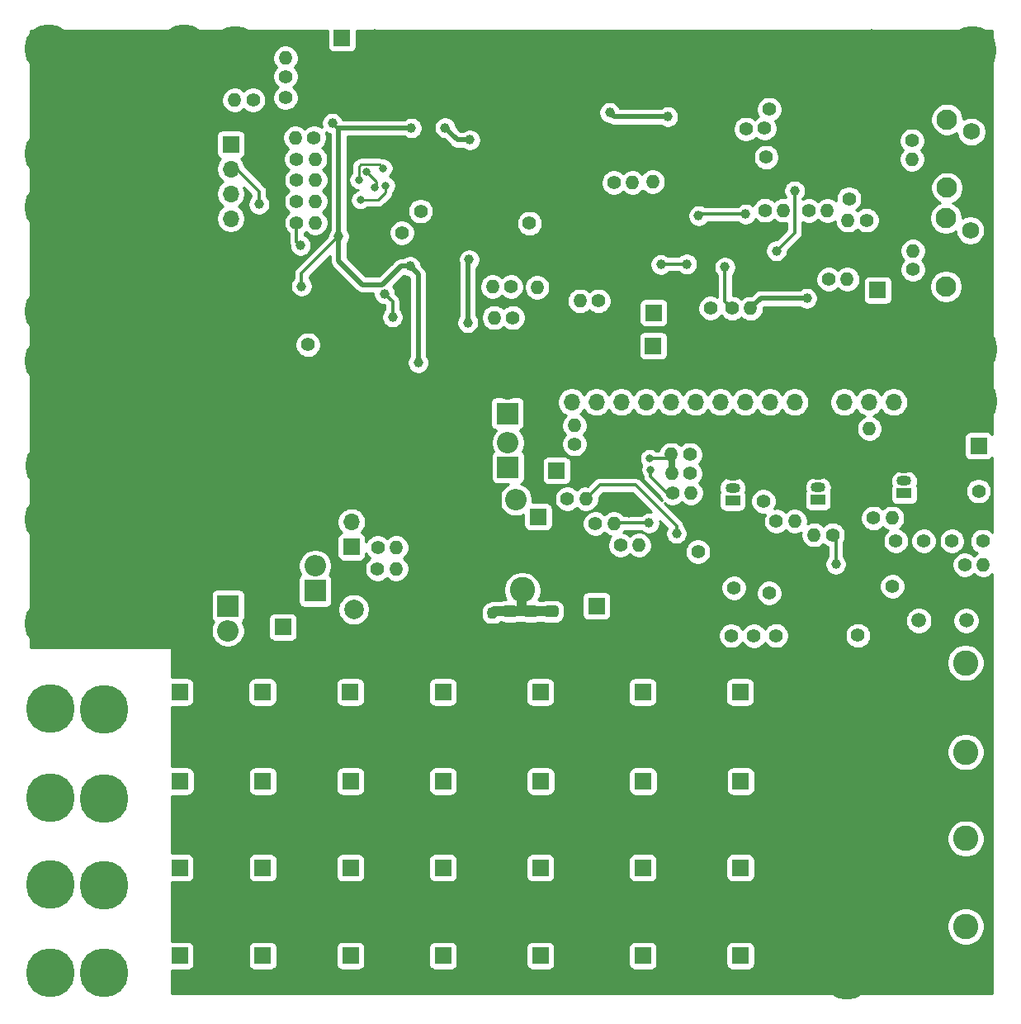
<source format=gbr>
%TF.GenerationSoftware,KiCad,Pcbnew,5.1.8-5.1.8*%
%TF.CreationDate,2022-01-30T02:40:23+08:00*%
%TF.ProjectId,lcr_2,6c63725f-322e-46b6-9963-61645f706362,rev?*%
%TF.SameCoordinates,Original*%
%TF.FileFunction,Copper,L2,Bot*%
%TF.FilePolarity,Positive*%
%FSLAX46Y46*%
G04 Gerber Fmt 4.6, Leading zero omitted, Abs format (unit mm)*
G04 Created by KiCad (PCBNEW 5.1.8-5.1.8) date 2022-01-30 02:40:23*
%MOMM*%
%LPD*%
G01*
G04 APERTURE LIST*
%TA.AperFunction,ComponentPad*%
%ADD10C,5.000000*%
%TD*%
%TA.AperFunction,ComponentPad*%
%ADD11C,1.400000*%
%TD*%
%TA.AperFunction,ComponentPad*%
%ADD12R,1.700000X1.700000*%
%TD*%
%TA.AperFunction,ComponentPad*%
%ADD13C,2.600000*%
%TD*%
%TA.AperFunction,ComponentPad*%
%ADD14C,2.100000*%
%TD*%
%TA.AperFunction,ComponentPad*%
%ADD15C,1.750000*%
%TD*%
%TA.AperFunction,ComponentPad*%
%ADD16O,1.700000X1.700000*%
%TD*%
%TA.AperFunction,ComponentPad*%
%ADD17C,1.500000*%
%TD*%
%TA.AperFunction,ComponentPad*%
%ADD18O,1.400000X1.400000*%
%TD*%
%TA.AperFunction,ComponentPad*%
%ADD19R,1.500000X1.050000*%
%TD*%
%TA.AperFunction,ComponentPad*%
%ADD20O,1.500000X1.050000*%
%TD*%
%TA.AperFunction,ComponentPad*%
%ADD21C,2.000000*%
%TD*%
%TA.AperFunction,ComponentPad*%
%ADD22O,2.200000X2.200000*%
%TD*%
%TA.AperFunction,ComponentPad*%
%ADD23R,2.200000X2.200000*%
%TD*%
%TA.AperFunction,ViaPad*%
%ADD24C,1.000000*%
%TD*%
%TA.AperFunction,ViaPad*%
%ADD25C,1.500000*%
%TD*%
%TA.AperFunction,ViaPad*%
%ADD26C,0.800000*%
%TD*%
%TA.AperFunction,Conductor*%
%ADD27C,0.350000*%
%TD*%
%TA.AperFunction,Conductor*%
%ADD28C,0.500000*%
%TD*%
%TA.AperFunction,Conductor*%
%ADD29C,1.000000*%
%TD*%
%TA.AperFunction,Conductor*%
%ADD30C,0.250000*%
%TD*%
%TA.AperFunction,Conductor*%
%ADD31C,0.700000*%
%TD*%
%TA.AperFunction,Conductor*%
%ADD32C,0.254000*%
%TD*%
%TA.AperFunction,Conductor*%
%ADD33C,0.100000*%
%TD*%
G04 APERTURE END LIST*
D10*
%TO.P,REF\u002A\u002A,1*%
%TO.N,GND*%
X80580000Y-101740000D03*
%TD*%
%TO.P,REF\u002A\u002A,1*%
%TO.N,GND*%
X80580000Y-85520000D03*
%TD*%
%TO.P,REF\u002A\u002A,1*%
%TO.N,GND*%
X80600000Y-96240000D03*
%TD*%
%TO.P,REF\u002A\u002A,1*%
%TO.N,GND*%
X94470000Y-85490000D03*
%TD*%
%TO.P,REF\u002A\u002A,1*%
%TO.N,GND*%
X94480000Y-112420000D03*
%TD*%
%TO.P,REF\u002A\u002A,1*%
%TO.N,GND*%
X80560000Y-112420000D03*
%TD*%
%TO.P,REF\u002A\u002A,1*%
%TO.N,GND*%
X94460000Y-53500000D03*
%TD*%
%TO.P,REF\u002A\u002A,1*%
%TO.N,GND*%
X80570000Y-53530000D03*
%TD*%
%TO.P,REF\u002A\u002A,1*%
%TO.N,GND*%
X94470000Y-80430000D03*
%TD*%
D11*
%TO.P,REF\u002A\u002A,1*%
%TO.N,/ADC*%
X154150000Y-64640000D03*
%TD*%
D12*
%TO.P,J1,1*%
%TO.N,+5V*%
X142600000Y-80590000D03*
%TD*%
%TO.P,J2,1*%
%TO.N,-5V*%
X142560000Y-83970000D03*
%TD*%
D13*
%TO.P,REF\u002A\u002A,1*%
%TO.N,N/C*%
X174590000Y-116480000D03*
%TD*%
D10*
%TO.P,REF\u002A\u002A,1*%
%TO.N,GND*%
X162400000Y-121490000D03*
%TD*%
D12*
%TO.P,REF\u002A\u002A,1*%
%TO.N,N/C*%
X93980000Y-119480000D03*
%TD*%
%TO.P,REF\u002A\u002A,1*%
%TO.N,N/C*%
X102480000Y-119480000D03*
%TD*%
%TO.P,REF\u002A\u002A,1*%
%TO.N,N/C*%
X120980000Y-119480000D03*
%TD*%
%TO.P,REF\u002A\u002A,1*%
%TO.N,N/C*%
X130980000Y-119480000D03*
%TD*%
%TO.P,REF\u002A\u002A,1*%
%TO.N,N/C*%
X111480000Y-119480000D03*
%TD*%
%TO.P,REF\u002A\u002A,1*%
%TO.N,N/C*%
X141480000Y-119480000D03*
%TD*%
D10*
%TO.P,REF\u002A\u002A,1*%
%TO.N,N/C*%
X86190000Y-121280000D03*
%TD*%
%TO.P,REF\u002A\u002A,1*%
%TO.N,N/C*%
X80720000Y-121210000D03*
%TD*%
D12*
%TO.P,REF\u002A\u002A,1*%
%TO.N,N/C*%
X151480000Y-119480000D03*
%TD*%
%TO.P,REF\u002A\u002A,1*%
%TO.N,N/C*%
X111510000Y-128620000D03*
%TD*%
D10*
%TO.P,REF\u002A\u002A,1*%
%TO.N,N/C*%
X86220000Y-130420000D03*
%TD*%
%TO.P,REF\u002A\u002A,1*%
%TO.N,GND*%
X162430000Y-130630000D03*
%TD*%
D12*
%TO.P,REF\u002A\u002A,1*%
%TO.N,N/C*%
X131010000Y-128620000D03*
%TD*%
%TO.P,REF\u002A\u002A,1*%
%TO.N,N/C*%
X151510000Y-128620000D03*
%TD*%
%TO.P,REF\u002A\u002A,1*%
%TO.N,N/C*%
X102510000Y-128620000D03*
%TD*%
D13*
%TO.P,REF\u002A\u002A,1*%
%TO.N,N/C*%
X174620000Y-125620000D03*
%TD*%
D12*
%TO.P,REF\u002A\u002A,1*%
%TO.N,N/C*%
X94010000Y-128620000D03*
%TD*%
%TO.P,REF\u002A\u002A,1*%
%TO.N,N/C*%
X121010000Y-128620000D03*
%TD*%
%TO.P,REF\u002A\u002A,1*%
%TO.N,N/C*%
X141510000Y-128620000D03*
%TD*%
D10*
%TO.P,REF\u002A\u002A,1*%
%TO.N,N/C*%
X80750000Y-130350000D03*
%TD*%
D12*
%TO.P,REF\u002A\u002A,1*%
%TO.N,N/C*%
X151500000Y-137500000D03*
%TD*%
D13*
%TO.P,REF\u002A\u002A,1*%
%TO.N,N/C*%
X174610000Y-134500000D03*
%TD*%
D12*
%TO.P,REF\u002A\u002A,1*%
%TO.N,N/C*%
X94000000Y-137500000D03*
%TD*%
%TO.P,REF\u002A\u002A,1*%
%TO.N,N/C*%
X102500000Y-137500000D03*
%TD*%
%TO.P,REF\u002A\u002A,1*%
%TO.N,N/C*%
X121000000Y-137500000D03*
%TD*%
D10*
%TO.P,REF\u002A\u002A,1*%
%TO.N,N/C*%
X80740000Y-139230000D03*
%TD*%
D12*
%TO.P,REF\u002A\u002A,1*%
%TO.N,N/C*%
X111500000Y-137500000D03*
%TD*%
%TO.P,REF\u002A\u002A,1*%
%TO.N,N/C*%
X141500000Y-137500000D03*
%TD*%
D10*
%TO.P,REF\u002A\u002A,1*%
%TO.N,N/C*%
X86210000Y-139300000D03*
%TD*%
%TO.P,REF\u002A\u002A,1*%
%TO.N,GND*%
X162420000Y-139510000D03*
%TD*%
D12*
%TO.P,REF\u002A\u002A,1*%
%TO.N,N/C*%
X131000000Y-137500000D03*
%TD*%
D10*
%TO.P,REF\u002A\u002A,1*%
%TO.N,GND*%
X80590000Y-64250000D03*
%TD*%
%TO.P,REF\u002A\u002A,1*%
%TO.N,GND*%
X80570000Y-69750000D03*
%TD*%
%TO.P,REF\u002A\u002A,1*%
%TO.N,GND*%
X80550000Y-80430000D03*
%TD*%
%TO.P,REF\u002A\u002A,1*%
%TO.N,N/C*%
X86210000Y-148300000D03*
%TD*%
%TO.P,REF\u002A\u002A,1*%
%TO.N,N/C*%
X80740000Y-148230000D03*
%TD*%
D12*
%TO.P,REF\u002A\u002A,1*%
%TO.N,N/C*%
X151500000Y-146500000D03*
%TD*%
%TO.P,REF\u002A\u002A,1*%
%TO.N,N/C*%
X141500000Y-146500000D03*
%TD*%
%TO.P,REF\u002A\u002A,1*%
%TO.N,N/C*%
X131000000Y-146500000D03*
%TD*%
%TO.P,REF\u002A\u002A,1*%
%TO.N,N/C*%
X121000000Y-146500000D03*
%TD*%
%TO.P,REF\u002A\u002A,1*%
%TO.N,N/C*%
X111500000Y-146500000D03*
%TD*%
%TO.P,REF\u002A\u002A,1*%
%TO.N,N/C*%
X102500000Y-146500000D03*
%TD*%
%TO.P,REF\u002A\u002A,1*%
%TO.N,N/C*%
X94000000Y-146500000D03*
%TD*%
D13*
%TO.P,REF\u002A\u002A,1*%
%TO.N,N/C*%
X174610000Y-143500000D03*
%TD*%
D12*
%TO.P,J3,1*%
%TO.N,+3V3*%
X165580000Y-78270000D03*
%TD*%
D11*
%TO.P,REF\u002A\u002A,1*%
%TO.N,/PA1_4053_11_S1_3bei*%
X154450000Y-59730000D03*
%TD*%
%TO.P,REF\u002A\u002A,1*%
%TO.N,/PA2_4053_10_S2_6bei*%
X153980000Y-61660000D03*
%TD*%
%TO.P,REF\u002A\u002A,1*%
%TO.N,/PA3_4053_9_S3_10bei*%
X152070000Y-61760000D03*
%TD*%
D14*
%TO.P,SW2,*%
%TO.N,*%
X172692000Y-60769000D03*
D15*
%TO.P,SW2,1*%
%TO.N,Net-(R49-Pad2)*%
X175182000Y-62019000D03*
%TO.P,SW2,2*%
%TO.N,GND*%
X175182000Y-66519000D03*
D14*
%TO.P,SW2,*%
%TO.N,*%
X172692000Y-67779000D03*
%TD*%
%TO.P,SW1,*%
%TO.N,*%
X172593000Y-70883000D03*
D15*
%TO.P,SW1,1*%
%TO.N,Net-(R50-Pad2)*%
X175083000Y-72133000D03*
%TO.P,SW1,2*%
%TO.N,GND*%
X175083000Y-76633000D03*
D14*
%TO.P,SW1,*%
%TO.N,*%
X172593000Y-77893000D03*
%TD*%
D11*
%TO.P,REF\u002A\u002A,1*%
%TO.N,/PB1_4053_9_10_S2_S3*%
X107153000Y-83863000D03*
%TD*%
%TO.P,REF\u002A\u002A,1*%
%TO.N,/PA9_4052_10_A*%
X118693000Y-70175000D03*
%TD*%
%TO.P,REF\u002A\u002A,1*%
%TO.N,/PA6_4052_9_B*%
X116780000Y-72379000D03*
%TD*%
D12*
%TO.P,J7,1*%
%TO.N,Net-(C3-Pad2)*%
X110640000Y-52408000D03*
%TD*%
D16*
%TO.P,REF\u002A\u002A,4*%
%TO.N,/LP*%
X99224000Y-70929000D03*
%TO.P,REF\u002A\u002A,3*%
%TO.N,/LC*%
X99224000Y-68389000D03*
%TO.P,REF\u002A\u002A,2*%
%TO.N,/HP*%
X99224000Y-65849000D03*
D12*
%TO.P,REF\u002A\u002A,1*%
%TO.N,/HC*%
X99224000Y-63309000D03*
%TD*%
D10*
%TO.P,REF\u002A\u002A,1*%
%TO.N,GND*%
X175345000Y-89656000D03*
%TD*%
%TO.P,REF\u002A\u002A,1*%
%TO.N,GND*%
X99663000Y-89619000D03*
%TD*%
%TO.P,REF\u002A\u002A,1*%
%TO.N,GND*%
X99694000Y-84356000D03*
%TD*%
%TO.P,REF\u002A\u002A,1*%
%TO.N,GND*%
X175344000Y-84322000D03*
%TD*%
%TO.P,REF\u002A\u002A,1*%
%TO.N,GND*%
X175297000Y-53647000D03*
%TD*%
%TO.P,REF\u002A\u002A,1*%
%TO.N,GND*%
X99695000Y-53659000D03*
%TD*%
%TO.P,REF\u002A\u002A,1*%
%TO.N,GND*%
X162420000Y-148510000D03*
%TD*%
D13*
%TO.P,REF\u002A\u002A,1*%
%TO.N,-5V*%
X129121000Y-109017000D03*
%TD*%
%TO.P,C27,2*%
%TO.N,-5V*%
%TA.AperFunction,SMDPad,CuDef*%
G36*
G01*
X132582000Y-111788000D02*
X131632000Y-111788000D01*
G75*
G02*
X131382000Y-111538000I0J250000D01*
G01*
X131382000Y-110863000D01*
G75*
G02*
X131632000Y-110613000I250000J0D01*
G01*
X132582000Y-110613000D01*
G75*
G02*
X132832000Y-110863000I0J-250000D01*
G01*
X132832000Y-111538000D01*
G75*
G02*
X132582000Y-111788000I-250000J0D01*
G01*
G37*
%TD.AperFunction*%
%TO.P,C27,1*%
%TO.N,GND*%
%TA.AperFunction,SMDPad,CuDef*%
G36*
G01*
X132582000Y-113863000D02*
X131632000Y-113863000D01*
G75*
G02*
X131382000Y-113613000I0J250000D01*
G01*
X131382000Y-112938000D01*
G75*
G02*
X131632000Y-112688000I250000J0D01*
G01*
X132582000Y-112688000D01*
G75*
G02*
X132832000Y-112938000I0J-250000D01*
G01*
X132832000Y-113613000D01*
G75*
G02*
X132582000Y-113863000I-250000J0D01*
G01*
G37*
%TD.AperFunction*%
%TD*%
%TO.P,C22,2*%
%TO.N,-5V*%
%TA.AperFunction,SMDPad,CuDef*%
G36*
G01*
X130468000Y-111780000D02*
X129518000Y-111780000D01*
G75*
G02*
X129268000Y-111530000I0J250000D01*
G01*
X129268000Y-110855000D01*
G75*
G02*
X129518000Y-110605000I250000J0D01*
G01*
X130468000Y-110605000D01*
G75*
G02*
X130718000Y-110855000I0J-250000D01*
G01*
X130718000Y-111530000D01*
G75*
G02*
X130468000Y-111780000I-250000J0D01*
G01*
G37*
%TD.AperFunction*%
%TO.P,C22,1*%
%TO.N,GND*%
%TA.AperFunction,SMDPad,CuDef*%
G36*
G01*
X130468000Y-113855000D02*
X129518000Y-113855000D01*
G75*
G02*
X129268000Y-113605000I0J250000D01*
G01*
X129268000Y-112930000D01*
G75*
G02*
X129518000Y-112680000I250000J0D01*
G01*
X130468000Y-112680000D01*
G75*
G02*
X130718000Y-112930000I0J-250000D01*
G01*
X130718000Y-113605000D01*
G75*
G02*
X130468000Y-113855000I-250000J0D01*
G01*
G37*
%TD.AperFunction*%
%TD*%
%TO.P,C31,2*%
%TO.N,-5V*%
%TA.AperFunction,SMDPad,CuDef*%
G36*
G01*
X128347000Y-111771000D02*
X127397000Y-111771000D01*
G75*
G02*
X127147000Y-111521000I0J250000D01*
G01*
X127147000Y-110846000D01*
G75*
G02*
X127397000Y-110596000I250000J0D01*
G01*
X128347000Y-110596000D01*
G75*
G02*
X128597000Y-110846000I0J-250000D01*
G01*
X128597000Y-111521000D01*
G75*
G02*
X128347000Y-111771000I-250000J0D01*
G01*
G37*
%TD.AperFunction*%
%TO.P,C31,1*%
%TO.N,GND*%
%TA.AperFunction,SMDPad,CuDef*%
G36*
G01*
X128347000Y-113846000D02*
X127397000Y-113846000D01*
G75*
G02*
X127147000Y-113596000I0J250000D01*
G01*
X127147000Y-112921000D01*
G75*
G02*
X127397000Y-112671000I250000J0D01*
G01*
X128347000Y-112671000D01*
G75*
G02*
X128597000Y-112921000I0J-250000D01*
G01*
X128597000Y-113596000D01*
G75*
G02*
X128347000Y-113846000I-250000J0D01*
G01*
G37*
%TD.AperFunction*%
%TD*%
%TO.P,C17,2*%
%TO.N,-5V*%
%TA.AperFunction,SMDPad,CuDef*%
G36*
G01*
X126263500Y-111923000D02*
X125788500Y-111923000D01*
G75*
G02*
X125551000Y-111685500I0J237500D01*
G01*
X125551000Y-111085500D01*
G75*
G02*
X125788500Y-110848000I237500J0D01*
G01*
X126263500Y-110848000D01*
G75*
G02*
X126501000Y-111085500I0J-237500D01*
G01*
X126501000Y-111685500D01*
G75*
G02*
X126263500Y-111923000I-237500J0D01*
G01*
G37*
%TD.AperFunction*%
%TO.P,C17,1*%
%TO.N,GND*%
%TA.AperFunction,SMDPad,CuDef*%
G36*
G01*
X126263500Y-113648000D02*
X125788500Y-113648000D01*
G75*
G02*
X125551000Y-113410500I0J237500D01*
G01*
X125551000Y-112810500D01*
G75*
G02*
X125788500Y-112573000I237500J0D01*
G01*
X126263500Y-112573000D01*
G75*
G02*
X126501000Y-112810500I0J-237500D01*
G01*
X126501000Y-113410500D01*
G75*
G02*
X126263500Y-113648000I-237500J0D01*
G01*
G37*
%TD.AperFunction*%
%TD*%
D11*
%TO.P,REF\u002A\u002A,1*%
%TO.N,/ADC*%
X176352000Y-104019000D03*
%TD*%
%TO.P,REF\u002A\u002A,1*%
%TO.N,/PA1_4053_11_S1_3bei*%
X173201000Y-104001000D03*
%TD*%
%TO.P,REF\u002A\u002A,1*%
%TO.N,/PA2_4053_10_S2_6bei*%
X170316000Y-103985000D03*
%TD*%
%TO.P,REF\u002A\u002A,1*%
%TO.N,/PA3_4053_9_S3_10bei*%
X167447000Y-103985000D03*
%TD*%
%TO.P,REF\u002A\u002A,1*%
%TO.N,/PB1_4053_9_10_S2_S3*%
X150830000Y-108790000D03*
%TD*%
%TO.P,REF\u002A\u002A,1*%
%TO.N,/PA6_4052_9_B*%
X147144000Y-105098000D03*
%TD*%
%TO.P,REF\u002A\u002A,1*%
%TO.N,+3V3*%
X167084000Y-108634000D03*
%TD*%
%TO.P,REF\u002A\u002A,1*%
%TO.N,+3V3*%
X154450000Y-109331000D03*
%TD*%
%TO.P,REF\u002A\u002A,1*%
%TO.N,/PA9_4052_10_A*%
X150555000Y-113691000D03*
%TD*%
%TO.P,REF\u002A\u002A,1*%
%TO.N,/DIO*%
X152885000Y-113712000D03*
%TD*%
%TO.P,REF\u002A\u002A,1*%
%TO.N,/CLK*%
X155162000Y-113683000D03*
%TD*%
D12*
%TO.P,J7,1*%
%TO.N,Net-(C3-Pad2)*%
X175945000Y-94237000D03*
%TD*%
D16*
%TO.P,DS1,16*%
%TO.N,GND*%
X131660000Y-89750000D03*
%TO.P,DS1,15*%
%TO.N,Net-(DS1-Pad15)*%
X134200000Y-89750000D03*
%TO.P,DS1,14*%
%TO.N,Net-(DS1-Pad14)*%
X136740000Y-89750000D03*
%TO.P,DS1,13*%
%TO.N,Net-(DS1-Pad13)*%
X139280000Y-89750000D03*
%TO.P,DS1,12*%
%TO.N,Net-(DS1-Pad12)*%
X141820000Y-89750000D03*
%TO.P,DS1,11*%
%TO.N,Net-(DS1-Pad11)*%
X144360000Y-89750000D03*
%TO.P,DS1,10*%
%TO.N,Net-(DS1-Pad10)*%
X146900000Y-89750000D03*
%TO.P,DS1,9*%
%TO.N,Net-(DS1-Pad9)*%
X149440000Y-89750000D03*
%TO.P,DS1,8*%
%TO.N,Net-(DS1-Pad8)*%
X151980000Y-89750000D03*
%TO.P,DS1,7*%
%TO.N,Net-(DS1-Pad7)*%
X154520000Y-89750000D03*
%TO.P,DS1,6*%
%TO.N,Net-(DS1-Pad6)*%
X157060000Y-89750000D03*
%TO.P,DS1,5*%
%TO.N,GND*%
X159600000Y-89750000D03*
%TO.P,DS1,4*%
%TO.N,Net-(DS1-Pad4)*%
X162140000Y-89750000D03*
%TO.P,DS1,3*%
%TO.N,Net-(DS1-Pad3)*%
X164680000Y-89750000D03*
%TO.P,DS1,2*%
%TO.N,+5V*%
X167220000Y-89750000D03*
D12*
%TO.P,DS1,1*%
%TO.N,GND*%
X169760000Y-89750000D03*
%TD*%
%TO.P,J2,1*%
%TO.N,-5V*%
X130755000Y-101511000D03*
%TD*%
%TO.P,J1,1*%
%TO.N,+5V*%
X132641000Y-96771000D03*
%TD*%
D17*
%TO.P,Y1,2*%
%TO.N,Net-(C41-Pad2)*%
X169797000Y-112136000D03*
%TO.P,Y1,1*%
%TO.N,Net-(C42-Pad1)*%
X174677000Y-112136000D03*
%TD*%
D18*
%TO.P,R52,2*%
%TO.N,Net-(DS1-Pad15)*%
X134496000Y-92144000D03*
D11*
%TO.P,R52,1*%
%TO.N,+5V*%
X134496000Y-94044000D03*
%TD*%
D18*
%TO.P,R51,2*%
%TO.N,Net-(DS1-Pad3)*%
X164735000Y-92467000D03*
D11*
%TO.P,R51,1*%
%TO.N,GND*%
X162835000Y-92467000D03*
%TD*%
D18*
%TO.P,R50,2*%
%TO.N,Net-(R50-Pad2)*%
X169196000Y-74252000D03*
D11*
%TO.P,R50,1*%
%TO.N,/DIO*%
X169196000Y-76152000D03*
%TD*%
D18*
%TO.P,R49,2*%
%TO.N,Net-(R49-Pad2)*%
X169090000Y-64844000D03*
D11*
%TO.P,R49,1*%
%TO.N,/CLK*%
X169090000Y-62944000D03*
%TD*%
D18*
%TO.P,R48,2*%
%TO.N,GND*%
X161659000Y-113674000D03*
D11*
%TO.P,R48,1*%
%TO.N,Net-(R48-Pad1)*%
X163559000Y-113674000D03*
%TD*%
D18*
%TO.P,R47,2*%
%TO.N,/PA7_SPI1_MOSI_74HC595_14_SER*%
X141099000Y-104415000D03*
D11*
%TO.P,R47,1*%
%TO.N,+5V*%
X139199000Y-104415000D03*
%TD*%
D18*
%TO.P,R46,2*%
%TO.N,/PA5_SPI1_SCK_74HC595_11_SRCLK*%
X135655000Y-99676000D03*
D11*
%TO.P,R46,1*%
%TO.N,+5V*%
X133755000Y-99676000D03*
%TD*%
D18*
%TO.P,R45,2*%
%TO.N,/PA4_SPI1_NSS_74HC595_12_RCLK*%
X138518000Y-102205000D03*
D11*
%TO.P,R45,1*%
%TO.N,+5V*%
X136618000Y-102205000D03*
%TD*%
D18*
%TO.P,R44,2*%
%TO.N,/+1.65V*%
X162541000Y-71094000D03*
D11*
%TO.P,R44,1*%
%TO.N,+3V3*%
X164441000Y-71094000D03*
%TD*%
D18*
%TO.P,R43,2*%
%TO.N,GND*%
X164537000Y-68901000D03*
D11*
%TO.P,R43,1*%
%TO.N,/+1.65V*%
X162637000Y-68901000D03*
%TD*%
D18*
%TO.P,R42,2*%
%TO.N,/ADC*%
X176421000Y-106419000D03*
D11*
%TO.P,R42,1*%
%TO.N,/PA0_ADC*%
X174521000Y-106419000D03*
%TD*%
D18*
%TO.P,R37,2*%
%TO.N,Net-(C15-Pad2)*%
X152553000Y-80135000D03*
D11*
%TO.P,R37,1*%
%TO.N,Net-(R35-Pad1)*%
X150653000Y-80135000D03*
%TD*%
D18*
%TO.P,R35,2*%
%TO.N,GND*%
X146538000Y-80123000D03*
D11*
%TO.P,R35,1*%
%TO.N,Net-(R35-Pad1)*%
X148438000Y-80123000D03*
%TD*%
D18*
%TO.P,R32,2*%
%TO.N,Net-(R30-Pad2)*%
X140421000Y-67254000D03*
D11*
%TO.P,R32,1*%
%TO.N,Net-(R32-Pad1)*%
X138521000Y-67254000D03*
%TD*%
D18*
%TO.P,R30,2*%
%TO.N,Net-(R30-Pad2)*%
X142498000Y-67150000D03*
D11*
%TO.P,R30,1*%
%TO.N,GND*%
X144398000Y-67150000D03*
%TD*%
D18*
%TO.P,R28,2*%
%TO.N,Net-(R21-Pad1)*%
X155920000Y-70083000D03*
D11*
%TO.P,R28,1*%
%TO.N,/ADC*%
X154020000Y-70083000D03*
%TD*%
D18*
%TO.P,R27,2*%
%TO.N,Net-(R24-Pad1)*%
X135039000Y-79377000D03*
D11*
%TO.P,R27,1*%
%TO.N,Net-(C14-Pad2)*%
X136939000Y-79377000D03*
%TD*%
D18*
%TO.P,R26,2*%
%TO.N,Net-(R23-Pad1)*%
X130649000Y-77970000D03*
D11*
%TO.P,R26,1*%
%TO.N,GND*%
X130649000Y-76070000D03*
%TD*%
D18*
%TO.P,R25,2*%
%TO.N,Net-(Q3-Pad2)*%
X146419000Y-99051000D03*
D11*
%TO.P,R25,1*%
%TO.N,/hc595_shuai_jian*%
X144519000Y-99051000D03*
%TD*%
D18*
%TO.P,R24,2*%
%TO.N,Net-(R24-Pad2)*%
X126242000Y-81081000D03*
D11*
%TO.P,R24,1*%
%TO.N,Net-(R24-Pad1)*%
X128142000Y-81081000D03*
%TD*%
D18*
%TO.P,R23,2*%
%TO.N,Net-(R23-Pad2)*%
X126075000Y-77920000D03*
D11*
%TO.P,R23,1*%
%TO.N,Net-(R23-Pad1)*%
X127975000Y-77920000D03*
%TD*%
D18*
%TO.P,R22,2*%
%TO.N,Net-(C16-Pad1)*%
X159052000Y-103353000D03*
D11*
%TO.P,R22,1*%
%TO.N,/SPWM*%
X160952000Y-103353000D03*
%TD*%
D18*
%TO.P,R21,2*%
%TO.N,/+1.65V*%
X160430000Y-70117000D03*
D11*
%TO.P,R21,1*%
%TO.N,Net-(R21-Pad1)*%
X158530000Y-70117000D03*
%TD*%
D18*
%TO.P,R20,2*%
%TO.N,/hc595_shuai_jian1*%
X144434000Y-97072000D03*
D11*
%TO.P,R20,1*%
%TO.N,Net-(Q2-Pad2)*%
X146334000Y-97072000D03*
%TD*%
D18*
%TO.P,R19,2*%
%TO.N,Net-(C12-Pad1)*%
X157083000Y-101963000D03*
D11*
%TO.P,R19,1*%
%TO.N,Net-(C16-Pad1)*%
X155183000Y-101963000D03*
%TD*%
D18*
%TO.P,R18,2*%
%TO.N,/+1.65V*%
X162462000Y-77153000D03*
D11*
%TO.P,R18,1*%
%TO.N,Net-(C15-Pad1)*%
X160562000Y-77153000D03*
%TD*%
D18*
%TO.P,R17,2*%
%TO.N,GND*%
X127966000Y-71421000D03*
D11*
%TO.P,R17,1*%
%TO.N,Net-(C14-Pad1)*%
X129866000Y-71421000D03*
%TD*%
D18*
%TO.P,R16,2*%
%TO.N,-5V*%
X116185000Y-106839000D03*
D11*
%TO.P,R16,1*%
%TO.N,Net-(R13-Pad1)*%
X114285000Y-106839000D03*
%TD*%
D18*
%TO.P,R15,2*%
%TO.N,/hc595_shuai_jian1*%
X144420000Y-95123000D03*
D11*
%TO.P,R15,1*%
%TO.N,Net-(Q1-Pad2)*%
X146320000Y-95123000D03*
%TD*%
D18*
%TO.P,R14,2*%
%TO.N,Net-(C10-Pad1)*%
X167042000Y-101643000D03*
D11*
%TO.P,R14,1*%
%TO.N,Net-(C12-Pad1)*%
X165142000Y-101643000D03*
%TD*%
D18*
%TO.P,R13,2*%
%TO.N,Net-(C9-Pad1)*%
X116198000Y-104657000D03*
D11*
%TO.P,R13,1*%
%TO.N,Net-(R13-Pad1)*%
X114298000Y-104657000D03*
%TD*%
D18*
%TO.P,R12,2*%
%TO.N,GND*%
X153862000Y-98013000D03*
D11*
%TO.P,R12,1*%
%TO.N,Net-(C16-Pad1)*%
X153862000Y-99913000D03*
%TD*%
D18*
%TO.P,R11,2*%
%TO.N,/LC*%
X105852000Y-62644000D03*
D11*
%TO.P,R11,1*%
%TO.N,Net-(C47-Pad1)*%
X107752000Y-62644000D03*
%TD*%
D18*
%TO.P,R10,2*%
%TO.N,GND*%
X175928000Y-96976000D03*
D11*
%TO.P,R10,1*%
%TO.N,Net-(C3-Pad2)*%
X175928000Y-98876000D03*
%TD*%
D18*
%TO.P,R9,2*%
%TO.N,Net-(R9-Pad2)*%
X107887000Y-69173000D03*
D11*
%TO.P,R9,1*%
%TO.N,/LC*%
X105987000Y-69173000D03*
%TD*%
D18*
%TO.P,R8,2*%
%TO.N,Net-(R8-Pad2)*%
X107884000Y-66981000D03*
D11*
%TO.P,R8,1*%
%TO.N,/LC*%
X105984000Y-66981000D03*
%TD*%
D18*
%TO.P,R7,2*%
%TO.N,GND*%
X104844000Y-60443000D03*
D11*
%TO.P,R7,1*%
%TO.N,Net-(R3-Pad1)*%
X104844000Y-58543000D03*
%TD*%
D18*
%TO.P,R4,2*%
%TO.N,Net-(R4-Pad2)*%
X107892000Y-71363000D03*
D11*
%TO.P,R4,1*%
%TO.N,/LC*%
X105992000Y-71363000D03*
%TD*%
D18*
%TO.P,R3,2*%
%TO.N,Net-(R1-Pad1)*%
X104844000Y-54461000D03*
D11*
%TO.P,R3,1*%
%TO.N,Net-(R3-Pad1)*%
X104844000Y-56361000D03*
%TD*%
D18*
%TO.P,R2,2*%
%TO.N,Net-(R2-Pad2)*%
X107864000Y-64830000D03*
D11*
%TO.P,R2,1*%
%TO.N,/LC*%
X105964000Y-64830000D03*
%TD*%
D18*
%TO.P,R1,2*%
%TO.N,/HC*%
X99606000Y-58775000D03*
D11*
%TO.P,R1,1*%
%TO.N,Net-(R1-Pad1)*%
X101506000Y-58775000D03*
%TD*%
D19*
%TO.P,Q3,1*%
%TO.N,Net-(C2-Pad2)*%
X150704000Y-99813000D03*
D20*
%TO.P,Q3,3*%
%TO.N,GND*%
X150704000Y-97273000D03*
%TO.P,Q3,2*%
%TO.N,Net-(Q3-Pad2)*%
X150704000Y-98543000D03*
%TD*%
D19*
%TO.P,Q2,1*%
%TO.N,Net-(C13-Pad2)*%
X159468000Y-99748000D03*
D20*
%TO.P,Q2,3*%
%TO.N,GND*%
X159468000Y-97208000D03*
%TO.P,Q2,2*%
%TO.N,Net-(Q2-Pad2)*%
X159468000Y-98478000D03*
%TD*%
D19*
%TO.P,Q1,1*%
%TO.N,Net-(C10-Pad2)*%
X168296000Y-99110000D03*
D20*
%TO.P,Q1,3*%
%TO.N,GND*%
X168296000Y-96570000D03*
%TO.P,Q1,2*%
%TO.N,Net-(Q1-Pad2)*%
X168296000Y-97840000D03*
%TD*%
D21*
%TO.P,L1,2*%
%TO.N,Net-(D6-Pad1)*%
X111836000Y-111011000D03*
%TO.P,L1,1*%
%TO.N,GND*%
X115836000Y-111011000D03*
%TD*%
D12*
%TO.P,J3,1*%
%TO.N,+3V3*%
X136742000Y-110649000D03*
%TD*%
D22*
%TO.P,D7,2*%
%TO.N,GND*%
X127600000Y-88363000D03*
D23*
%TO.P,D7,1*%
%TO.N,+5V*%
X127600000Y-90903000D03*
%TD*%
D22*
%TO.P,D5,2*%
%TO.N,+5V*%
X127665000Y-93877000D03*
D23*
%TO.P,D5,1*%
%TO.N,+9V*%
X127665000Y-96417000D03*
%TD*%
D16*
%TO.P,SW3,2*%
%TO.N,+9V*%
X111612000Y-102044000D03*
D12*
%TO.P,SW3,1*%
%TO.N,Net-(BT1-Pad1)*%
X111612000Y-104584000D03*
%TD*%
D22*
%TO.P,D10,2*%
%TO.N,-5V*%
X128441000Y-99745000D03*
D23*
%TO.P,D10,1*%
%TO.N,GND*%
X125901000Y-99745000D03*
%TD*%
D22*
%TO.P,D9,2*%
%TO.N,Net-(C19-Pad1)*%
X107877000Y-106544000D03*
D23*
%TO.P,D9,1*%
%TO.N,Net-(BT1-Pad1)*%
X107877000Y-109084000D03*
%TD*%
D22*
%TO.P,D8,2*%
%TO.N,+12V*%
X98939000Y-113172000D03*
D23*
%TO.P,D8,1*%
%TO.N,Net-(C4-Pad1)*%
X98939000Y-110632000D03*
%TD*%
D16*
%TO.P,BT1,2*%
%TO.N,GND*%
X107116000Y-112801000D03*
D12*
%TO.P,BT1,1*%
%TO.N,Net-(BT1-Pad1)*%
X104576000Y-112801000D03*
%TD*%
D24*
%TO.N,GND*%
X103767000Y-76085000D03*
X108086000Y-77922000D03*
D25*
X113403000Y-60219000D03*
D24*
X136520000Y-92019000D03*
D26*
X140050000Y-101206000D03*
D24*
X159422000Y-108588000D03*
X172537000Y-108638000D03*
X173578000Y-108638000D03*
X166392500Y-114026500D03*
X147767000Y-114151000D03*
X147767000Y-112505000D03*
X146649000Y-112505000D03*
X114026500Y-51983500D03*
X112584000Y-84937000D03*
X121916000Y-85316000D03*
X113427000Y-76116000D03*
X141688000Y-73272000D03*
X132492000Y-65925000D03*
X120532000Y-64867000D03*
X113294000Y-73895000D03*
X155339000Y-54281000D03*
X141439000Y-62059000D03*
X157109000Y-83847000D03*
X152098000Y-65760000D03*
X145167000Y-62134000D03*
X127000000Y-62000000D03*
X130000000Y-59000000D03*
X135000000Y-57000000D03*
X139000000Y-56000000D03*
X134000000Y-64000000D03*
X135000000Y-66000000D03*
X126000000Y-68000000D03*
X125000000Y-73000000D03*
X120000000Y-57000000D03*
X123000000Y-57000000D03*
X119000000Y-59000000D03*
X165000000Y-84000000D03*
X160000000Y-58000000D03*
X165000000Y-52000000D03*
X162000000Y-56000000D03*
X166000000Y-56000000D03*
X164000000Y-60000000D03*
X133000000Y-82000000D03*
X145000000Y-70000000D03*
%TO.N,+5V*%
X123685000Y-75144000D03*
X123534000Y-81597000D03*
X152031000Y-70483000D03*
X147218000Y-70647000D03*
X146001000Y-75593000D03*
X143357000Y-75650000D03*
%TO.N,-5V*%
X106486500Y-77861500D03*
X110307000Y-72756000D03*
X109647000Y-61169000D03*
X123754000Y-62868000D03*
X121203000Y-61621000D03*
X117745000Y-61649000D03*
X144057000Y-60491000D03*
X118448000Y-85704000D03*
X117607000Y-75825000D03*
X138090000Y-60060000D03*
%TO.N,/HP*%
X102114000Y-69472000D03*
%TO.N,Net-(C15-Pad2)*%
X158320000Y-79100000D03*
D26*
%TO.N,Net-(R2-Pad2)*%
X113111000Y-66133000D03*
X113996000Y-67772000D03*
D24*
%TO.N,/LC*%
X106380000Y-73682000D03*
D26*
%TO.N,Net-(R4-Pad2)*%
X112517000Y-69024000D03*
X115135000Y-67565000D03*
%TO.N,Net-(R8-Pad2)*%
X112346000Y-66973000D03*
X114875000Y-65756000D03*
%TO.N,/hc595_shuai_jian1*%
X142178000Y-95534000D03*
D24*
%TO.N,/SPWM*%
X161287000Y-106361000D03*
D26*
%TO.N,/hc595_shuai_jian*%
X142295500Y-96660500D03*
D24*
%TO.N,Net-(R35-Pad1)*%
X149921500Y-75913500D03*
%TO.N,/PA4_SPI1_NSS_74HC595_12_RCLK*%
X142126000Y-102151000D03*
%TO.N,/PA5_SPI1_SCK_74HC595_11_SRCLK*%
X144940000Y-103225000D03*
%TO.N,Net-(U2-Pad4)*%
X115817500Y-81037500D03*
X114998000Y-78650000D03*
%TO.N,Net-(U10-Pad6)*%
X155200000Y-74243000D03*
X157061000Y-68082000D03*
%TD*%
D27*
%TO.N,+5V*%
X147382000Y-70483000D02*
X147218000Y-70647000D01*
X152031000Y-70483000D02*
X147382000Y-70483000D01*
X143414000Y-75593000D02*
X143357000Y-75650000D01*
X146001000Y-75593000D02*
X143414000Y-75593000D01*
D28*
X123534000Y-75295000D02*
X123685000Y-75144000D01*
X123534000Y-81597000D02*
X123534000Y-75295000D01*
D29*
%TO.N,-5V*%
X127889000Y-111200500D02*
X127872000Y-111183500D01*
X126228000Y-111183500D02*
X126026000Y-111385500D01*
X127872000Y-111183500D02*
X126228000Y-111183500D01*
X132107000Y-111200500D02*
X129048500Y-111200500D01*
X129048500Y-111200500D02*
X129048500Y-108470500D01*
X129048500Y-111200500D02*
X127889000Y-111200500D01*
X129048500Y-109089500D02*
X129121000Y-109017000D01*
X129048500Y-111200500D02*
X129048500Y-109089500D01*
D27*
X106486500Y-76576500D02*
X110307000Y-72756000D01*
X106486500Y-77861500D02*
X106486500Y-76576500D01*
X110307000Y-61829000D02*
X109647000Y-61169000D01*
X110307000Y-72756000D02*
X110307000Y-61829000D01*
X110127000Y-61649000D02*
X109647000Y-61169000D01*
X110307000Y-72756000D02*
X110307000Y-75284000D01*
X112797999Y-77774999D02*
X114721001Y-77774999D01*
X110307000Y-75284000D02*
X112797999Y-77774999D01*
D28*
X118448000Y-76666000D02*
X117607000Y-75825000D01*
X118448000Y-85704000D02*
X118448000Y-76666000D01*
X116671000Y-75825000D02*
X116333000Y-76163000D01*
X117607000Y-75825000D02*
X116671000Y-75825000D01*
D27*
X114721001Y-77774999D02*
X116333000Y-76163000D01*
D28*
X114796001Y-77699999D02*
X114721001Y-77699999D01*
X116333000Y-76163000D02*
X114796001Y-77699999D01*
X112722999Y-77699999D02*
X110307000Y-75284000D01*
X114796001Y-77699999D02*
X112722999Y-77699999D01*
X110307000Y-61667000D02*
X110289000Y-61649000D01*
X110307000Y-75284000D02*
X110307000Y-61667000D01*
D27*
X110289000Y-61649000D02*
X110127000Y-61649000D01*
D28*
X117745000Y-61649000D02*
X110289000Y-61649000D01*
X121203000Y-61621000D02*
X122371000Y-62789000D01*
D27*
X122450000Y-62868000D02*
X122371000Y-62789000D01*
D28*
X122450000Y-62868000D02*
X123754000Y-62868000D01*
X138521000Y-60491000D02*
X138090000Y-60060000D01*
X144057000Y-60491000D02*
X138521000Y-60491000D01*
D27*
%TO.N,/HP*%
X102114000Y-69472000D02*
X102114000Y-68138000D01*
X99825000Y-65849000D02*
X99224000Y-65849000D01*
X102114000Y-68138000D02*
X99825000Y-65849000D01*
D28*
%TO.N,Net-(C15-Pad2)*%
X153588000Y-79100000D02*
X152553000Y-80135000D01*
X158320000Y-79100000D02*
X153588000Y-79100000D01*
D30*
%TO.N,Net-(R2-Pad2)*%
X113111000Y-66133000D02*
X114123000Y-67145000D01*
X114123000Y-67645000D02*
X113996000Y-67772000D01*
X114123000Y-67145000D02*
X114123000Y-67645000D01*
D27*
%TO.N,/LC*%
X105992000Y-73294000D02*
X106380000Y-73682000D01*
X105992000Y-71363000D02*
X105992000Y-73294000D01*
D30*
%TO.N,Net-(R4-Pad2)*%
X112380000Y-69051000D02*
X114337000Y-69051000D01*
X115135000Y-68253000D02*
X115135000Y-67565000D01*
X114337000Y-69051000D02*
X115135000Y-68253000D01*
%TO.N,Net-(R8-Pad2)*%
X112346000Y-66973000D02*
X112346000Y-65616000D01*
X114526999Y-65407999D02*
X114875000Y-65756000D01*
X112554001Y-65407999D02*
X114526999Y-65407999D01*
X112346000Y-65616000D02*
X112554001Y-65407999D01*
D27*
%TO.N,/hc595_shuai_jian1*%
X144009000Y-95534000D02*
X144420000Y-95123000D01*
X142178000Y-95534000D02*
X144009000Y-95534000D01*
D31*
X144434000Y-95137000D02*
X144420000Y-95123000D01*
X144434000Y-97072000D02*
X144434000Y-95137000D01*
D27*
%TO.N,/SPWM*%
X161287000Y-103688000D02*
X160952000Y-103353000D01*
X161287000Y-106361000D02*
X161287000Y-103688000D01*
%TO.N,/hc595_shuai_jian*%
X144519000Y-99051000D02*
X143999000Y-99051000D01*
X142295500Y-97347500D02*
X142295500Y-96660500D01*
X143999000Y-99051000D02*
X142295500Y-97347500D01*
%TO.N,Net-(R35-Pad1)*%
X149921500Y-79403500D02*
X150653000Y-80135000D01*
X149921500Y-75913500D02*
X149921500Y-79403500D01*
%TO.N,/PA4_SPI1_NSS_74HC595_12_RCLK*%
X138572000Y-102151000D02*
X138518000Y-102205000D01*
X142126000Y-102151000D02*
X138572000Y-102151000D01*
%TO.N,/PA5_SPI1_SCK_74HC595_11_SRCLK*%
X144940000Y-103225000D02*
X144940000Y-102492000D01*
X144940000Y-102492000D02*
X140707000Y-98259000D01*
X137072000Y-98259000D02*
X135655000Y-99676000D01*
X140707000Y-98259000D02*
X137072000Y-98259000D01*
%TO.N,Net-(U2-Pad4)*%
X115817500Y-79469500D02*
X114998000Y-78650000D01*
X115817500Y-81037500D02*
X115817500Y-79469500D01*
%TO.N,Net-(U10-Pad6)*%
X157061000Y-72382000D02*
X155200000Y-74243000D01*
X157061000Y-68082000D02*
X157061000Y-72382000D01*
%TD*%
D32*
%TO.N,GND*%
X109151928Y-53258000D02*
X109164188Y-53382482D01*
X109200498Y-53502180D01*
X109259463Y-53612494D01*
X109338815Y-53709185D01*
X109435506Y-53788537D01*
X109545820Y-53847502D01*
X109665518Y-53883812D01*
X109790000Y-53896072D01*
X111490000Y-53896072D01*
X111614482Y-53883812D01*
X111734180Y-53847502D01*
X111844494Y-53788537D01*
X111941185Y-53709185D01*
X112020537Y-53612494D01*
X112079502Y-53502180D01*
X112115812Y-53382482D01*
X112128072Y-53258000D01*
X112128072Y-51660000D01*
X177340000Y-51660000D01*
X177340000Y-93059565D01*
X177325537Y-93032506D01*
X177246185Y-92935815D01*
X177149494Y-92856463D01*
X177039180Y-92797498D01*
X176919482Y-92761188D01*
X176795000Y-92748928D01*
X175095000Y-92748928D01*
X174970518Y-92761188D01*
X174850820Y-92797498D01*
X174740506Y-92856463D01*
X174643815Y-92935815D01*
X174564463Y-93032506D01*
X174505498Y-93142820D01*
X174469188Y-93262518D01*
X174456928Y-93387000D01*
X174456928Y-95087000D01*
X174469188Y-95211482D01*
X174505498Y-95331180D01*
X174564463Y-95441494D01*
X174643815Y-95538185D01*
X174740506Y-95617537D01*
X174850820Y-95676502D01*
X174970518Y-95712812D01*
X175095000Y-95725072D01*
X176795000Y-95725072D01*
X176919482Y-95712812D01*
X177039180Y-95676502D01*
X177149494Y-95617537D01*
X177246185Y-95538185D01*
X177325537Y-95441494D01*
X177340000Y-95414435D01*
X177340001Y-103119026D01*
X177203013Y-102982038D01*
X176984359Y-102835939D01*
X176741405Y-102735304D01*
X176483486Y-102684000D01*
X176220514Y-102684000D01*
X175962595Y-102735304D01*
X175719641Y-102835939D01*
X175500987Y-102982038D01*
X175315038Y-103167987D01*
X175168939Y-103386641D01*
X175068304Y-103629595D01*
X175017000Y-103887514D01*
X175017000Y-104150486D01*
X175068304Y-104408405D01*
X175168939Y-104651359D01*
X175315038Y-104870013D01*
X175500987Y-105055962D01*
X175719641Y-105202061D01*
X175795035Y-105233290D01*
X175788641Y-105235939D01*
X175569987Y-105382038D01*
X175471000Y-105481025D01*
X175372013Y-105382038D01*
X175153359Y-105235939D01*
X174910405Y-105135304D01*
X174652486Y-105084000D01*
X174389514Y-105084000D01*
X174131595Y-105135304D01*
X173888641Y-105235939D01*
X173669987Y-105382038D01*
X173484038Y-105567987D01*
X173337939Y-105786641D01*
X173237304Y-106029595D01*
X173186000Y-106287514D01*
X173186000Y-106550486D01*
X173237304Y-106808405D01*
X173337939Y-107051359D01*
X173484038Y-107270013D01*
X173669987Y-107455962D01*
X173888641Y-107602061D01*
X174131595Y-107702696D01*
X174389514Y-107754000D01*
X174652486Y-107754000D01*
X174910405Y-107702696D01*
X175153359Y-107602061D01*
X175372013Y-107455962D01*
X175471000Y-107356975D01*
X175569987Y-107455962D01*
X175788641Y-107602061D01*
X176031595Y-107702696D01*
X176289514Y-107754000D01*
X176552486Y-107754000D01*
X176810405Y-107702696D01*
X177053359Y-107602061D01*
X177272013Y-107455962D01*
X177340001Y-107387974D01*
X177340001Y-150340000D01*
X93127000Y-150340000D01*
X93127000Y-147985807D01*
X93150000Y-147988072D01*
X94850000Y-147988072D01*
X94974482Y-147975812D01*
X95094180Y-147939502D01*
X95204494Y-147880537D01*
X95301185Y-147801185D01*
X95380537Y-147704494D01*
X95439502Y-147594180D01*
X95475812Y-147474482D01*
X95488072Y-147350000D01*
X95488072Y-145650000D01*
X101011928Y-145650000D01*
X101011928Y-147350000D01*
X101024188Y-147474482D01*
X101060498Y-147594180D01*
X101119463Y-147704494D01*
X101198815Y-147801185D01*
X101295506Y-147880537D01*
X101405820Y-147939502D01*
X101525518Y-147975812D01*
X101650000Y-147988072D01*
X103350000Y-147988072D01*
X103474482Y-147975812D01*
X103594180Y-147939502D01*
X103704494Y-147880537D01*
X103801185Y-147801185D01*
X103880537Y-147704494D01*
X103939502Y-147594180D01*
X103975812Y-147474482D01*
X103988072Y-147350000D01*
X103988072Y-145650000D01*
X110011928Y-145650000D01*
X110011928Y-147350000D01*
X110024188Y-147474482D01*
X110060498Y-147594180D01*
X110119463Y-147704494D01*
X110198815Y-147801185D01*
X110295506Y-147880537D01*
X110405820Y-147939502D01*
X110525518Y-147975812D01*
X110650000Y-147988072D01*
X112350000Y-147988072D01*
X112474482Y-147975812D01*
X112594180Y-147939502D01*
X112704494Y-147880537D01*
X112801185Y-147801185D01*
X112880537Y-147704494D01*
X112939502Y-147594180D01*
X112975812Y-147474482D01*
X112988072Y-147350000D01*
X112988072Y-145650000D01*
X119511928Y-145650000D01*
X119511928Y-147350000D01*
X119524188Y-147474482D01*
X119560498Y-147594180D01*
X119619463Y-147704494D01*
X119698815Y-147801185D01*
X119795506Y-147880537D01*
X119905820Y-147939502D01*
X120025518Y-147975812D01*
X120150000Y-147988072D01*
X121850000Y-147988072D01*
X121974482Y-147975812D01*
X122094180Y-147939502D01*
X122204494Y-147880537D01*
X122301185Y-147801185D01*
X122380537Y-147704494D01*
X122439502Y-147594180D01*
X122475812Y-147474482D01*
X122488072Y-147350000D01*
X122488072Y-145650000D01*
X129511928Y-145650000D01*
X129511928Y-147350000D01*
X129524188Y-147474482D01*
X129560498Y-147594180D01*
X129619463Y-147704494D01*
X129698815Y-147801185D01*
X129795506Y-147880537D01*
X129905820Y-147939502D01*
X130025518Y-147975812D01*
X130150000Y-147988072D01*
X131850000Y-147988072D01*
X131974482Y-147975812D01*
X132094180Y-147939502D01*
X132204494Y-147880537D01*
X132301185Y-147801185D01*
X132380537Y-147704494D01*
X132439502Y-147594180D01*
X132475812Y-147474482D01*
X132488072Y-147350000D01*
X132488072Y-145650000D01*
X140011928Y-145650000D01*
X140011928Y-147350000D01*
X140024188Y-147474482D01*
X140060498Y-147594180D01*
X140119463Y-147704494D01*
X140198815Y-147801185D01*
X140295506Y-147880537D01*
X140405820Y-147939502D01*
X140525518Y-147975812D01*
X140650000Y-147988072D01*
X142350000Y-147988072D01*
X142474482Y-147975812D01*
X142594180Y-147939502D01*
X142704494Y-147880537D01*
X142801185Y-147801185D01*
X142880537Y-147704494D01*
X142939502Y-147594180D01*
X142975812Y-147474482D01*
X142988072Y-147350000D01*
X142988072Y-145650000D01*
X150011928Y-145650000D01*
X150011928Y-147350000D01*
X150024188Y-147474482D01*
X150060498Y-147594180D01*
X150119463Y-147704494D01*
X150198815Y-147801185D01*
X150295506Y-147880537D01*
X150405820Y-147939502D01*
X150525518Y-147975812D01*
X150650000Y-147988072D01*
X152350000Y-147988072D01*
X152474482Y-147975812D01*
X152594180Y-147939502D01*
X152704494Y-147880537D01*
X152801185Y-147801185D01*
X152880537Y-147704494D01*
X152939502Y-147594180D01*
X152975812Y-147474482D01*
X152988072Y-147350000D01*
X152988072Y-145650000D01*
X152975812Y-145525518D01*
X152939502Y-145405820D01*
X152880537Y-145295506D01*
X152801185Y-145198815D01*
X152704494Y-145119463D01*
X152594180Y-145060498D01*
X152474482Y-145024188D01*
X152350000Y-145011928D01*
X150650000Y-145011928D01*
X150525518Y-145024188D01*
X150405820Y-145060498D01*
X150295506Y-145119463D01*
X150198815Y-145198815D01*
X150119463Y-145295506D01*
X150060498Y-145405820D01*
X150024188Y-145525518D01*
X150011928Y-145650000D01*
X142988072Y-145650000D01*
X142975812Y-145525518D01*
X142939502Y-145405820D01*
X142880537Y-145295506D01*
X142801185Y-145198815D01*
X142704494Y-145119463D01*
X142594180Y-145060498D01*
X142474482Y-145024188D01*
X142350000Y-145011928D01*
X140650000Y-145011928D01*
X140525518Y-145024188D01*
X140405820Y-145060498D01*
X140295506Y-145119463D01*
X140198815Y-145198815D01*
X140119463Y-145295506D01*
X140060498Y-145405820D01*
X140024188Y-145525518D01*
X140011928Y-145650000D01*
X132488072Y-145650000D01*
X132475812Y-145525518D01*
X132439502Y-145405820D01*
X132380537Y-145295506D01*
X132301185Y-145198815D01*
X132204494Y-145119463D01*
X132094180Y-145060498D01*
X131974482Y-145024188D01*
X131850000Y-145011928D01*
X130150000Y-145011928D01*
X130025518Y-145024188D01*
X129905820Y-145060498D01*
X129795506Y-145119463D01*
X129698815Y-145198815D01*
X129619463Y-145295506D01*
X129560498Y-145405820D01*
X129524188Y-145525518D01*
X129511928Y-145650000D01*
X122488072Y-145650000D01*
X122475812Y-145525518D01*
X122439502Y-145405820D01*
X122380537Y-145295506D01*
X122301185Y-145198815D01*
X122204494Y-145119463D01*
X122094180Y-145060498D01*
X121974482Y-145024188D01*
X121850000Y-145011928D01*
X120150000Y-145011928D01*
X120025518Y-145024188D01*
X119905820Y-145060498D01*
X119795506Y-145119463D01*
X119698815Y-145198815D01*
X119619463Y-145295506D01*
X119560498Y-145405820D01*
X119524188Y-145525518D01*
X119511928Y-145650000D01*
X112988072Y-145650000D01*
X112975812Y-145525518D01*
X112939502Y-145405820D01*
X112880537Y-145295506D01*
X112801185Y-145198815D01*
X112704494Y-145119463D01*
X112594180Y-145060498D01*
X112474482Y-145024188D01*
X112350000Y-145011928D01*
X110650000Y-145011928D01*
X110525518Y-145024188D01*
X110405820Y-145060498D01*
X110295506Y-145119463D01*
X110198815Y-145198815D01*
X110119463Y-145295506D01*
X110060498Y-145405820D01*
X110024188Y-145525518D01*
X110011928Y-145650000D01*
X103988072Y-145650000D01*
X103975812Y-145525518D01*
X103939502Y-145405820D01*
X103880537Y-145295506D01*
X103801185Y-145198815D01*
X103704494Y-145119463D01*
X103594180Y-145060498D01*
X103474482Y-145024188D01*
X103350000Y-145011928D01*
X101650000Y-145011928D01*
X101525518Y-145024188D01*
X101405820Y-145060498D01*
X101295506Y-145119463D01*
X101198815Y-145198815D01*
X101119463Y-145295506D01*
X101060498Y-145405820D01*
X101024188Y-145525518D01*
X101011928Y-145650000D01*
X95488072Y-145650000D01*
X95475812Y-145525518D01*
X95439502Y-145405820D01*
X95380537Y-145295506D01*
X95301185Y-145198815D01*
X95204494Y-145119463D01*
X95094180Y-145060498D01*
X94974482Y-145024188D01*
X94850000Y-145011928D01*
X93150000Y-145011928D01*
X93127000Y-145014193D01*
X93127000Y-143309419D01*
X172675000Y-143309419D01*
X172675000Y-143690581D01*
X172749361Y-144064419D01*
X172895225Y-144416566D01*
X173106987Y-144733491D01*
X173376509Y-145003013D01*
X173693434Y-145214775D01*
X174045581Y-145360639D01*
X174419419Y-145435000D01*
X174800581Y-145435000D01*
X175174419Y-145360639D01*
X175526566Y-145214775D01*
X175843491Y-145003013D01*
X176113013Y-144733491D01*
X176324775Y-144416566D01*
X176470639Y-144064419D01*
X176545000Y-143690581D01*
X176545000Y-143309419D01*
X176470639Y-142935581D01*
X176324775Y-142583434D01*
X176113013Y-142266509D01*
X175843491Y-141996987D01*
X175526566Y-141785225D01*
X175174419Y-141639361D01*
X174800581Y-141565000D01*
X174419419Y-141565000D01*
X174045581Y-141639361D01*
X173693434Y-141785225D01*
X173376509Y-141996987D01*
X173106987Y-142266509D01*
X172895225Y-142583434D01*
X172749361Y-142935581D01*
X172675000Y-143309419D01*
X93127000Y-143309419D01*
X93127000Y-138985807D01*
X93150000Y-138988072D01*
X94850000Y-138988072D01*
X94974482Y-138975812D01*
X95094180Y-138939502D01*
X95204494Y-138880537D01*
X95301185Y-138801185D01*
X95380537Y-138704494D01*
X95439502Y-138594180D01*
X95475812Y-138474482D01*
X95488072Y-138350000D01*
X95488072Y-136650000D01*
X101011928Y-136650000D01*
X101011928Y-138350000D01*
X101024188Y-138474482D01*
X101060498Y-138594180D01*
X101119463Y-138704494D01*
X101198815Y-138801185D01*
X101295506Y-138880537D01*
X101405820Y-138939502D01*
X101525518Y-138975812D01*
X101650000Y-138988072D01*
X103350000Y-138988072D01*
X103474482Y-138975812D01*
X103594180Y-138939502D01*
X103704494Y-138880537D01*
X103801185Y-138801185D01*
X103880537Y-138704494D01*
X103939502Y-138594180D01*
X103975812Y-138474482D01*
X103988072Y-138350000D01*
X103988072Y-136650000D01*
X110011928Y-136650000D01*
X110011928Y-138350000D01*
X110024188Y-138474482D01*
X110060498Y-138594180D01*
X110119463Y-138704494D01*
X110198815Y-138801185D01*
X110295506Y-138880537D01*
X110405820Y-138939502D01*
X110525518Y-138975812D01*
X110650000Y-138988072D01*
X112350000Y-138988072D01*
X112474482Y-138975812D01*
X112594180Y-138939502D01*
X112704494Y-138880537D01*
X112801185Y-138801185D01*
X112880537Y-138704494D01*
X112939502Y-138594180D01*
X112975812Y-138474482D01*
X112988072Y-138350000D01*
X112988072Y-136650000D01*
X119511928Y-136650000D01*
X119511928Y-138350000D01*
X119524188Y-138474482D01*
X119560498Y-138594180D01*
X119619463Y-138704494D01*
X119698815Y-138801185D01*
X119795506Y-138880537D01*
X119905820Y-138939502D01*
X120025518Y-138975812D01*
X120150000Y-138988072D01*
X121850000Y-138988072D01*
X121974482Y-138975812D01*
X122094180Y-138939502D01*
X122204494Y-138880537D01*
X122301185Y-138801185D01*
X122380537Y-138704494D01*
X122439502Y-138594180D01*
X122475812Y-138474482D01*
X122488072Y-138350000D01*
X122488072Y-136650000D01*
X129511928Y-136650000D01*
X129511928Y-138350000D01*
X129524188Y-138474482D01*
X129560498Y-138594180D01*
X129619463Y-138704494D01*
X129698815Y-138801185D01*
X129795506Y-138880537D01*
X129905820Y-138939502D01*
X130025518Y-138975812D01*
X130150000Y-138988072D01*
X131850000Y-138988072D01*
X131974482Y-138975812D01*
X132094180Y-138939502D01*
X132204494Y-138880537D01*
X132301185Y-138801185D01*
X132380537Y-138704494D01*
X132439502Y-138594180D01*
X132475812Y-138474482D01*
X132488072Y-138350000D01*
X132488072Y-136650000D01*
X140011928Y-136650000D01*
X140011928Y-138350000D01*
X140024188Y-138474482D01*
X140060498Y-138594180D01*
X140119463Y-138704494D01*
X140198815Y-138801185D01*
X140295506Y-138880537D01*
X140405820Y-138939502D01*
X140525518Y-138975812D01*
X140650000Y-138988072D01*
X142350000Y-138988072D01*
X142474482Y-138975812D01*
X142594180Y-138939502D01*
X142704494Y-138880537D01*
X142801185Y-138801185D01*
X142880537Y-138704494D01*
X142939502Y-138594180D01*
X142975812Y-138474482D01*
X142988072Y-138350000D01*
X142988072Y-136650000D01*
X150011928Y-136650000D01*
X150011928Y-138350000D01*
X150024188Y-138474482D01*
X150060498Y-138594180D01*
X150119463Y-138704494D01*
X150198815Y-138801185D01*
X150295506Y-138880537D01*
X150405820Y-138939502D01*
X150525518Y-138975812D01*
X150650000Y-138988072D01*
X152350000Y-138988072D01*
X152474482Y-138975812D01*
X152594180Y-138939502D01*
X152704494Y-138880537D01*
X152801185Y-138801185D01*
X152880537Y-138704494D01*
X152939502Y-138594180D01*
X152975812Y-138474482D01*
X152988072Y-138350000D01*
X152988072Y-136650000D01*
X152975812Y-136525518D01*
X152939502Y-136405820D01*
X152880537Y-136295506D01*
X152801185Y-136198815D01*
X152704494Y-136119463D01*
X152594180Y-136060498D01*
X152474482Y-136024188D01*
X152350000Y-136011928D01*
X150650000Y-136011928D01*
X150525518Y-136024188D01*
X150405820Y-136060498D01*
X150295506Y-136119463D01*
X150198815Y-136198815D01*
X150119463Y-136295506D01*
X150060498Y-136405820D01*
X150024188Y-136525518D01*
X150011928Y-136650000D01*
X142988072Y-136650000D01*
X142975812Y-136525518D01*
X142939502Y-136405820D01*
X142880537Y-136295506D01*
X142801185Y-136198815D01*
X142704494Y-136119463D01*
X142594180Y-136060498D01*
X142474482Y-136024188D01*
X142350000Y-136011928D01*
X140650000Y-136011928D01*
X140525518Y-136024188D01*
X140405820Y-136060498D01*
X140295506Y-136119463D01*
X140198815Y-136198815D01*
X140119463Y-136295506D01*
X140060498Y-136405820D01*
X140024188Y-136525518D01*
X140011928Y-136650000D01*
X132488072Y-136650000D01*
X132475812Y-136525518D01*
X132439502Y-136405820D01*
X132380537Y-136295506D01*
X132301185Y-136198815D01*
X132204494Y-136119463D01*
X132094180Y-136060498D01*
X131974482Y-136024188D01*
X131850000Y-136011928D01*
X130150000Y-136011928D01*
X130025518Y-136024188D01*
X129905820Y-136060498D01*
X129795506Y-136119463D01*
X129698815Y-136198815D01*
X129619463Y-136295506D01*
X129560498Y-136405820D01*
X129524188Y-136525518D01*
X129511928Y-136650000D01*
X122488072Y-136650000D01*
X122475812Y-136525518D01*
X122439502Y-136405820D01*
X122380537Y-136295506D01*
X122301185Y-136198815D01*
X122204494Y-136119463D01*
X122094180Y-136060498D01*
X121974482Y-136024188D01*
X121850000Y-136011928D01*
X120150000Y-136011928D01*
X120025518Y-136024188D01*
X119905820Y-136060498D01*
X119795506Y-136119463D01*
X119698815Y-136198815D01*
X119619463Y-136295506D01*
X119560498Y-136405820D01*
X119524188Y-136525518D01*
X119511928Y-136650000D01*
X112988072Y-136650000D01*
X112975812Y-136525518D01*
X112939502Y-136405820D01*
X112880537Y-136295506D01*
X112801185Y-136198815D01*
X112704494Y-136119463D01*
X112594180Y-136060498D01*
X112474482Y-136024188D01*
X112350000Y-136011928D01*
X110650000Y-136011928D01*
X110525518Y-136024188D01*
X110405820Y-136060498D01*
X110295506Y-136119463D01*
X110198815Y-136198815D01*
X110119463Y-136295506D01*
X110060498Y-136405820D01*
X110024188Y-136525518D01*
X110011928Y-136650000D01*
X103988072Y-136650000D01*
X103975812Y-136525518D01*
X103939502Y-136405820D01*
X103880537Y-136295506D01*
X103801185Y-136198815D01*
X103704494Y-136119463D01*
X103594180Y-136060498D01*
X103474482Y-136024188D01*
X103350000Y-136011928D01*
X101650000Y-136011928D01*
X101525518Y-136024188D01*
X101405820Y-136060498D01*
X101295506Y-136119463D01*
X101198815Y-136198815D01*
X101119463Y-136295506D01*
X101060498Y-136405820D01*
X101024188Y-136525518D01*
X101011928Y-136650000D01*
X95488072Y-136650000D01*
X95475812Y-136525518D01*
X95439502Y-136405820D01*
X95380537Y-136295506D01*
X95301185Y-136198815D01*
X95204494Y-136119463D01*
X95094180Y-136060498D01*
X94974482Y-136024188D01*
X94850000Y-136011928D01*
X93150000Y-136011928D01*
X93127000Y-136014193D01*
X93127000Y-134309419D01*
X172675000Y-134309419D01*
X172675000Y-134690581D01*
X172749361Y-135064419D01*
X172895225Y-135416566D01*
X173106987Y-135733491D01*
X173376509Y-136003013D01*
X173693434Y-136214775D01*
X174045581Y-136360639D01*
X174419419Y-136435000D01*
X174800581Y-136435000D01*
X175174419Y-136360639D01*
X175526566Y-136214775D01*
X175843491Y-136003013D01*
X176113013Y-135733491D01*
X176324775Y-135416566D01*
X176470639Y-135064419D01*
X176545000Y-134690581D01*
X176545000Y-134309419D01*
X176470639Y-133935581D01*
X176324775Y-133583434D01*
X176113013Y-133266509D01*
X175843491Y-132996987D01*
X175526566Y-132785225D01*
X175174419Y-132639361D01*
X174800581Y-132565000D01*
X174419419Y-132565000D01*
X174045581Y-132639361D01*
X173693434Y-132785225D01*
X173376509Y-132996987D01*
X173106987Y-133266509D01*
X172895225Y-133583434D01*
X172749361Y-133935581D01*
X172675000Y-134309419D01*
X93127000Y-134309419D01*
X93127000Y-130104822D01*
X93160000Y-130108072D01*
X94860000Y-130108072D01*
X94984482Y-130095812D01*
X95104180Y-130059502D01*
X95214494Y-130000537D01*
X95311185Y-129921185D01*
X95390537Y-129824494D01*
X95449502Y-129714180D01*
X95485812Y-129594482D01*
X95498072Y-129470000D01*
X95498072Y-127770000D01*
X101021928Y-127770000D01*
X101021928Y-129470000D01*
X101034188Y-129594482D01*
X101070498Y-129714180D01*
X101129463Y-129824494D01*
X101208815Y-129921185D01*
X101305506Y-130000537D01*
X101415820Y-130059502D01*
X101535518Y-130095812D01*
X101660000Y-130108072D01*
X103360000Y-130108072D01*
X103484482Y-130095812D01*
X103604180Y-130059502D01*
X103714494Y-130000537D01*
X103811185Y-129921185D01*
X103890537Y-129824494D01*
X103949502Y-129714180D01*
X103985812Y-129594482D01*
X103998072Y-129470000D01*
X103998072Y-127770000D01*
X110021928Y-127770000D01*
X110021928Y-129470000D01*
X110034188Y-129594482D01*
X110070498Y-129714180D01*
X110129463Y-129824494D01*
X110208815Y-129921185D01*
X110305506Y-130000537D01*
X110415820Y-130059502D01*
X110535518Y-130095812D01*
X110660000Y-130108072D01*
X112360000Y-130108072D01*
X112484482Y-130095812D01*
X112604180Y-130059502D01*
X112714494Y-130000537D01*
X112811185Y-129921185D01*
X112890537Y-129824494D01*
X112949502Y-129714180D01*
X112985812Y-129594482D01*
X112998072Y-129470000D01*
X112998072Y-127770000D01*
X119521928Y-127770000D01*
X119521928Y-129470000D01*
X119534188Y-129594482D01*
X119570498Y-129714180D01*
X119629463Y-129824494D01*
X119708815Y-129921185D01*
X119805506Y-130000537D01*
X119915820Y-130059502D01*
X120035518Y-130095812D01*
X120160000Y-130108072D01*
X121860000Y-130108072D01*
X121984482Y-130095812D01*
X122104180Y-130059502D01*
X122214494Y-130000537D01*
X122311185Y-129921185D01*
X122390537Y-129824494D01*
X122449502Y-129714180D01*
X122485812Y-129594482D01*
X122498072Y-129470000D01*
X122498072Y-127770000D01*
X129521928Y-127770000D01*
X129521928Y-129470000D01*
X129534188Y-129594482D01*
X129570498Y-129714180D01*
X129629463Y-129824494D01*
X129708815Y-129921185D01*
X129805506Y-130000537D01*
X129915820Y-130059502D01*
X130035518Y-130095812D01*
X130160000Y-130108072D01*
X131860000Y-130108072D01*
X131984482Y-130095812D01*
X132104180Y-130059502D01*
X132214494Y-130000537D01*
X132311185Y-129921185D01*
X132390537Y-129824494D01*
X132449502Y-129714180D01*
X132485812Y-129594482D01*
X132498072Y-129470000D01*
X132498072Y-127770000D01*
X140021928Y-127770000D01*
X140021928Y-129470000D01*
X140034188Y-129594482D01*
X140070498Y-129714180D01*
X140129463Y-129824494D01*
X140208815Y-129921185D01*
X140305506Y-130000537D01*
X140415820Y-130059502D01*
X140535518Y-130095812D01*
X140660000Y-130108072D01*
X142360000Y-130108072D01*
X142484482Y-130095812D01*
X142604180Y-130059502D01*
X142714494Y-130000537D01*
X142811185Y-129921185D01*
X142890537Y-129824494D01*
X142949502Y-129714180D01*
X142985812Y-129594482D01*
X142998072Y-129470000D01*
X142998072Y-127770000D01*
X150021928Y-127770000D01*
X150021928Y-129470000D01*
X150034188Y-129594482D01*
X150070498Y-129714180D01*
X150129463Y-129824494D01*
X150208815Y-129921185D01*
X150305506Y-130000537D01*
X150415820Y-130059502D01*
X150535518Y-130095812D01*
X150660000Y-130108072D01*
X152360000Y-130108072D01*
X152484482Y-130095812D01*
X152604180Y-130059502D01*
X152714494Y-130000537D01*
X152811185Y-129921185D01*
X152890537Y-129824494D01*
X152949502Y-129714180D01*
X152985812Y-129594482D01*
X152998072Y-129470000D01*
X152998072Y-127770000D01*
X152985812Y-127645518D01*
X152949502Y-127525820D01*
X152890537Y-127415506D01*
X152811185Y-127318815D01*
X152714494Y-127239463D01*
X152604180Y-127180498D01*
X152484482Y-127144188D01*
X152360000Y-127131928D01*
X150660000Y-127131928D01*
X150535518Y-127144188D01*
X150415820Y-127180498D01*
X150305506Y-127239463D01*
X150208815Y-127318815D01*
X150129463Y-127415506D01*
X150070498Y-127525820D01*
X150034188Y-127645518D01*
X150021928Y-127770000D01*
X142998072Y-127770000D01*
X142985812Y-127645518D01*
X142949502Y-127525820D01*
X142890537Y-127415506D01*
X142811185Y-127318815D01*
X142714494Y-127239463D01*
X142604180Y-127180498D01*
X142484482Y-127144188D01*
X142360000Y-127131928D01*
X140660000Y-127131928D01*
X140535518Y-127144188D01*
X140415820Y-127180498D01*
X140305506Y-127239463D01*
X140208815Y-127318815D01*
X140129463Y-127415506D01*
X140070498Y-127525820D01*
X140034188Y-127645518D01*
X140021928Y-127770000D01*
X132498072Y-127770000D01*
X132485812Y-127645518D01*
X132449502Y-127525820D01*
X132390537Y-127415506D01*
X132311185Y-127318815D01*
X132214494Y-127239463D01*
X132104180Y-127180498D01*
X131984482Y-127144188D01*
X131860000Y-127131928D01*
X130160000Y-127131928D01*
X130035518Y-127144188D01*
X129915820Y-127180498D01*
X129805506Y-127239463D01*
X129708815Y-127318815D01*
X129629463Y-127415506D01*
X129570498Y-127525820D01*
X129534188Y-127645518D01*
X129521928Y-127770000D01*
X122498072Y-127770000D01*
X122485812Y-127645518D01*
X122449502Y-127525820D01*
X122390537Y-127415506D01*
X122311185Y-127318815D01*
X122214494Y-127239463D01*
X122104180Y-127180498D01*
X121984482Y-127144188D01*
X121860000Y-127131928D01*
X120160000Y-127131928D01*
X120035518Y-127144188D01*
X119915820Y-127180498D01*
X119805506Y-127239463D01*
X119708815Y-127318815D01*
X119629463Y-127415506D01*
X119570498Y-127525820D01*
X119534188Y-127645518D01*
X119521928Y-127770000D01*
X112998072Y-127770000D01*
X112985812Y-127645518D01*
X112949502Y-127525820D01*
X112890537Y-127415506D01*
X112811185Y-127318815D01*
X112714494Y-127239463D01*
X112604180Y-127180498D01*
X112484482Y-127144188D01*
X112360000Y-127131928D01*
X110660000Y-127131928D01*
X110535518Y-127144188D01*
X110415820Y-127180498D01*
X110305506Y-127239463D01*
X110208815Y-127318815D01*
X110129463Y-127415506D01*
X110070498Y-127525820D01*
X110034188Y-127645518D01*
X110021928Y-127770000D01*
X103998072Y-127770000D01*
X103985812Y-127645518D01*
X103949502Y-127525820D01*
X103890537Y-127415506D01*
X103811185Y-127318815D01*
X103714494Y-127239463D01*
X103604180Y-127180498D01*
X103484482Y-127144188D01*
X103360000Y-127131928D01*
X101660000Y-127131928D01*
X101535518Y-127144188D01*
X101415820Y-127180498D01*
X101305506Y-127239463D01*
X101208815Y-127318815D01*
X101129463Y-127415506D01*
X101070498Y-127525820D01*
X101034188Y-127645518D01*
X101021928Y-127770000D01*
X95498072Y-127770000D01*
X95485812Y-127645518D01*
X95449502Y-127525820D01*
X95390537Y-127415506D01*
X95311185Y-127318815D01*
X95214494Y-127239463D01*
X95104180Y-127180498D01*
X94984482Y-127144188D01*
X94860000Y-127131928D01*
X93160000Y-127131928D01*
X93127000Y-127135178D01*
X93127000Y-125429419D01*
X172685000Y-125429419D01*
X172685000Y-125810581D01*
X172759361Y-126184419D01*
X172905225Y-126536566D01*
X173116987Y-126853491D01*
X173386509Y-127123013D01*
X173703434Y-127334775D01*
X174055581Y-127480639D01*
X174429419Y-127555000D01*
X174810581Y-127555000D01*
X175184419Y-127480639D01*
X175536566Y-127334775D01*
X175853491Y-127123013D01*
X176123013Y-126853491D01*
X176334775Y-126536566D01*
X176480639Y-126184419D01*
X176555000Y-125810581D01*
X176555000Y-125429419D01*
X176480639Y-125055581D01*
X176334775Y-124703434D01*
X176123013Y-124386509D01*
X175853491Y-124116987D01*
X175536566Y-123905225D01*
X175184419Y-123759361D01*
X174810581Y-123685000D01*
X174429419Y-123685000D01*
X174055581Y-123759361D01*
X173703434Y-123905225D01*
X173386509Y-124116987D01*
X173116987Y-124386509D01*
X172905225Y-124703434D01*
X172759361Y-125055581D01*
X172685000Y-125429419D01*
X93127000Y-125429419D01*
X93127000Y-120967777D01*
X93130000Y-120968072D01*
X94830000Y-120968072D01*
X94954482Y-120955812D01*
X95074180Y-120919502D01*
X95184494Y-120860537D01*
X95281185Y-120781185D01*
X95360537Y-120684494D01*
X95419502Y-120574180D01*
X95455812Y-120454482D01*
X95468072Y-120330000D01*
X95468072Y-118630000D01*
X100991928Y-118630000D01*
X100991928Y-120330000D01*
X101004188Y-120454482D01*
X101040498Y-120574180D01*
X101099463Y-120684494D01*
X101178815Y-120781185D01*
X101275506Y-120860537D01*
X101385820Y-120919502D01*
X101505518Y-120955812D01*
X101630000Y-120968072D01*
X103330000Y-120968072D01*
X103454482Y-120955812D01*
X103574180Y-120919502D01*
X103684494Y-120860537D01*
X103781185Y-120781185D01*
X103860537Y-120684494D01*
X103919502Y-120574180D01*
X103955812Y-120454482D01*
X103968072Y-120330000D01*
X103968072Y-118630000D01*
X109991928Y-118630000D01*
X109991928Y-120330000D01*
X110004188Y-120454482D01*
X110040498Y-120574180D01*
X110099463Y-120684494D01*
X110178815Y-120781185D01*
X110275506Y-120860537D01*
X110385820Y-120919502D01*
X110505518Y-120955812D01*
X110630000Y-120968072D01*
X112330000Y-120968072D01*
X112454482Y-120955812D01*
X112574180Y-120919502D01*
X112684494Y-120860537D01*
X112781185Y-120781185D01*
X112860537Y-120684494D01*
X112919502Y-120574180D01*
X112955812Y-120454482D01*
X112968072Y-120330000D01*
X112968072Y-118630000D01*
X119491928Y-118630000D01*
X119491928Y-120330000D01*
X119504188Y-120454482D01*
X119540498Y-120574180D01*
X119599463Y-120684494D01*
X119678815Y-120781185D01*
X119775506Y-120860537D01*
X119885820Y-120919502D01*
X120005518Y-120955812D01*
X120130000Y-120968072D01*
X121830000Y-120968072D01*
X121954482Y-120955812D01*
X122074180Y-120919502D01*
X122184494Y-120860537D01*
X122281185Y-120781185D01*
X122360537Y-120684494D01*
X122419502Y-120574180D01*
X122455812Y-120454482D01*
X122468072Y-120330000D01*
X122468072Y-118630000D01*
X129491928Y-118630000D01*
X129491928Y-120330000D01*
X129504188Y-120454482D01*
X129540498Y-120574180D01*
X129599463Y-120684494D01*
X129678815Y-120781185D01*
X129775506Y-120860537D01*
X129885820Y-120919502D01*
X130005518Y-120955812D01*
X130130000Y-120968072D01*
X131830000Y-120968072D01*
X131954482Y-120955812D01*
X132074180Y-120919502D01*
X132184494Y-120860537D01*
X132281185Y-120781185D01*
X132360537Y-120684494D01*
X132419502Y-120574180D01*
X132455812Y-120454482D01*
X132468072Y-120330000D01*
X132468072Y-118630000D01*
X139991928Y-118630000D01*
X139991928Y-120330000D01*
X140004188Y-120454482D01*
X140040498Y-120574180D01*
X140099463Y-120684494D01*
X140178815Y-120781185D01*
X140275506Y-120860537D01*
X140385820Y-120919502D01*
X140505518Y-120955812D01*
X140630000Y-120968072D01*
X142330000Y-120968072D01*
X142454482Y-120955812D01*
X142574180Y-120919502D01*
X142684494Y-120860537D01*
X142781185Y-120781185D01*
X142860537Y-120684494D01*
X142919502Y-120574180D01*
X142955812Y-120454482D01*
X142968072Y-120330000D01*
X142968072Y-118630000D01*
X149991928Y-118630000D01*
X149991928Y-120330000D01*
X150004188Y-120454482D01*
X150040498Y-120574180D01*
X150099463Y-120684494D01*
X150178815Y-120781185D01*
X150275506Y-120860537D01*
X150385820Y-120919502D01*
X150505518Y-120955812D01*
X150630000Y-120968072D01*
X152330000Y-120968072D01*
X152454482Y-120955812D01*
X152574180Y-120919502D01*
X152684494Y-120860537D01*
X152781185Y-120781185D01*
X152860537Y-120684494D01*
X152919502Y-120574180D01*
X152955812Y-120454482D01*
X152968072Y-120330000D01*
X152968072Y-118630000D01*
X152955812Y-118505518D01*
X152919502Y-118385820D01*
X152860537Y-118275506D01*
X152781185Y-118178815D01*
X152684494Y-118099463D01*
X152574180Y-118040498D01*
X152454482Y-118004188D01*
X152330000Y-117991928D01*
X150630000Y-117991928D01*
X150505518Y-118004188D01*
X150385820Y-118040498D01*
X150275506Y-118099463D01*
X150178815Y-118178815D01*
X150099463Y-118275506D01*
X150040498Y-118385820D01*
X150004188Y-118505518D01*
X149991928Y-118630000D01*
X142968072Y-118630000D01*
X142955812Y-118505518D01*
X142919502Y-118385820D01*
X142860537Y-118275506D01*
X142781185Y-118178815D01*
X142684494Y-118099463D01*
X142574180Y-118040498D01*
X142454482Y-118004188D01*
X142330000Y-117991928D01*
X140630000Y-117991928D01*
X140505518Y-118004188D01*
X140385820Y-118040498D01*
X140275506Y-118099463D01*
X140178815Y-118178815D01*
X140099463Y-118275506D01*
X140040498Y-118385820D01*
X140004188Y-118505518D01*
X139991928Y-118630000D01*
X132468072Y-118630000D01*
X132455812Y-118505518D01*
X132419502Y-118385820D01*
X132360537Y-118275506D01*
X132281185Y-118178815D01*
X132184494Y-118099463D01*
X132074180Y-118040498D01*
X131954482Y-118004188D01*
X131830000Y-117991928D01*
X130130000Y-117991928D01*
X130005518Y-118004188D01*
X129885820Y-118040498D01*
X129775506Y-118099463D01*
X129678815Y-118178815D01*
X129599463Y-118275506D01*
X129540498Y-118385820D01*
X129504188Y-118505518D01*
X129491928Y-118630000D01*
X122468072Y-118630000D01*
X122455812Y-118505518D01*
X122419502Y-118385820D01*
X122360537Y-118275506D01*
X122281185Y-118178815D01*
X122184494Y-118099463D01*
X122074180Y-118040498D01*
X121954482Y-118004188D01*
X121830000Y-117991928D01*
X120130000Y-117991928D01*
X120005518Y-118004188D01*
X119885820Y-118040498D01*
X119775506Y-118099463D01*
X119678815Y-118178815D01*
X119599463Y-118275506D01*
X119540498Y-118385820D01*
X119504188Y-118505518D01*
X119491928Y-118630000D01*
X112968072Y-118630000D01*
X112955812Y-118505518D01*
X112919502Y-118385820D01*
X112860537Y-118275506D01*
X112781185Y-118178815D01*
X112684494Y-118099463D01*
X112574180Y-118040498D01*
X112454482Y-118004188D01*
X112330000Y-117991928D01*
X110630000Y-117991928D01*
X110505518Y-118004188D01*
X110385820Y-118040498D01*
X110275506Y-118099463D01*
X110178815Y-118178815D01*
X110099463Y-118275506D01*
X110040498Y-118385820D01*
X110004188Y-118505518D01*
X109991928Y-118630000D01*
X103968072Y-118630000D01*
X103955812Y-118505518D01*
X103919502Y-118385820D01*
X103860537Y-118275506D01*
X103781185Y-118178815D01*
X103684494Y-118099463D01*
X103574180Y-118040498D01*
X103454482Y-118004188D01*
X103330000Y-117991928D01*
X101630000Y-117991928D01*
X101505518Y-118004188D01*
X101385820Y-118040498D01*
X101275506Y-118099463D01*
X101178815Y-118178815D01*
X101099463Y-118275506D01*
X101040498Y-118385820D01*
X101004188Y-118505518D01*
X100991928Y-118630000D01*
X95468072Y-118630000D01*
X95455812Y-118505518D01*
X95419502Y-118385820D01*
X95360537Y-118275506D01*
X95281185Y-118178815D01*
X95184494Y-118099463D01*
X95074180Y-118040498D01*
X94954482Y-118004188D01*
X94830000Y-117991928D01*
X93130000Y-117991928D01*
X93127000Y-117992223D01*
X93127000Y-116289419D01*
X172655000Y-116289419D01*
X172655000Y-116670581D01*
X172729361Y-117044419D01*
X172875225Y-117396566D01*
X173086987Y-117713491D01*
X173356509Y-117983013D01*
X173673434Y-118194775D01*
X174025581Y-118340639D01*
X174399419Y-118415000D01*
X174780581Y-118415000D01*
X175154419Y-118340639D01*
X175506566Y-118194775D01*
X175823491Y-117983013D01*
X176093013Y-117713491D01*
X176304775Y-117396566D01*
X176450639Y-117044419D01*
X176525000Y-116670581D01*
X176525000Y-116289419D01*
X176450639Y-115915581D01*
X176304775Y-115563434D01*
X176093013Y-115246509D01*
X175823491Y-114976987D01*
X175506566Y-114765225D01*
X175154419Y-114619361D01*
X174780581Y-114545000D01*
X174399419Y-114545000D01*
X174025581Y-114619361D01*
X173673434Y-114765225D01*
X173356509Y-114976987D01*
X173086987Y-115246509D01*
X172875225Y-115563434D01*
X172729361Y-115915581D01*
X172655000Y-116289419D01*
X93127000Y-116289419D01*
X93127000Y-115000000D01*
X93124560Y-114975224D01*
X93117333Y-114951399D01*
X93105597Y-114929443D01*
X93089803Y-114910197D01*
X93070557Y-114894403D01*
X93048601Y-114882667D01*
X93024776Y-114875440D01*
X93000000Y-114873000D01*
X78660000Y-114873000D01*
X78660000Y-109532000D01*
X97200928Y-109532000D01*
X97200928Y-111732000D01*
X97213188Y-111856482D01*
X97249498Y-111976180D01*
X97308463Y-112086494D01*
X97387815Y-112183185D01*
X97468690Y-112249557D01*
X97401463Y-112350169D01*
X97270675Y-112665919D01*
X97204000Y-113001117D01*
X97204000Y-113342883D01*
X97270675Y-113678081D01*
X97401463Y-113993831D01*
X97591337Y-114277998D01*
X97833002Y-114519663D01*
X98117169Y-114709537D01*
X98432919Y-114840325D01*
X98768117Y-114907000D01*
X99109883Y-114907000D01*
X99445081Y-114840325D01*
X99760831Y-114709537D01*
X100044998Y-114519663D01*
X100286663Y-114277998D01*
X100476537Y-113993831D01*
X100607325Y-113678081D01*
X100674000Y-113342883D01*
X100674000Y-113001117D01*
X100607325Y-112665919D01*
X100476537Y-112350169D01*
X100409310Y-112249557D01*
X100490185Y-112183185D01*
X100569537Y-112086494D01*
X100628502Y-111976180D01*
X100636140Y-111951000D01*
X103087928Y-111951000D01*
X103087928Y-113651000D01*
X103100188Y-113775482D01*
X103136498Y-113895180D01*
X103195463Y-114005494D01*
X103274815Y-114102185D01*
X103371506Y-114181537D01*
X103481820Y-114240502D01*
X103601518Y-114276812D01*
X103726000Y-114289072D01*
X105426000Y-114289072D01*
X105550482Y-114276812D01*
X105670180Y-114240502D01*
X105780494Y-114181537D01*
X105877185Y-114102185D01*
X105956537Y-114005494D01*
X106015502Y-113895180D01*
X106051812Y-113775482D01*
X106064072Y-113651000D01*
X106064072Y-113559514D01*
X149220000Y-113559514D01*
X149220000Y-113822486D01*
X149271304Y-114080405D01*
X149371939Y-114323359D01*
X149518038Y-114542013D01*
X149703987Y-114727962D01*
X149922641Y-114874061D01*
X150165595Y-114974696D01*
X150423514Y-115026000D01*
X150686486Y-115026000D01*
X150944405Y-114974696D01*
X151187359Y-114874061D01*
X151406013Y-114727962D01*
X151591962Y-114542013D01*
X151712984Y-114360889D01*
X151848038Y-114563013D01*
X152033987Y-114748962D01*
X152252641Y-114895061D01*
X152495595Y-114995696D01*
X152753514Y-115047000D01*
X153016486Y-115047000D01*
X153274405Y-114995696D01*
X153517359Y-114895061D01*
X153736013Y-114748962D01*
X153921962Y-114563013D01*
X154033189Y-114396550D01*
X154125038Y-114534013D01*
X154310987Y-114719962D01*
X154529641Y-114866061D01*
X154772595Y-114966696D01*
X155030514Y-115018000D01*
X155293486Y-115018000D01*
X155551405Y-114966696D01*
X155794359Y-114866061D01*
X156013013Y-114719962D01*
X156198962Y-114534013D01*
X156345061Y-114315359D01*
X156445696Y-114072405D01*
X156497000Y-113814486D01*
X156497000Y-113551514D01*
X156495210Y-113542514D01*
X162224000Y-113542514D01*
X162224000Y-113805486D01*
X162275304Y-114063405D01*
X162375939Y-114306359D01*
X162522038Y-114525013D01*
X162707987Y-114710962D01*
X162926641Y-114857061D01*
X163169595Y-114957696D01*
X163427514Y-115009000D01*
X163690486Y-115009000D01*
X163948405Y-114957696D01*
X164191359Y-114857061D01*
X164410013Y-114710962D01*
X164595962Y-114525013D01*
X164742061Y-114306359D01*
X164842696Y-114063405D01*
X164894000Y-113805486D01*
X164894000Y-113542514D01*
X164842696Y-113284595D01*
X164742061Y-113041641D01*
X164595962Y-112822987D01*
X164410013Y-112637038D01*
X164191359Y-112490939D01*
X163948405Y-112390304D01*
X163690486Y-112339000D01*
X163427514Y-112339000D01*
X163169595Y-112390304D01*
X162926641Y-112490939D01*
X162707987Y-112637038D01*
X162522038Y-112822987D01*
X162375939Y-113041641D01*
X162275304Y-113284595D01*
X162224000Y-113542514D01*
X156495210Y-113542514D01*
X156445696Y-113293595D01*
X156345061Y-113050641D01*
X156198962Y-112831987D01*
X156013013Y-112646038D01*
X155794359Y-112499939D01*
X155551405Y-112399304D01*
X155293486Y-112348000D01*
X155030514Y-112348000D01*
X154772595Y-112399304D01*
X154529641Y-112499939D01*
X154310987Y-112646038D01*
X154125038Y-112831987D01*
X154013811Y-112998450D01*
X153921962Y-112860987D01*
X153736013Y-112675038D01*
X153517359Y-112528939D01*
X153274405Y-112428304D01*
X153016486Y-112377000D01*
X152753514Y-112377000D01*
X152495595Y-112428304D01*
X152252641Y-112528939D01*
X152033987Y-112675038D01*
X151848038Y-112860987D01*
X151727016Y-113042111D01*
X151591962Y-112839987D01*
X151406013Y-112654038D01*
X151187359Y-112507939D01*
X150944405Y-112407304D01*
X150686486Y-112356000D01*
X150423514Y-112356000D01*
X150165595Y-112407304D01*
X149922641Y-112507939D01*
X149703987Y-112654038D01*
X149518038Y-112839987D01*
X149371939Y-113058641D01*
X149271304Y-113301595D01*
X149220000Y-113559514D01*
X106064072Y-113559514D01*
X106064072Y-111951000D01*
X106051812Y-111826518D01*
X106015502Y-111706820D01*
X105956537Y-111596506D01*
X105877185Y-111499815D01*
X105780494Y-111420463D01*
X105670180Y-111361498D01*
X105550482Y-111325188D01*
X105426000Y-111312928D01*
X103726000Y-111312928D01*
X103601518Y-111325188D01*
X103481820Y-111361498D01*
X103371506Y-111420463D01*
X103274815Y-111499815D01*
X103195463Y-111596506D01*
X103136498Y-111706820D01*
X103100188Y-111826518D01*
X103087928Y-111951000D01*
X100636140Y-111951000D01*
X100664812Y-111856482D01*
X100677072Y-111732000D01*
X100677072Y-110849967D01*
X110201000Y-110849967D01*
X110201000Y-111172033D01*
X110263832Y-111487912D01*
X110387082Y-111785463D01*
X110566013Y-112053252D01*
X110793748Y-112280987D01*
X111061537Y-112459918D01*
X111359088Y-112583168D01*
X111674967Y-112646000D01*
X111997033Y-112646000D01*
X112312912Y-112583168D01*
X112610463Y-112459918D01*
X112878252Y-112280987D01*
X113105987Y-112053252D01*
X113284918Y-111785463D01*
X113408168Y-111487912D01*
X113428538Y-111385500D01*
X124885509Y-111385500D01*
X124907423Y-111607998D01*
X124912928Y-111626145D01*
X124912928Y-111685500D01*
X124929752Y-111856316D01*
X124979577Y-112020567D01*
X125060488Y-112171942D01*
X125169377Y-112304623D01*
X125302058Y-112413512D01*
X125453433Y-112494423D01*
X125617684Y-112544248D01*
X125788500Y-112561072D01*
X126263500Y-112561072D01*
X126434316Y-112544248D01*
X126598567Y-112494423D01*
X126749942Y-112413512D01*
X126865714Y-112318500D01*
X127014173Y-112318500D01*
X127057150Y-112341472D01*
X127223746Y-112392008D01*
X127397000Y-112409072D01*
X128347000Y-112409072D01*
X128520254Y-112392008D01*
X128686850Y-112341472D01*
X128698023Y-112335500D01*
X128992748Y-112335500D01*
X129048500Y-112340991D01*
X129104251Y-112335500D01*
X129150139Y-112335500D01*
X129178150Y-112350472D01*
X129344746Y-112401008D01*
X129518000Y-112418072D01*
X130468000Y-112418072D01*
X130641254Y-112401008D01*
X130807850Y-112350472D01*
X130835861Y-112335500D01*
X131249173Y-112335500D01*
X131292150Y-112358472D01*
X131458746Y-112409008D01*
X131632000Y-112426072D01*
X132582000Y-112426072D01*
X132755254Y-112409008D01*
X132921850Y-112358472D01*
X133075386Y-112276405D01*
X133209962Y-112165962D01*
X133320405Y-112031386D01*
X133402472Y-111877850D01*
X133453008Y-111711254D01*
X133470072Y-111538000D01*
X133470072Y-110863000D01*
X133453008Y-110689746D01*
X133402472Y-110523150D01*
X133320405Y-110369614D01*
X133209962Y-110235038D01*
X133075386Y-110124595D01*
X132921850Y-110042528D01*
X132755254Y-109991992D01*
X132582000Y-109974928D01*
X131632000Y-109974928D01*
X131458746Y-109991992D01*
X131292150Y-110042528D01*
X131249173Y-110065500D01*
X130865794Y-110065500D01*
X130807850Y-110034528D01*
X130774977Y-110024556D01*
X130835775Y-109933566D01*
X130891514Y-109799000D01*
X135253928Y-109799000D01*
X135253928Y-111499000D01*
X135266188Y-111623482D01*
X135302498Y-111743180D01*
X135361463Y-111853494D01*
X135440815Y-111950185D01*
X135537506Y-112029537D01*
X135647820Y-112088502D01*
X135767518Y-112124812D01*
X135892000Y-112137072D01*
X137592000Y-112137072D01*
X137716482Y-112124812D01*
X137836180Y-112088502D01*
X137946494Y-112029537D01*
X137982985Y-111999589D01*
X168412000Y-111999589D01*
X168412000Y-112272411D01*
X168465225Y-112539989D01*
X168569629Y-112792043D01*
X168721201Y-113018886D01*
X168914114Y-113211799D01*
X169140957Y-113363371D01*
X169393011Y-113467775D01*
X169660589Y-113521000D01*
X169933411Y-113521000D01*
X170200989Y-113467775D01*
X170453043Y-113363371D01*
X170679886Y-113211799D01*
X170872799Y-113018886D01*
X171024371Y-112792043D01*
X171128775Y-112539989D01*
X171182000Y-112272411D01*
X171182000Y-111999589D01*
X173292000Y-111999589D01*
X173292000Y-112272411D01*
X173345225Y-112539989D01*
X173449629Y-112792043D01*
X173601201Y-113018886D01*
X173794114Y-113211799D01*
X174020957Y-113363371D01*
X174273011Y-113467775D01*
X174540589Y-113521000D01*
X174813411Y-113521000D01*
X175080989Y-113467775D01*
X175333043Y-113363371D01*
X175559886Y-113211799D01*
X175752799Y-113018886D01*
X175904371Y-112792043D01*
X176008775Y-112539989D01*
X176062000Y-112272411D01*
X176062000Y-111999589D01*
X176008775Y-111732011D01*
X175904371Y-111479957D01*
X175752799Y-111253114D01*
X175559886Y-111060201D01*
X175333043Y-110908629D01*
X175080989Y-110804225D01*
X174813411Y-110751000D01*
X174540589Y-110751000D01*
X174273011Y-110804225D01*
X174020957Y-110908629D01*
X173794114Y-111060201D01*
X173601201Y-111253114D01*
X173449629Y-111479957D01*
X173345225Y-111732011D01*
X173292000Y-111999589D01*
X171182000Y-111999589D01*
X171128775Y-111732011D01*
X171024371Y-111479957D01*
X170872799Y-111253114D01*
X170679886Y-111060201D01*
X170453043Y-110908629D01*
X170200989Y-110804225D01*
X169933411Y-110751000D01*
X169660589Y-110751000D01*
X169393011Y-110804225D01*
X169140957Y-110908629D01*
X168914114Y-111060201D01*
X168721201Y-111253114D01*
X168569629Y-111479957D01*
X168465225Y-111732011D01*
X168412000Y-111999589D01*
X137982985Y-111999589D01*
X138043185Y-111950185D01*
X138122537Y-111853494D01*
X138181502Y-111743180D01*
X138217812Y-111623482D01*
X138230072Y-111499000D01*
X138230072Y-109799000D01*
X138217812Y-109674518D01*
X138181502Y-109554820D01*
X138122537Y-109444506D01*
X138043185Y-109347815D01*
X137946494Y-109268463D01*
X137836180Y-109209498D01*
X137716482Y-109173188D01*
X137592000Y-109160928D01*
X135892000Y-109160928D01*
X135767518Y-109173188D01*
X135647820Y-109209498D01*
X135537506Y-109268463D01*
X135440815Y-109347815D01*
X135361463Y-109444506D01*
X135302498Y-109554820D01*
X135266188Y-109674518D01*
X135253928Y-109799000D01*
X130891514Y-109799000D01*
X130981639Y-109581419D01*
X131056000Y-109207581D01*
X131056000Y-108826419D01*
X131022602Y-108658514D01*
X149495000Y-108658514D01*
X149495000Y-108921486D01*
X149546304Y-109179405D01*
X149646939Y-109422359D01*
X149793038Y-109641013D01*
X149978987Y-109826962D01*
X150197641Y-109973061D01*
X150440595Y-110073696D01*
X150698514Y-110125000D01*
X150961486Y-110125000D01*
X151219405Y-110073696D01*
X151462359Y-109973061D01*
X151681013Y-109826962D01*
X151866962Y-109641013D01*
X152013061Y-109422359D01*
X152105366Y-109199514D01*
X153115000Y-109199514D01*
X153115000Y-109462486D01*
X153166304Y-109720405D01*
X153266939Y-109963359D01*
X153413038Y-110182013D01*
X153598987Y-110367962D01*
X153817641Y-110514061D01*
X154060595Y-110614696D01*
X154318514Y-110666000D01*
X154581486Y-110666000D01*
X154839405Y-110614696D01*
X155082359Y-110514061D01*
X155301013Y-110367962D01*
X155486962Y-110182013D01*
X155633061Y-109963359D01*
X155733696Y-109720405D01*
X155785000Y-109462486D01*
X155785000Y-109199514D01*
X155733696Y-108941595D01*
X155633061Y-108698641D01*
X155502014Y-108502514D01*
X165749000Y-108502514D01*
X165749000Y-108765486D01*
X165800304Y-109023405D01*
X165900939Y-109266359D01*
X166047038Y-109485013D01*
X166232987Y-109670962D01*
X166451641Y-109817061D01*
X166694595Y-109917696D01*
X166952514Y-109969000D01*
X167215486Y-109969000D01*
X167473405Y-109917696D01*
X167716359Y-109817061D01*
X167935013Y-109670962D01*
X168120962Y-109485013D01*
X168267061Y-109266359D01*
X168367696Y-109023405D01*
X168419000Y-108765486D01*
X168419000Y-108502514D01*
X168367696Y-108244595D01*
X168267061Y-108001641D01*
X168120962Y-107782987D01*
X167935013Y-107597038D01*
X167716359Y-107450939D01*
X167473405Y-107350304D01*
X167215486Y-107299000D01*
X166952514Y-107299000D01*
X166694595Y-107350304D01*
X166451641Y-107450939D01*
X166232987Y-107597038D01*
X166047038Y-107782987D01*
X165900939Y-108001641D01*
X165800304Y-108244595D01*
X165749000Y-108502514D01*
X155502014Y-108502514D01*
X155486962Y-108479987D01*
X155301013Y-108294038D01*
X155082359Y-108147939D01*
X154839405Y-108047304D01*
X154581486Y-107996000D01*
X154318514Y-107996000D01*
X154060595Y-108047304D01*
X153817641Y-108147939D01*
X153598987Y-108294038D01*
X153413038Y-108479987D01*
X153266939Y-108698641D01*
X153166304Y-108941595D01*
X153115000Y-109199514D01*
X152105366Y-109199514D01*
X152113696Y-109179405D01*
X152165000Y-108921486D01*
X152165000Y-108658514D01*
X152113696Y-108400595D01*
X152013061Y-108157641D01*
X151866962Y-107938987D01*
X151681013Y-107753038D01*
X151462359Y-107606939D01*
X151219405Y-107506304D01*
X150961486Y-107455000D01*
X150698514Y-107455000D01*
X150440595Y-107506304D01*
X150197641Y-107606939D01*
X149978987Y-107753038D01*
X149793038Y-107938987D01*
X149646939Y-108157641D01*
X149546304Y-108400595D01*
X149495000Y-108658514D01*
X131022602Y-108658514D01*
X130981639Y-108452581D01*
X130835775Y-108100434D01*
X130624013Y-107783509D01*
X130354491Y-107513987D01*
X130037566Y-107302225D01*
X129685419Y-107156361D01*
X129311581Y-107082000D01*
X128930419Y-107082000D01*
X128556581Y-107156361D01*
X128204434Y-107302225D01*
X127887509Y-107513987D01*
X127617987Y-107783509D01*
X127406225Y-108100434D01*
X127260361Y-108452581D01*
X127186000Y-108826419D01*
X127186000Y-109207581D01*
X127260361Y-109581419D01*
X127406225Y-109933566D01*
X127422503Y-109957928D01*
X127397000Y-109957928D01*
X127223746Y-109974992D01*
X127057150Y-110025528D01*
X127014173Y-110048500D01*
X126283751Y-110048500D01*
X126227999Y-110043009D01*
X126172248Y-110048500D01*
X126005501Y-110064923D01*
X125791553Y-110129824D01*
X125600407Y-110231993D01*
X125453433Y-110276577D01*
X125302058Y-110357488D01*
X125169377Y-110466377D01*
X125060488Y-110599058D01*
X124979577Y-110750433D01*
X124929752Y-110914684D01*
X124912928Y-111085500D01*
X124912928Y-111144855D01*
X124907423Y-111163002D01*
X124885509Y-111385500D01*
X113428538Y-111385500D01*
X113471000Y-111172033D01*
X113471000Y-110849967D01*
X113408168Y-110534088D01*
X113284918Y-110236537D01*
X113105987Y-109968748D01*
X112878252Y-109741013D01*
X112610463Y-109562082D01*
X112312912Y-109438832D01*
X111997033Y-109376000D01*
X111674967Y-109376000D01*
X111359088Y-109438832D01*
X111061537Y-109562082D01*
X110793748Y-109741013D01*
X110566013Y-109968748D01*
X110387082Y-110236537D01*
X110263832Y-110534088D01*
X110201000Y-110849967D01*
X100677072Y-110849967D01*
X100677072Y-109532000D01*
X100664812Y-109407518D01*
X100628502Y-109287820D01*
X100569537Y-109177506D01*
X100490185Y-109080815D01*
X100393494Y-109001463D01*
X100283180Y-108942498D01*
X100163482Y-108906188D01*
X100039000Y-108893928D01*
X97839000Y-108893928D01*
X97714518Y-108906188D01*
X97594820Y-108942498D01*
X97484506Y-109001463D01*
X97387815Y-109080815D01*
X97308463Y-109177506D01*
X97249498Y-109287820D01*
X97213188Y-109407518D01*
X97200928Y-109532000D01*
X78660000Y-109532000D01*
X78660000Y-107984000D01*
X106138928Y-107984000D01*
X106138928Y-110184000D01*
X106151188Y-110308482D01*
X106187498Y-110428180D01*
X106246463Y-110538494D01*
X106325815Y-110635185D01*
X106422506Y-110714537D01*
X106532820Y-110773502D01*
X106652518Y-110809812D01*
X106777000Y-110822072D01*
X108977000Y-110822072D01*
X109101482Y-110809812D01*
X109221180Y-110773502D01*
X109331494Y-110714537D01*
X109428185Y-110635185D01*
X109507537Y-110538494D01*
X109566502Y-110428180D01*
X109602812Y-110308482D01*
X109615072Y-110184000D01*
X109615072Y-107984000D01*
X109602812Y-107859518D01*
X109566502Y-107739820D01*
X109507537Y-107629506D01*
X109428185Y-107532815D01*
X109347310Y-107466443D01*
X109414537Y-107365831D01*
X109545325Y-107050081D01*
X109612000Y-106714883D01*
X109612000Y-106373117D01*
X109545325Y-106037919D01*
X109414537Y-105722169D01*
X109224663Y-105438002D01*
X108982998Y-105196337D01*
X108698831Y-105006463D01*
X108383081Y-104875675D01*
X108047883Y-104809000D01*
X107706117Y-104809000D01*
X107370919Y-104875675D01*
X107055169Y-105006463D01*
X106771002Y-105196337D01*
X106529337Y-105438002D01*
X106339463Y-105722169D01*
X106208675Y-106037919D01*
X106142000Y-106373117D01*
X106142000Y-106714883D01*
X106208675Y-107050081D01*
X106339463Y-107365831D01*
X106406690Y-107466443D01*
X106325815Y-107532815D01*
X106246463Y-107629506D01*
X106187498Y-107739820D01*
X106151188Y-107859518D01*
X106138928Y-107984000D01*
X78660000Y-107984000D01*
X78660000Y-103734000D01*
X110123928Y-103734000D01*
X110123928Y-105434000D01*
X110136188Y-105558482D01*
X110172498Y-105678180D01*
X110231463Y-105788494D01*
X110310815Y-105885185D01*
X110407506Y-105964537D01*
X110517820Y-106023502D01*
X110637518Y-106059812D01*
X110762000Y-106072072D01*
X112462000Y-106072072D01*
X112586482Y-106059812D01*
X112706180Y-106023502D01*
X112816494Y-105964537D01*
X112913185Y-105885185D01*
X112992537Y-105788494D01*
X113051502Y-105678180D01*
X113087812Y-105558482D01*
X113100072Y-105434000D01*
X113100072Y-105253467D01*
X113114939Y-105289359D01*
X113261038Y-105508013D01*
X113446987Y-105693962D01*
X113521361Y-105743657D01*
X113433987Y-105802038D01*
X113248038Y-105987987D01*
X113101939Y-106206641D01*
X113001304Y-106449595D01*
X112950000Y-106707514D01*
X112950000Y-106970486D01*
X113001304Y-107228405D01*
X113101939Y-107471359D01*
X113248038Y-107690013D01*
X113433987Y-107875962D01*
X113652641Y-108022061D01*
X113895595Y-108122696D01*
X114153514Y-108174000D01*
X114416486Y-108174000D01*
X114674405Y-108122696D01*
X114917359Y-108022061D01*
X115136013Y-107875962D01*
X115235000Y-107776975D01*
X115333987Y-107875962D01*
X115552641Y-108022061D01*
X115795595Y-108122696D01*
X116053514Y-108174000D01*
X116316486Y-108174000D01*
X116574405Y-108122696D01*
X116817359Y-108022061D01*
X117036013Y-107875962D01*
X117221962Y-107690013D01*
X117368061Y-107471359D01*
X117468696Y-107228405D01*
X117520000Y-106970486D01*
X117520000Y-106707514D01*
X117468696Y-106449595D01*
X117368061Y-106206641D01*
X117221962Y-105987987D01*
X117036013Y-105802038D01*
X116961639Y-105752343D01*
X117049013Y-105693962D01*
X117234962Y-105508013D01*
X117381061Y-105289359D01*
X117481696Y-105046405D01*
X117533000Y-104788486D01*
X117533000Y-104525514D01*
X117481696Y-104267595D01*
X117381061Y-104024641D01*
X117234962Y-103805987D01*
X117049013Y-103620038D01*
X116830359Y-103473939D01*
X116587405Y-103373304D01*
X116329486Y-103322000D01*
X116066514Y-103322000D01*
X115808595Y-103373304D01*
X115565641Y-103473939D01*
X115346987Y-103620038D01*
X115248000Y-103719025D01*
X115149013Y-103620038D01*
X114930359Y-103473939D01*
X114687405Y-103373304D01*
X114429486Y-103322000D01*
X114166514Y-103322000D01*
X113908595Y-103373304D01*
X113665641Y-103473939D01*
X113446987Y-103620038D01*
X113261038Y-103805987D01*
X113114939Y-104024641D01*
X113100072Y-104060533D01*
X113100072Y-103734000D01*
X113087812Y-103609518D01*
X113051502Y-103489820D01*
X112992537Y-103379506D01*
X112913185Y-103282815D01*
X112816494Y-103203463D01*
X112706180Y-103144498D01*
X112633620Y-103122487D01*
X112765475Y-102990632D01*
X112927990Y-102747411D01*
X113039932Y-102477158D01*
X113097000Y-102190260D01*
X113097000Y-101897740D01*
X113039932Y-101610842D01*
X112927990Y-101340589D01*
X112765475Y-101097368D01*
X112558632Y-100890525D01*
X112315411Y-100728010D01*
X112045158Y-100616068D01*
X111758260Y-100559000D01*
X111465740Y-100559000D01*
X111178842Y-100616068D01*
X110908589Y-100728010D01*
X110665368Y-100890525D01*
X110458525Y-101097368D01*
X110296010Y-101340589D01*
X110184068Y-101610842D01*
X110127000Y-101897740D01*
X110127000Y-102190260D01*
X110184068Y-102477158D01*
X110296010Y-102747411D01*
X110458525Y-102990632D01*
X110590380Y-103122487D01*
X110517820Y-103144498D01*
X110407506Y-103203463D01*
X110310815Y-103282815D01*
X110231463Y-103379506D01*
X110172498Y-103489820D01*
X110136188Y-103609518D01*
X110123928Y-103734000D01*
X78660000Y-103734000D01*
X78660000Y-89803000D01*
X125861928Y-89803000D01*
X125861928Y-92003000D01*
X125874188Y-92127482D01*
X125910498Y-92247180D01*
X125969463Y-92357494D01*
X126048815Y-92454185D01*
X126145506Y-92533537D01*
X126255820Y-92592502D01*
X126375518Y-92628812D01*
X126451995Y-92636344D01*
X126317337Y-92771002D01*
X126127463Y-93055169D01*
X125996675Y-93370919D01*
X125930000Y-93706117D01*
X125930000Y-94047883D01*
X125996675Y-94383081D01*
X126127463Y-94698831D01*
X126194690Y-94799443D01*
X126113815Y-94865815D01*
X126034463Y-94962506D01*
X125975498Y-95072820D01*
X125939188Y-95192518D01*
X125926928Y-95317000D01*
X125926928Y-97517000D01*
X125939188Y-97641482D01*
X125975498Y-97761180D01*
X126034463Y-97871494D01*
X126113815Y-97968185D01*
X126210506Y-98047537D01*
X126320820Y-98106502D01*
X126440518Y-98142812D01*
X126565000Y-98155072D01*
X127745652Y-98155072D01*
X127619169Y-98207463D01*
X127335002Y-98397337D01*
X127093337Y-98639002D01*
X126903463Y-98923169D01*
X126772675Y-99238919D01*
X126706000Y-99574117D01*
X126706000Y-99915883D01*
X126772675Y-100251081D01*
X126903463Y-100566831D01*
X127093337Y-100850998D01*
X127335002Y-101092663D01*
X127619169Y-101282537D01*
X127934919Y-101413325D01*
X128270117Y-101480000D01*
X128611883Y-101480000D01*
X128947081Y-101413325D01*
X129262831Y-101282537D01*
X129266928Y-101279799D01*
X129266928Y-102361000D01*
X129279188Y-102485482D01*
X129315498Y-102605180D01*
X129374463Y-102715494D01*
X129453815Y-102812185D01*
X129550506Y-102891537D01*
X129660820Y-102950502D01*
X129780518Y-102986812D01*
X129905000Y-102999072D01*
X131605000Y-102999072D01*
X131729482Y-102986812D01*
X131849180Y-102950502D01*
X131959494Y-102891537D01*
X132056185Y-102812185D01*
X132135537Y-102715494D01*
X132194502Y-102605180D01*
X132230812Y-102485482D01*
X132243072Y-102361000D01*
X132243072Y-100661000D01*
X132230812Y-100536518D01*
X132194502Y-100416820D01*
X132135537Y-100306506D01*
X132056185Y-100209815D01*
X131959494Y-100130463D01*
X131849180Y-100071498D01*
X131729482Y-100035188D01*
X131605000Y-100022928D01*
X130154707Y-100022928D01*
X130176000Y-99915883D01*
X130176000Y-99574117D01*
X130170112Y-99544514D01*
X132420000Y-99544514D01*
X132420000Y-99807486D01*
X132471304Y-100065405D01*
X132571939Y-100308359D01*
X132718038Y-100527013D01*
X132903987Y-100712962D01*
X133122641Y-100859061D01*
X133365595Y-100959696D01*
X133623514Y-101011000D01*
X133886486Y-101011000D01*
X134144405Y-100959696D01*
X134387359Y-100859061D01*
X134606013Y-100712962D01*
X134705000Y-100613975D01*
X134803987Y-100712962D01*
X135022641Y-100859061D01*
X135265595Y-100959696D01*
X135523514Y-101011000D01*
X135786486Y-101011000D01*
X136044405Y-100959696D01*
X136287359Y-100859061D01*
X136506013Y-100712962D01*
X136691962Y-100527013D01*
X136838061Y-100308359D01*
X136938696Y-100065405D01*
X136990000Y-99807486D01*
X136990000Y-99544514D01*
X136980377Y-99496136D01*
X137407513Y-99069000D01*
X140371488Y-99069000D01*
X142338525Y-101036038D01*
X142237788Y-101016000D01*
X142014212Y-101016000D01*
X141794933Y-101059617D01*
X141588376Y-101145176D01*
X141402480Y-101269388D01*
X141330868Y-101341000D01*
X139541975Y-101341000D01*
X139369013Y-101168038D01*
X139150359Y-101021939D01*
X138907405Y-100921304D01*
X138649486Y-100870000D01*
X138386514Y-100870000D01*
X138128595Y-100921304D01*
X137885641Y-101021939D01*
X137666987Y-101168038D01*
X137568000Y-101267025D01*
X137469013Y-101168038D01*
X137250359Y-101021939D01*
X137007405Y-100921304D01*
X136749486Y-100870000D01*
X136486514Y-100870000D01*
X136228595Y-100921304D01*
X135985641Y-101021939D01*
X135766987Y-101168038D01*
X135581038Y-101353987D01*
X135434939Y-101572641D01*
X135334304Y-101815595D01*
X135283000Y-102073514D01*
X135283000Y-102336486D01*
X135334304Y-102594405D01*
X135434939Y-102837359D01*
X135581038Y-103056013D01*
X135766987Y-103241962D01*
X135985641Y-103388061D01*
X136228595Y-103488696D01*
X136486514Y-103540000D01*
X136749486Y-103540000D01*
X137007405Y-103488696D01*
X137250359Y-103388061D01*
X137469013Y-103241962D01*
X137568000Y-103142975D01*
X137666987Y-103241962D01*
X137885641Y-103388061D01*
X138128595Y-103488696D01*
X138219289Y-103506736D01*
X138162038Y-103563987D01*
X138015939Y-103782641D01*
X137915304Y-104025595D01*
X137864000Y-104283514D01*
X137864000Y-104546486D01*
X137915304Y-104804405D01*
X138015939Y-105047359D01*
X138162038Y-105266013D01*
X138347987Y-105451962D01*
X138566641Y-105598061D01*
X138809595Y-105698696D01*
X139067514Y-105750000D01*
X139330486Y-105750000D01*
X139588405Y-105698696D01*
X139831359Y-105598061D01*
X140050013Y-105451962D01*
X140149000Y-105352975D01*
X140247987Y-105451962D01*
X140466641Y-105598061D01*
X140709595Y-105698696D01*
X140967514Y-105750000D01*
X141230486Y-105750000D01*
X141488405Y-105698696D01*
X141731359Y-105598061D01*
X141950013Y-105451962D01*
X142135962Y-105266013D01*
X142282061Y-105047359D01*
X142315548Y-104966514D01*
X145809000Y-104966514D01*
X145809000Y-105229486D01*
X145860304Y-105487405D01*
X145960939Y-105730359D01*
X146107038Y-105949013D01*
X146292987Y-106134962D01*
X146511641Y-106281061D01*
X146754595Y-106381696D01*
X147012514Y-106433000D01*
X147275486Y-106433000D01*
X147533405Y-106381696D01*
X147776359Y-106281061D01*
X147995013Y-106134962D01*
X148180962Y-105949013D01*
X148327061Y-105730359D01*
X148427696Y-105487405D01*
X148479000Y-105229486D01*
X148479000Y-104966514D01*
X148427696Y-104708595D01*
X148327061Y-104465641D01*
X148180962Y-104246987D01*
X147995013Y-104061038D01*
X147776359Y-103914939D01*
X147533405Y-103814304D01*
X147275486Y-103763000D01*
X147012514Y-103763000D01*
X146754595Y-103814304D01*
X146511641Y-103914939D01*
X146292987Y-104061038D01*
X146107038Y-104246987D01*
X145960939Y-104465641D01*
X145860304Y-104708595D01*
X145809000Y-104966514D01*
X142315548Y-104966514D01*
X142382696Y-104804405D01*
X142434000Y-104546486D01*
X142434000Y-104283514D01*
X142382696Y-104025595D01*
X142282061Y-103782641D01*
X142135962Y-103563987D01*
X141950013Y-103378038D01*
X141731359Y-103231939D01*
X141488405Y-103131304D01*
X141230486Y-103080000D01*
X140967514Y-103080000D01*
X140709595Y-103131304D01*
X140466641Y-103231939D01*
X140247987Y-103378038D01*
X140149000Y-103477025D01*
X140050013Y-103378038D01*
X139831359Y-103231939D01*
X139588405Y-103131304D01*
X139497711Y-103113264D01*
X139554962Y-103056013D01*
X139618447Y-102961000D01*
X141330868Y-102961000D01*
X141402480Y-103032612D01*
X141588376Y-103156824D01*
X141794933Y-103242383D01*
X142014212Y-103286000D01*
X142237788Y-103286000D01*
X142457067Y-103242383D01*
X142663624Y-103156824D01*
X142849520Y-103032612D01*
X143007612Y-102874520D01*
X143131824Y-102688624D01*
X143217383Y-102482067D01*
X143261000Y-102262788D01*
X143261000Y-102039212D01*
X143240962Y-101938475D01*
X143956481Y-102653994D01*
X143934176Y-102687376D01*
X143848617Y-102893933D01*
X143805000Y-103113212D01*
X143805000Y-103336788D01*
X143848617Y-103556067D01*
X143934176Y-103762624D01*
X144058388Y-103948520D01*
X144216480Y-104106612D01*
X144402376Y-104230824D01*
X144608933Y-104316383D01*
X144828212Y-104360000D01*
X145051788Y-104360000D01*
X145271067Y-104316383D01*
X145477624Y-104230824D01*
X145663520Y-104106612D01*
X145821612Y-103948520D01*
X145945824Y-103762624D01*
X146031383Y-103556067D01*
X146075000Y-103336788D01*
X146075000Y-103113212D01*
X146031383Y-102893933D01*
X145945824Y-102687376D01*
X145821612Y-102501480D01*
X145747559Y-102427427D01*
X145741291Y-102363787D01*
X145738280Y-102333212D01*
X145691963Y-102180527D01*
X145645973Y-102094486D01*
X145616749Y-102039810D01*
X145571119Y-101984210D01*
X145515528Y-101916472D01*
X145484618Y-101891105D01*
X143708634Y-100115121D01*
X143886641Y-100234061D01*
X144129595Y-100334696D01*
X144387514Y-100386000D01*
X144650486Y-100386000D01*
X144908405Y-100334696D01*
X145151359Y-100234061D01*
X145370013Y-100087962D01*
X145469000Y-99988975D01*
X145567987Y-100087962D01*
X145786641Y-100234061D01*
X146029595Y-100334696D01*
X146287514Y-100386000D01*
X146550486Y-100386000D01*
X146808405Y-100334696D01*
X147051359Y-100234061D01*
X147270013Y-100087962D01*
X147455962Y-99902013D01*
X147602061Y-99683359D01*
X147702696Y-99440405D01*
X147754000Y-99182486D01*
X147754000Y-98919514D01*
X147702696Y-98661595D01*
X147653573Y-98543000D01*
X149313388Y-98543000D01*
X149335785Y-98770400D01*
X149399093Y-98979098D01*
X149364498Y-99043820D01*
X149328188Y-99163518D01*
X149315928Y-99288000D01*
X149315928Y-100338000D01*
X149328188Y-100462482D01*
X149364498Y-100582180D01*
X149423463Y-100692494D01*
X149502815Y-100789185D01*
X149599506Y-100868537D01*
X149709820Y-100927502D01*
X149829518Y-100963812D01*
X149954000Y-100976072D01*
X151454000Y-100976072D01*
X151578482Y-100963812D01*
X151698180Y-100927502D01*
X151808494Y-100868537D01*
X151905185Y-100789185D01*
X151984537Y-100692494D01*
X152043502Y-100582180D01*
X152079812Y-100462482D01*
X152092072Y-100338000D01*
X152092072Y-99781514D01*
X152527000Y-99781514D01*
X152527000Y-100044486D01*
X152578304Y-100302405D01*
X152678939Y-100545359D01*
X152825038Y-100764013D01*
X153010987Y-100949962D01*
X153229641Y-101096061D01*
X153472595Y-101196696D01*
X153730514Y-101248000D01*
X153993486Y-101248000D01*
X154064611Y-101233852D01*
X153999939Y-101330641D01*
X153899304Y-101573595D01*
X153848000Y-101831514D01*
X153848000Y-102094486D01*
X153899304Y-102352405D01*
X153999939Y-102595359D01*
X154146038Y-102814013D01*
X154331987Y-102999962D01*
X154550641Y-103146061D01*
X154793595Y-103246696D01*
X155051514Y-103298000D01*
X155314486Y-103298000D01*
X155572405Y-103246696D01*
X155815359Y-103146061D01*
X156034013Y-102999962D01*
X156133000Y-102900975D01*
X156231987Y-102999962D01*
X156450641Y-103146061D01*
X156693595Y-103246696D01*
X156951514Y-103298000D01*
X157214486Y-103298000D01*
X157472405Y-103246696D01*
X157715359Y-103146061D01*
X157734561Y-103133231D01*
X157717000Y-103221514D01*
X157717000Y-103484486D01*
X157768304Y-103742405D01*
X157868939Y-103985359D01*
X158015038Y-104204013D01*
X158200987Y-104389962D01*
X158419641Y-104536061D01*
X158662595Y-104636696D01*
X158920514Y-104688000D01*
X159183486Y-104688000D01*
X159441405Y-104636696D01*
X159684359Y-104536061D01*
X159903013Y-104389962D01*
X160002000Y-104290975D01*
X160100987Y-104389962D01*
X160319641Y-104536061D01*
X160477001Y-104601242D01*
X160477000Y-105565868D01*
X160405388Y-105637480D01*
X160281176Y-105823376D01*
X160195617Y-106029933D01*
X160152000Y-106249212D01*
X160152000Y-106472788D01*
X160195617Y-106692067D01*
X160281176Y-106898624D01*
X160405388Y-107084520D01*
X160563480Y-107242612D01*
X160749376Y-107366824D01*
X160955933Y-107452383D01*
X161175212Y-107496000D01*
X161398788Y-107496000D01*
X161618067Y-107452383D01*
X161824624Y-107366824D01*
X162010520Y-107242612D01*
X162168612Y-107084520D01*
X162292824Y-106898624D01*
X162378383Y-106692067D01*
X162422000Y-106472788D01*
X162422000Y-106249212D01*
X162378383Y-106029933D01*
X162292824Y-105823376D01*
X162168612Y-105637480D01*
X162097000Y-105565868D01*
X162097000Y-104042322D01*
X162135061Y-103985359D01*
X162235696Y-103742405D01*
X162287000Y-103484486D01*
X162287000Y-103221514D01*
X162235696Y-102963595D01*
X162135061Y-102720641D01*
X161988962Y-102501987D01*
X161803013Y-102316038D01*
X161584359Y-102169939D01*
X161341405Y-102069304D01*
X161083486Y-102018000D01*
X160820514Y-102018000D01*
X160562595Y-102069304D01*
X160319641Y-102169939D01*
X160100987Y-102316038D01*
X160002000Y-102415025D01*
X159903013Y-102316038D01*
X159684359Y-102169939D01*
X159441405Y-102069304D01*
X159183486Y-102018000D01*
X158920514Y-102018000D01*
X158662595Y-102069304D01*
X158419641Y-102169939D01*
X158400439Y-102182769D01*
X158418000Y-102094486D01*
X158418000Y-101831514D01*
X158366696Y-101573595D01*
X158340982Y-101511514D01*
X163807000Y-101511514D01*
X163807000Y-101774486D01*
X163858304Y-102032405D01*
X163958939Y-102275359D01*
X164105038Y-102494013D01*
X164290987Y-102679962D01*
X164509641Y-102826061D01*
X164752595Y-102926696D01*
X165010514Y-102978000D01*
X165273486Y-102978000D01*
X165531405Y-102926696D01*
X165774359Y-102826061D01*
X165993013Y-102679962D01*
X166092000Y-102580975D01*
X166190987Y-102679962D01*
X166409641Y-102826061D01*
X166637368Y-102920389D01*
X166595987Y-102948038D01*
X166410038Y-103133987D01*
X166263939Y-103352641D01*
X166163304Y-103595595D01*
X166112000Y-103853514D01*
X166112000Y-104116486D01*
X166163304Y-104374405D01*
X166263939Y-104617359D01*
X166410038Y-104836013D01*
X166595987Y-105021962D01*
X166814641Y-105168061D01*
X167057595Y-105268696D01*
X167315514Y-105320000D01*
X167578486Y-105320000D01*
X167836405Y-105268696D01*
X168079359Y-105168061D01*
X168298013Y-105021962D01*
X168483962Y-104836013D01*
X168630061Y-104617359D01*
X168730696Y-104374405D01*
X168782000Y-104116486D01*
X168782000Y-103853514D01*
X168981000Y-103853514D01*
X168981000Y-104116486D01*
X169032304Y-104374405D01*
X169132939Y-104617359D01*
X169279038Y-104836013D01*
X169464987Y-105021962D01*
X169683641Y-105168061D01*
X169926595Y-105268696D01*
X170184514Y-105320000D01*
X170447486Y-105320000D01*
X170705405Y-105268696D01*
X170948359Y-105168061D01*
X171167013Y-105021962D01*
X171352962Y-104836013D01*
X171499061Y-104617359D01*
X171599696Y-104374405D01*
X171651000Y-104116486D01*
X171651000Y-103869514D01*
X171866000Y-103869514D01*
X171866000Y-104132486D01*
X171917304Y-104390405D01*
X172017939Y-104633359D01*
X172164038Y-104852013D01*
X172349987Y-105037962D01*
X172568641Y-105184061D01*
X172811595Y-105284696D01*
X173069514Y-105336000D01*
X173332486Y-105336000D01*
X173590405Y-105284696D01*
X173833359Y-105184061D01*
X174052013Y-105037962D01*
X174237962Y-104852013D01*
X174384061Y-104633359D01*
X174484696Y-104390405D01*
X174536000Y-104132486D01*
X174536000Y-103869514D01*
X174484696Y-103611595D01*
X174384061Y-103368641D01*
X174237962Y-103149987D01*
X174052013Y-102964038D01*
X173833359Y-102817939D01*
X173590405Y-102717304D01*
X173332486Y-102666000D01*
X173069514Y-102666000D01*
X172811595Y-102717304D01*
X172568641Y-102817939D01*
X172349987Y-102964038D01*
X172164038Y-103149987D01*
X172017939Y-103368641D01*
X171917304Y-103611595D01*
X171866000Y-103869514D01*
X171651000Y-103869514D01*
X171651000Y-103853514D01*
X171599696Y-103595595D01*
X171499061Y-103352641D01*
X171352962Y-103133987D01*
X171167013Y-102948038D01*
X170948359Y-102801939D01*
X170705405Y-102701304D01*
X170447486Y-102650000D01*
X170184514Y-102650000D01*
X169926595Y-102701304D01*
X169683641Y-102801939D01*
X169464987Y-102948038D01*
X169279038Y-103133987D01*
X169132939Y-103352641D01*
X169032304Y-103595595D01*
X168981000Y-103853514D01*
X168782000Y-103853514D01*
X168730696Y-103595595D01*
X168630061Y-103352641D01*
X168483962Y-103133987D01*
X168298013Y-102948038D01*
X168079359Y-102801939D01*
X167851632Y-102707611D01*
X167893013Y-102679962D01*
X168078962Y-102494013D01*
X168225061Y-102275359D01*
X168325696Y-102032405D01*
X168377000Y-101774486D01*
X168377000Y-101511514D01*
X168325696Y-101253595D01*
X168225061Y-101010641D01*
X168078962Y-100791987D01*
X167893013Y-100606038D01*
X167674359Y-100459939D01*
X167431405Y-100359304D01*
X167173486Y-100308000D01*
X166910514Y-100308000D01*
X166652595Y-100359304D01*
X166409641Y-100459939D01*
X166190987Y-100606038D01*
X166092000Y-100705025D01*
X165993013Y-100606038D01*
X165774359Y-100459939D01*
X165531405Y-100359304D01*
X165273486Y-100308000D01*
X165010514Y-100308000D01*
X164752595Y-100359304D01*
X164509641Y-100459939D01*
X164290987Y-100606038D01*
X164105038Y-100791987D01*
X163958939Y-101010641D01*
X163858304Y-101253595D01*
X163807000Y-101511514D01*
X158340982Y-101511514D01*
X158266061Y-101330641D01*
X158119962Y-101111987D01*
X157934013Y-100926038D01*
X157715359Y-100779939D01*
X157472405Y-100679304D01*
X157214486Y-100628000D01*
X156951514Y-100628000D01*
X156693595Y-100679304D01*
X156450641Y-100779939D01*
X156231987Y-100926038D01*
X156133000Y-101025025D01*
X156034013Y-100926038D01*
X155815359Y-100779939D01*
X155572405Y-100679304D01*
X155314486Y-100628000D01*
X155051514Y-100628000D01*
X154980389Y-100642148D01*
X155045061Y-100545359D01*
X155145696Y-100302405D01*
X155197000Y-100044486D01*
X155197000Y-99781514D01*
X155145696Y-99523595D01*
X155045061Y-99280641D01*
X154898962Y-99061987D01*
X154713013Y-98876038D01*
X154494359Y-98729939D01*
X154251405Y-98629304D01*
X153993486Y-98578000D01*
X153730514Y-98578000D01*
X153472595Y-98629304D01*
X153229641Y-98729939D01*
X153010987Y-98876038D01*
X152825038Y-99061987D01*
X152678939Y-99280641D01*
X152578304Y-99523595D01*
X152527000Y-99781514D01*
X152092072Y-99781514D01*
X152092072Y-99288000D01*
X152079812Y-99163518D01*
X152043502Y-99043820D01*
X152008907Y-98979098D01*
X152072215Y-98770400D01*
X152094612Y-98543000D01*
X152088211Y-98478000D01*
X158077388Y-98478000D01*
X158099785Y-98705400D01*
X158163093Y-98914098D01*
X158128498Y-98978820D01*
X158092188Y-99098518D01*
X158079928Y-99223000D01*
X158079928Y-100273000D01*
X158092188Y-100397482D01*
X158128498Y-100517180D01*
X158187463Y-100627494D01*
X158266815Y-100724185D01*
X158363506Y-100803537D01*
X158473820Y-100862502D01*
X158593518Y-100898812D01*
X158718000Y-100911072D01*
X160218000Y-100911072D01*
X160342482Y-100898812D01*
X160462180Y-100862502D01*
X160572494Y-100803537D01*
X160669185Y-100724185D01*
X160748537Y-100627494D01*
X160807502Y-100517180D01*
X160843812Y-100397482D01*
X160856072Y-100273000D01*
X160856072Y-99223000D01*
X160843812Y-99098518D01*
X160807502Y-98978820D01*
X160772907Y-98914098D01*
X160836215Y-98705400D01*
X160858612Y-98478000D01*
X160836215Y-98250600D01*
X160769885Y-98031940D01*
X160667292Y-97840000D01*
X166905388Y-97840000D01*
X166927785Y-98067400D01*
X166991093Y-98276098D01*
X166956498Y-98340820D01*
X166920188Y-98460518D01*
X166907928Y-98585000D01*
X166907928Y-99635000D01*
X166920188Y-99759482D01*
X166956498Y-99879180D01*
X167015463Y-99989494D01*
X167094815Y-100086185D01*
X167191506Y-100165537D01*
X167301820Y-100224502D01*
X167421518Y-100260812D01*
X167546000Y-100273072D01*
X169046000Y-100273072D01*
X169170482Y-100260812D01*
X169290180Y-100224502D01*
X169400494Y-100165537D01*
X169497185Y-100086185D01*
X169576537Y-99989494D01*
X169635502Y-99879180D01*
X169671812Y-99759482D01*
X169684072Y-99635000D01*
X169684072Y-98744514D01*
X174593000Y-98744514D01*
X174593000Y-99007486D01*
X174644304Y-99265405D01*
X174744939Y-99508359D01*
X174891038Y-99727013D01*
X175076987Y-99912962D01*
X175295641Y-100059061D01*
X175538595Y-100159696D01*
X175796514Y-100211000D01*
X176059486Y-100211000D01*
X176317405Y-100159696D01*
X176560359Y-100059061D01*
X176779013Y-99912962D01*
X176964962Y-99727013D01*
X177111061Y-99508359D01*
X177211696Y-99265405D01*
X177263000Y-99007486D01*
X177263000Y-98744514D01*
X177211696Y-98486595D01*
X177111061Y-98243641D01*
X176964962Y-98024987D01*
X176779013Y-97839038D01*
X176560359Y-97692939D01*
X176317405Y-97592304D01*
X176059486Y-97541000D01*
X175796514Y-97541000D01*
X175538595Y-97592304D01*
X175295641Y-97692939D01*
X175076987Y-97839038D01*
X174891038Y-98024987D01*
X174744939Y-98243641D01*
X174644304Y-98486595D01*
X174593000Y-98744514D01*
X169684072Y-98744514D01*
X169684072Y-98585000D01*
X169671812Y-98460518D01*
X169635502Y-98340820D01*
X169600907Y-98276098D01*
X169664215Y-98067400D01*
X169686612Y-97840000D01*
X169664215Y-97612600D01*
X169597885Y-97393940D01*
X169490171Y-97192421D01*
X169345212Y-97015788D01*
X169168579Y-96870829D01*
X168967060Y-96763115D01*
X168748400Y-96696785D01*
X168577979Y-96680000D01*
X168014021Y-96680000D01*
X167843600Y-96696785D01*
X167624940Y-96763115D01*
X167423421Y-96870829D01*
X167246788Y-97015788D01*
X167101829Y-97192421D01*
X166994115Y-97393940D01*
X166927785Y-97612600D01*
X166905388Y-97840000D01*
X160667292Y-97840000D01*
X160662171Y-97830421D01*
X160517212Y-97653788D01*
X160340579Y-97508829D01*
X160139060Y-97401115D01*
X159920400Y-97334785D01*
X159749979Y-97318000D01*
X159186021Y-97318000D01*
X159015600Y-97334785D01*
X158796940Y-97401115D01*
X158595421Y-97508829D01*
X158418788Y-97653788D01*
X158273829Y-97830421D01*
X158166115Y-98031940D01*
X158099785Y-98250600D01*
X158077388Y-98478000D01*
X152088211Y-98478000D01*
X152072215Y-98315600D01*
X152005885Y-98096940D01*
X151898171Y-97895421D01*
X151753212Y-97718788D01*
X151576579Y-97573829D01*
X151375060Y-97466115D01*
X151156400Y-97399785D01*
X150985979Y-97383000D01*
X150422021Y-97383000D01*
X150251600Y-97399785D01*
X150032940Y-97466115D01*
X149831421Y-97573829D01*
X149654788Y-97718788D01*
X149509829Y-97895421D01*
X149402115Y-98096940D01*
X149335785Y-98315600D01*
X149313388Y-98543000D01*
X147653573Y-98543000D01*
X147602061Y-98418641D01*
X147455962Y-98199987D01*
X147274975Y-98019000D01*
X147370962Y-97923013D01*
X147517061Y-97704359D01*
X147617696Y-97461405D01*
X147669000Y-97203486D01*
X147669000Y-96940514D01*
X147617696Y-96682595D01*
X147517061Y-96439641D01*
X147370962Y-96220987D01*
X147240475Y-96090500D01*
X147356962Y-95974013D01*
X147503061Y-95755359D01*
X147603696Y-95512405D01*
X147655000Y-95254486D01*
X147655000Y-94991514D01*
X147603696Y-94733595D01*
X147503061Y-94490641D01*
X147356962Y-94271987D01*
X147171013Y-94086038D01*
X146952359Y-93939939D01*
X146709405Y-93839304D01*
X146451486Y-93788000D01*
X146188514Y-93788000D01*
X145930595Y-93839304D01*
X145687641Y-93939939D01*
X145468987Y-94086038D01*
X145370000Y-94185025D01*
X145271013Y-94086038D01*
X145052359Y-93939939D01*
X144809405Y-93839304D01*
X144551486Y-93788000D01*
X144288514Y-93788000D01*
X144030595Y-93839304D01*
X143787641Y-93939939D01*
X143568987Y-94086038D01*
X143383038Y-94271987D01*
X143236939Y-94490641D01*
X143140278Y-94724000D01*
X142828700Y-94724000D01*
X142668256Y-94616795D01*
X142479898Y-94538774D01*
X142279939Y-94499000D01*
X142076061Y-94499000D01*
X141876102Y-94538774D01*
X141687744Y-94616795D01*
X141518226Y-94730063D01*
X141374063Y-94874226D01*
X141260795Y-95043744D01*
X141182774Y-95232102D01*
X141143000Y-95432061D01*
X141143000Y-95635939D01*
X141182774Y-95835898D01*
X141260795Y-96024256D01*
X141370659Y-96188679D01*
X141300274Y-96358602D01*
X141260500Y-96558561D01*
X141260500Y-96762439D01*
X141300274Y-96962398D01*
X141378295Y-97150756D01*
X141485201Y-97310752D01*
X141481581Y-97347500D01*
X141485500Y-97387288D01*
X141485500Y-97387290D01*
X141497220Y-97506287D01*
X141543537Y-97658972D01*
X141556633Y-97683473D01*
X141618751Y-97799689D01*
X141650203Y-97838013D01*
X141719972Y-97923028D01*
X141750887Y-97948399D01*
X143233420Y-99430933D01*
X143235304Y-99440405D01*
X143335939Y-99683359D01*
X143454879Y-99861367D01*
X141307900Y-97714388D01*
X141282528Y-97683472D01*
X141159189Y-97582251D01*
X141018473Y-97507037D01*
X140865788Y-97460720D01*
X140746791Y-97449000D01*
X140746788Y-97449000D01*
X140707000Y-97445081D01*
X140667212Y-97449000D01*
X137111788Y-97449000D01*
X137072000Y-97445081D01*
X137032212Y-97449000D01*
X137032209Y-97449000D01*
X136913212Y-97460720D01*
X136796063Y-97496257D01*
X136760526Y-97507037D01*
X136628316Y-97577705D01*
X136619811Y-97582251D01*
X136496472Y-97683472D01*
X136471105Y-97714382D01*
X135834864Y-98350623D01*
X135786486Y-98341000D01*
X135523514Y-98341000D01*
X135265595Y-98392304D01*
X135022641Y-98492939D01*
X134803987Y-98639038D01*
X134705000Y-98738025D01*
X134606013Y-98639038D01*
X134387359Y-98492939D01*
X134144405Y-98392304D01*
X133886486Y-98341000D01*
X133623514Y-98341000D01*
X133365595Y-98392304D01*
X133122641Y-98492939D01*
X132903987Y-98639038D01*
X132718038Y-98824987D01*
X132571939Y-99043641D01*
X132471304Y-99286595D01*
X132420000Y-99544514D01*
X130170112Y-99544514D01*
X130109325Y-99238919D01*
X129978537Y-98923169D01*
X129788663Y-98639002D01*
X129546998Y-98397337D01*
X129262831Y-98207463D01*
X129013507Y-98104189D01*
X129119494Y-98047537D01*
X129216185Y-97968185D01*
X129295537Y-97871494D01*
X129354502Y-97761180D01*
X129390812Y-97641482D01*
X129403072Y-97517000D01*
X129403072Y-95921000D01*
X131152928Y-95921000D01*
X131152928Y-97621000D01*
X131165188Y-97745482D01*
X131201498Y-97865180D01*
X131260463Y-97975494D01*
X131339815Y-98072185D01*
X131436506Y-98151537D01*
X131546820Y-98210502D01*
X131666518Y-98246812D01*
X131791000Y-98259072D01*
X133491000Y-98259072D01*
X133615482Y-98246812D01*
X133735180Y-98210502D01*
X133845494Y-98151537D01*
X133942185Y-98072185D01*
X134021537Y-97975494D01*
X134080502Y-97865180D01*
X134116812Y-97745482D01*
X134129072Y-97621000D01*
X134129072Y-95921000D01*
X134116812Y-95796518D01*
X134080502Y-95676820D01*
X134021537Y-95566506D01*
X133942185Y-95469815D01*
X133845494Y-95390463D01*
X133735180Y-95331498D01*
X133615482Y-95295188D01*
X133491000Y-95282928D01*
X131791000Y-95282928D01*
X131666518Y-95295188D01*
X131546820Y-95331498D01*
X131436506Y-95390463D01*
X131339815Y-95469815D01*
X131260463Y-95566506D01*
X131201498Y-95676820D01*
X131165188Y-95796518D01*
X131152928Y-95921000D01*
X129403072Y-95921000D01*
X129403072Y-95317000D01*
X129390812Y-95192518D01*
X129354502Y-95072820D01*
X129295537Y-94962506D01*
X129216185Y-94865815D01*
X129135310Y-94799443D01*
X129202537Y-94698831D01*
X129333325Y-94383081D01*
X129400000Y-94047883D01*
X129400000Y-93706117D01*
X129333325Y-93370919D01*
X129202537Y-93055169D01*
X129012663Y-92771002D01*
X128859769Y-92618108D01*
X128944180Y-92592502D01*
X129054494Y-92533537D01*
X129151185Y-92454185D01*
X129230537Y-92357494D01*
X129289502Y-92247180D01*
X129325812Y-92127482D01*
X129338072Y-92003000D01*
X129338072Y-89803000D01*
X129325812Y-89678518D01*
X129303129Y-89603740D01*
X132715000Y-89603740D01*
X132715000Y-89896260D01*
X132772068Y-90183158D01*
X132884010Y-90453411D01*
X133046525Y-90696632D01*
X133253368Y-90903475D01*
X133496589Y-91065990D01*
X133630548Y-91121477D01*
X133459038Y-91292987D01*
X133312939Y-91511641D01*
X133212304Y-91754595D01*
X133161000Y-92012514D01*
X133161000Y-92275486D01*
X133212304Y-92533405D01*
X133312939Y-92776359D01*
X133459038Y-92995013D01*
X133558025Y-93094000D01*
X133459038Y-93192987D01*
X133312939Y-93411641D01*
X133212304Y-93654595D01*
X133161000Y-93912514D01*
X133161000Y-94175486D01*
X133212304Y-94433405D01*
X133312939Y-94676359D01*
X133459038Y-94895013D01*
X133644987Y-95080962D01*
X133863641Y-95227061D01*
X134106595Y-95327696D01*
X134364514Y-95379000D01*
X134627486Y-95379000D01*
X134885405Y-95327696D01*
X135128359Y-95227061D01*
X135347013Y-95080962D01*
X135532962Y-94895013D01*
X135679061Y-94676359D01*
X135779696Y-94433405D01*
X135831000Y-94175486D01*
X135831000Y-93912514D01*
X135779696Y-93654595D01*
X135679061Y-93411641D01*
X135532962Y-93192987D01*
X135433975Y-93094000D01*
X135532962Y-92995013D01*
X135679061Y-92776359D01*
X135779696Y-92533405D01*
X135831000Y-92275486D01*
X135831000Y-92012514D01*
X135779696Y-91754595D01*
X135679061Y-91511641D01*
X135532962Y-91292987D01*
X135347013Y-91107038D01*
X135128359Y-90960939D01*
X135086549Y-90943621D01*
X135146632Y-90903475D01*
X135353475Y-90696632D01*
X135470000Y-90522240D01*
X135586525Y-90696632D01*
X135793368Y-90903475D01*
X136036589Y-91065990D01*
X136306842Y-91177932D01*
X136593740Y-91235000D01*
X136886260Y-91235000D01*
X137173158Y-91177932D01*
X137443411Y-91065990D01*
X137686632Y-90903475D01*
X137893475Y-90696632D01*
X138010000Y-90522240D01*
X138126525Y-90696632D01*
X138333368Y-90903475D01*
X138576589Y-91065990D01*
X138846842Y-91177932D01*
X139133740Y-91235000D01*
X139426260Y-91235000D01*
X139713158Y-91177932D01*
X139983411Y-91065990D01*
X140226632Y-90903475D01*
X140433475Y-90696632D01*
X140550000Y-90522240D01*
X140666525Y-90696632D01*
X140873368Y-90903475D01*
X141116589Y-91065990D01*
X141386842Y-91177932D01*
X141673740Y-91235000D01*
X141966260Y-91235000D01*
X142253158Y-91177932D01*
X142523411Y-91065990D01*
X142766632Y-90903475D01*
X142973475Y-90696632D01*
X143090000Y-90522240D01*
X143206525Y-90696632D01*
X143413368Y-90903475D01*
X143656589Y-91065990D01*
X143926842Y-91177932D01*
X144213740Y-91235000D01*
X144506260Y-91235000D01*
X144793158Y-91177932D01*
X145063411Y-91065990D01*
X145306632Y-90903475D01*
X145513475Y-90696632D01*
X145630000Y-90522240D01*
X145746525Y-90696632D01*
X145953368Y-90903475D01*
X146196589Y-91065990D01*
X146466842Y-91177932D01*
X146753740Y-91235000D01*
X147046260Y-91235000D01*
X147333158Y-91177932D01*
X147603411Y-91065990D01*
X147846632Y-90903475D01*
X148053475Y-90696632D01*
X148170000Y-90522240D01*
X148286525Y-90696632D01*
X148493368Y-90903475D01*
X148736589Y-91065990D01*
X149006842Y-91177932D01*
X149293740Y-91235000D01*
X149586260Y-91235000D01*
X149873158Y-91177932D01*
X150143411Y-91065990D01*
X150386632Y-90903475D01*
X150593475Y-90696632D01*
X150710000Y-90522240D01*
X150826525Y-90696632D01*
X151033368Y-90903475D01*
X151276589Y-91065990D01*
X151546842Y-91177932D01*
X151833740Y-91235000D01*
X152126260Y-91235000D01*
X152413158Y-91177932D01*
X152683411Y-91065990D01*
X152926632Y-90903475D01*
X153133475Y-90696632D01*
X153250000Y-90522240D01*
X153366525Y-90696632D01*
X153573368Y-90903475D01*
X153816589Y-91065990D01*
X154086842Y-91177932D01*
X154373740Y-91235000D01*
X154666260Y-91235000D01*
X154953158Y-91177932D01*
X155223411Y-91065990D01*
X155466632Y-90903475D01*
X155673475Y-90696632D01*
X155790000Y-90522240D01*
X155906525Y-90696632D01*
X156113368Y-90903475D01*
X156356589Y-91065990D01*
X156626842Y-91177932D01*
X156913740Y-91235000D01*
X157206260Y-91235000D01*
X157493158Y-91177932D01*
X157763411Y-91065990D01*
X158006632Y-90903475D01*
X158213475Y-90696632D01*
X158375990Y-90453411D01*
X158487932Y-90183158D01*
X158545000Y-89896260D01*
X158545000Y-89603740D01*
X160655000Y-89603740D01*
X160655000Y-89896260D01*
X160712068Y-90183158D01*
X160824010Y-90453411D01*
X160986525Y-90696632D01*
X161193368Y-90903475D01*
X161436589Y-91065990D01*
X161706842Y-91177932D01*
X161993740Y-91235000D01*
X162286260Y-91235000D01*
X162573158Y-91177932D01*
X162843411Y-91065990D01*
X163086632Y-90903475D01*
X163293475Y-90696632D01*
X163410000Y-90522240D01*
X163526525Y-90696632D01*
X163733368Y-90903475D01*
X163976589Y-91065990D01*
X164246842Y-91177932D01*
X164322319Y-91192945D01*
X164102641Y-91283939D01*
X163883987Y-91430038D01*
X163698038Y-91615987D01*
X163551939Y-91834641D01*
X163451304Y-92077595D01*
X163400000Y-92335514D01*
X163400000Y-92598486D01*
X163451304Y-92856405D01*
X163551939Y-93099359D01*
X163698038Y-93318013D01*
X163883987Y-93503962D01*
X164102641Y-93650061D01*
X164345595Y-93750696D01*
X164603514Y-93802000D01*
X164866486Y-93802000D01*
X165124405Y-93750696D01*
X165367359Y-93650061D01*
X165586013Y-93503962D01*
X165771962Y-93318013D01*
X165918061Y-93099359D01*
X166018696Y-92856405D01*
X166070000Y-92598486D01*
X166070000Y-92335514D01*
X166018696Y-92077595D01*
X165918061Y-91834641D01*
X165771962Y-91615987D01*
X165586013Y-91430038D01*
X165367359Y-91283939D01*
X165124405Y-91183304D01*
X165105278Y-91179499D01*
X165113158Y-91177932D01*
X165383411Y-91065990D01*
X165626632Y-90903475D01*
X165833475Y-90696632D01*
X165950000Y-90522240D01*
X166066525Y-90696632D01*
X166273368Y-90903475D01*
X166516589Y-91065990D01*
X166786842Y-91177932D01*
X167073740Y-91235000D01*
X167366260Y-91235000D01*
X167653158Y-91177932D01*
X167923411Y-91065990D01*
X168166632Y-90903475D01*
X168373475Y-90696632D01*
X168535990Y-90453411D01*
X168647932Y-90183158D01*
X168705000Y-89896260D01*
X168705000Y-89603740D01*
X168647932Y-89316842D01*
X168535990Y-89046589D01*
X168373475Y-88803368D01*
X168166632Y-88596525D01*
X167923411Y-88434010D01*
X167653158Y-88322068D01*
X167366260Y-88265000D01*
X167073740Y-88265000D01*
X166786842Y-88322068D01*
X166516589Y-88434010D01*
X166273368Y-88596525D01*
X166066525Y-88803368D01*
X165950000Y-88977760D01*
X165833475Y-88803368D01*
X165626632Y-88596525D01*
X165383411Y-88434010D01*
X165113158Y-88322068D01*
X164826260Y-88265000D01*
X164533740Y-88265000D01*
X164246842Y-88322068D01*
X163976589Y-88434010D01*
X163733368Y-88596525D01*
X163526525Y-88803368D01*
X163410000Y-88977760D01*
X163293475Y-88803368D01*
X163086632Y-88596525D01*
X162843411Y-88434010D01*
X162573158Y-88322068D01*
X162286260Y-88265000D01*
X161993740Y-88265000D01*
X161706842Y-88322068D01*
X161436589Y-88434010D01*
X161193368Y-88596525D01*
X160986525Y-88803368D01*
X160824010Y-89046589D01*
X160712068Y-89316842D01*
X160655000Y-89603740D01*
X158545000Y-89603740D01*
X158487932Y-89316842D01*
X158375990Y-89046589D01*
X158213475Y-88803368D01*
X158006632Y-88596525D01*
X157763411Y-88434010D01*
X157493158Y-88322068D01*
X157206260Y-88265000D01*
X156913740Y-88265000D01*
X156626842Y-88322068D01*
X156356589Y-88434010D01*
X156113368Y-88596525D01*
X155906525Y-88803368D01*
X155790000Y-88977760D01*
X155673475Y-88803368D01*
X155466632Y-88596525D01*
X155223411Y-88434010D01*
X154953158Y-88322068D01*
X154666260Y-88265000D01*
X154373740Y-88265000D01*
X154086842Y-88322068D01*
X153816589Y-88434010D01*
X153573368Y-88596525D01*
X153366525Y-88803368D01*
X153250000Y-88977760D01*
X153133475Y-88803368D01*
X152926632Y-88596525D01*
X152683411Y-88434010D01*
X152413158Y-88322068D01*
X152126260Y-88265000D01*
X151833740Y-88265000D01*
X151546842Y-88322068D01*
X151276589Y-88434010D01*
X151033368Y-88596525D01*
X150826525Y-88803368D01*
X150710000Y-88977760D01*
X150593475Y-88803368D01*
X150386632Y-88596525D01*
X150143411Y-88434010D01*
X149873158Y-88322068D01*
X149586260Y-88265000D01*
X149293740Y-88265000D01*
X149006842Y-88322068D01*
X148736589Y-88434010D01*
X148493368Y-88596525D01*
X148286525Y-88803368D01*
X148170000Y-88977760D01*
X148053475Y-88803368D01*
X147846632Y-88596525D01*
X147603411Y-88434010D01*
X147333158Y-88322068D01*
X147046260Y-88265000D01*
X146753740Y-88265000D01*
X146466842Y-88322068D01*
X146196589Y-88434010D01*
X145953368Y-88596525D01*
X145746525Y-88803368D01*
X145630000Y-88977760D01*
X145513475Y-88803368D01*
X145306632Y-88596525D01*
X145063411Y-88434010D01*
X144793158Y-88322068D01*
X144506260Y-88265000D01*
X144213740Y-88265000D01*
X143926842Y-88322068D01*
X143656589Y-88434010D01*
X143413368Y-88596525D01*
X143206525Y-88803368D01*
X143090000Y-88977760D01*
X142973475Y-88803368D01*
X142766632Y-88596525D01*
X142523411Y-88434010D01*
X142253158Y-88322068D01*
X141966260Y-88265000D01*
X141673740Y-88265000D01*
X141386842Y-88322068D01*
X141116589Y-88434010D01*
X140873368Y-88596525D01*
X140666525Y-88803368D01*
X140550000Y-88977760D01*
X140433475Y-88803368D01*
X140226632Y-88596525D01*
X139983411Y-88434010D01*
X139713158Y-88322068D01*
X139426260Y-88265000D01*
X139133740Y-88265000D01*
X138846842Y-88322068D01*
X138576589Y-88434010D01*
X138333368Y-88596525D01*
X138126525Y-88803368D01*
X138010000Y-88977760D01*
X137893475Y-88803368D01*
X137686632Y-88596525D01*
X137443411Y-88434010D01*
X137173158Y-88322068D01*
X136886260Y-88265000D01*
X136593740Y-88265000D01*
X136306842Y-88322068D01*
X136036589Y-88434010D01*
X135793368Y-88596525D01*
X135586525Y-88803368D01*
X135470000Y-88977760D01*
X135353475Y-88803368D01*
X135146632Y-88596525D01*
X134903411Y-88434010D01*
X134633158Y-88322068D01*
X134346260Y-88265000D01*
X134053740Y-88265000D01*
X133766842Y-88322068D01*
X133496589Y-88434010D01*
X133253368Y-88596525D01*
X133046525Y-88803368D01*
X132884010Y-89046589D01*
X132772068Y-89316842D01*
X132715000Y-89603740D01*
X129303129Y-89603740D01*
X129289502Y-89558820D01*
X129230537Y-89448506D01*
X129151185Y-89351815D01*
X129054494Y-89272463D01*
X128944180Y-89213498D01*
X128824482Y-89177188D01*
X128700000Y-89164928D01*
X126500000Y-89164928D01*
X126375518Y-89177188D01*
X126255820Y-89213498D01*
X126145506Y-89272463D01*
X126048815Y-89351815D01*
X125969463Y-89448506D01*
X125910498Y-89558820D01*
X125874188Y-89678518D01*
X125861928Y-89803000D01*
X78660000Y-89803000D01*
X78660000Y-83731514D01*
X105818000Y-83731514D01*
X105818000Y-83994486D01*
X105869304Y-84252405D01*
X105969939Y-84495359D01*
X106116038Y-84714013D01*
X106301987Y-84899962D01*
X106520641Y-85046061D01*
X106763595Y-85146696D01*
X107021514Y-85198000D01*
X107284486Y-85198000D01*
X107542405Y-85146696D01*
X107785359Y-85046061D01*
X108004013Y-84899962D01*
X108189962Y-84714013D01*
X108336061Y-84495359D01*
X108436696Y-84252405D01*
X108488000Y-83994486D01*
X108488000Y-83731514D01*
X108436696Y-83473595D01*
X108336061Y-83230641D01*
X108189962Y-83011987D01*
X108004013Y-82826038D01*
X107785359Y-82679939D01*
X107542405Y-82579304D01*
X107284486Y-82528000D01*
X107021514Y-82528000D01*
X106763595Y-82579304D01*
X106520641Y-82679939D01*
X106301987Y-82826038D01*
X106116038Y-83011987D01*
X105969939Y-83230641D01*
X105869304Y-83473595D01*
X105818000Y-83731514D01*
X78660000Y-83731514D01*
X78660000Y-62459000D01*
X97735928Y-62459000D01*
X97735928Y-64159000D01*
X97748188Y-64283482D01*
X97784498Y-64403180D01*
X97843463Y-64513494D01*
X97922815Y-64610185D01*
X98019506Y-64689537D01*
X98129820Y-64748502D01*
X98202380Y-64770513D01*
X98070525Y-64902368D01*
X97908010Y-65145589D01*
X97796068Y-65415842D01*
X97739000Y-65702740D01*
X97739000Y-65995260D01*
X97796068Y-66282158D01*
X97908010Y-66552411D01*
X98070525Y-66795632D01*
X98277368Y-67002475D01*
X98451760Y-67119000D01*
X98277368Y-67235525D01*
X98070525Y-67442368D01*
X97908010Y-67685589D01*
X97796068Y-67955842D01*
X97739000Y-68242740D01*
X97739000Y-68535260D01*
X97796068Y-68822158D01*
X97908010Y-69092411D01*
X98070525Y-69335632D01*
X98277368Y-69542475D01*
X98451760Y-69659000D01*
X98277368Y-69775525D01*
X98070525Y-69982368D01*
X97908010Y-70225589D01*
X97796068Y-70495842D01*
X97739000Y-70782740D01*
X97739000Y-71075260D01*
X97796068Y-71362158D01*
X97908010Y-71632411D01*
X98070525Y-71875632D01*
X98277368Y-72082475D01*
X98520589Y-72244990D01*
X98790842Y-72356932D01*
X99077740Y-72414000D01*
X99370260Y-72414000D01*
X99657158Y-72356932D01*
X99927411Y-72244990D01*
X100170632Y-72082475D01*
X100377475Y-71875632D01*
X100539990Y-71632411D01*
X100651932Y-71362158D01*
X100709000Y-71075260D01*
X100709000Y-70782740D01*
X100651932Y-70495842D01*
X100539990Y-70225589D01*
X100377475Y-69982368D01*
X100170632Y-69775525D01*
X99996240Y-69659000D01*
X100170632Y-69542475D01*
X100377475Y-69335632D01*
X100539990Y-69092411D01*
X100651932Y-68822158D01*
X100709000Y-68535260D01*
X100709000Y-68242740D01*
X100651932Y-67955842D01*
X100556899Y-67726412D01*
X101304001Y-68473514D01*
X101304001Y-68676867D01*
X101232388Y-68748480D01*
X101108176Y-68934376D01*
X101022617Y-69140933D01*
X100979000Y-69360212D01*
X100979000Y-69583788D01*
X101022617Y-69803067D01*
X101108176Y-70009624D01*
X101232388Y-70195520D01*
X101390480Y-70353612D01*
X101576376Y-70477824D01*
X101782933Y-70563383D01*
X102002212Y-70607000D01*
X102225788Y-70607000D01*
X102445067Y-70563383D01*
X102651624Y-70477824D01*
X102837520Y-70353612D01*
X102995612Y-70195520D01*
X103119824Y-70009624D01*
X103205383Y-69803067D01*
X103249000Y-69583788D01*
X103249000Y-69360212D01*
X103205383Y-69140933D01*
X103119824Y-68934376D01*
X102995612Y-68748480D01*
X102924000Y-68676868D01*
X102924000Y-68177788D01*
X102927919Y-68138000D01*
X102924000Y-68098209D01*
X102912280Y-67979212D01*
X102865963Y-67826527D01*
X102825557Y-67750933D01*
X102790749Y-67685810D01*
X102734527Y-67617304D01*
X102689528Y-67562472D01*
X102658618Y-67537105D01*
X100680382Y-65558870D01*
X100651932Y-65415842D01*
X100539990Y-65145589D01*
X100377475Y-64902368D01*
X100245620Y-64770513D01*
X100318180Y-64748502D01*
X100428494Y-64689537D01*
X100525185Y-64610185D01*
X100604537Y-64513494D01*
X100663502Y-64403180D01*
X100699812Y-64283482D01*
X100712072Y-64159000D01*
X100712072Y-62512514D01*
X104517000Y-62512514D01*
X104517000Y-62775486D01*
X104568304Y-63033405D01*
X104668939Y-63276359D01*
X104815038Y-63495013D01*
X105000987Y-63680962D01*
X105140854Y-63774418D01*
X105112987Y-63793038D01*
X104927038Y-63978987D01*
X104780939Y-64197641D01*
X104680304Y-64440595D01*
X104629000Y-64698514D01*
X104629000Y-64961486D01*
X104680304Y-65219405D01*
X104780939Y-65462359D01*
X104927038Y-65681013D01*
X105112987Y-65866962D01*
X105180664Y-65912182D01*
X105132987Y-65944038D01*
X104947038Y-66129987D01*
X104800939Y-66348641D01*
X104700304Y-66591595D01*
X104649000Y-66849514D01*
X104649000Y-67112486D01*
X104700304Y-67370405D01*
X104800939Y-67613359D01*
X104947038Y-67832013D01*
X105132987Y-68017962D01*
X105222844Y-68078002D01*
X105135987Y-68136038D01*
X104950038Y-68321987D01*
X104803939Y-68540641D01*
X104703304Y-68783595D01*
X104652000Y-69041514D01*
X104652000Y-69304486D01*
X104703304Y-69562405D01*
X104803939Y-69805359D01*
X104950038Y-70024013D01*
X105135987Y-70209962D01*
X105225348Y-70269670D01*
X105140987Y-70326038D01*
X104955038Y-70511987D01*
X104808939Y-70730641D01*
X104708304Y-70973595D01*
X104657000Y-71231514D01*
X104657000Y-71494486D01*
X104708304Y-71752405D01*
X104808939Y-71995359D01*
X104955038Y-72214013D01*
X105140987Y-72399962D01*
X105182001Y-72427366D01*
X105182001Y-73254202D01*
X105178081Y-73294000D01*
X105185619Y-73370526D01*
X105193721Y-73452788D01*
X105213952Y-73519480D01*
X105240038Y-73605473D01*
X105245000Y-73614756D01*
X105245000Y-73793788D01*
X105288617Y-74013067D01*
X105374176Y-74219624D01*
X105498388Y-74405520D01*
X105656480Y-74563612D01*
X105842376Y-74687824D01*
X106048933Y-74773383D01*
X106268212Y-74817000D01*
X106491788Y-74817000D01*
X106711067Y-74773383D01*
X106917624Y-74687824D01*
X107103520Y-74563612D01*
X107261612Y-74405520D01*
X107385824Y-74219624D01*
X107471383Y-74013067D01*
X107515000Y-73793788D01*
X107515000Y-73570212D01*
X107471383Y-73350933D01*
X107385824Y-73144376D01*
X107261612Y-72958480D01*
X107103520Y-72800388D01*
X106917624Y-72676176D01*
X106802000Y-72628283D01*
X106802000Y-72427366D01*
X106843013Y-72399962D01*
X106942000Y-72300975D01*
X107040987Y-72399962D01*
X107259641Y-72546061D01*
X107502595Y-72646696D01*
X107760514Y-72698000D01*
X108023486Y-72698000D01*
X108281405Y-72646696D01*
X108524359Y-72546061D01*
X108743013Y-72399962D01*
X108928962Y-72214013D01*
X109075061Y-71995359D01*
X109175696Y-71752405D01*
X109227000Y-71494486D01*
X109227000Y-71231514D01*
X109175696Y-70973595D01*
X109075061Y-70730641D01*
X108928962Y-70511987D01*
X108743013Y-70326038D01*
X108653652Y-70266330D01*
X108738013Y-70209962D01*
X108923962Y-70024013D01*
X109070061Y-69805359D01*
X109170696Y-69562405D01*
X109222000Y-69304486D01*
X109222000Y-69041514D01*
X109170696Y-68783595D01*
X109070061Y-68540641D01*
X108923962Y-68321987D01*
X108738013Y-68136038D01*
X108648156Y-68075998D01*
X108735013Y-68017962D01*
X108920962Y-67832013D01*
X109067061Y-67613359D01*
X109167696Y-67370405D01*
X109219000Y-67112486D01*
X109219000Y-66849514D01*
X109167696Y-66591595D01*
X109067061Y-66348641D01*
X108920962Y-66129987D01*
X108735013Y-65944038D01*
X108667336Y-65898818D01*
X108715013Y-65866962D01*
X108900962Y-65681013D01*
X109047061Y-65462359D01*
X109147696Y-65219405D01*
X109199000Y-64961486D01*
X109199000Y-64698514D01*
X109147696Y-64440595D01*
X109047061Y-64197641D01*
X108900962Y-63978987D01*
X108715013Y-63793038D01*
X108575146Y-63699582D01*
X108603013Y-63680962D01*
X108788962Y-63495013D01*
X108935061Y-63276359D01*
X109035696Y-63033405D01*
X109087000Y-62775486D01*
X109087000Y-62512514D01*
X109035696Y-62254595D01*
X108961813Y-62076225D01*
X109109376Y-62174824D01*
X109315933Y-62260383D01*
X109422001Y-62281481D01*
X109422000Y-72037550D01*
X109301176Y-72218376D01*
X109215617Y-72424933D01*
X109172000Y-72644212D01*
X109172000Y-72745487D01*
X105941883Y-75975605D01*
X105910973Y-76000972D01*
X105882257Y-76035963D01*
X105809751Y-76124311D01*
X105765019Y-76208000D01*
X105734538Y-76265027D01*
X105710290Y-76344963D01*
X105688221Y-76417713D01*
X105672581Y-76576500D01*
X105676501Y-76616298D01*
X105676501Y-77066367D01*
X105604888Y-77137980D01*
X105480676Y-77323876D01*
X105395117Y-77530433D01*
X105351500Y-77749712D01*
X105351500Y-77973288D01*
X105395117Y-78192567D01*
X105480676Y-78399124D01*
X105604888Y-78585020D01*
X105762980Y-78743112D01*
X105948876Y-78867324D01*
X106155433Y-78952883D01*
X106374712Y-78996500D01*
X106598288Y-78996500D01*
X106817567Y-78952883D01*
X107024124Y-78867324D01*
X107210020Y-78743112D01*
X107368112Y-78585020D01*
X107492324Y-78399124D01*
X107577883Y-78192567D01*
X107621500Y-77973288D01*
X107621500Y-77749712D01*
X107577883Y-77530433D01*
X107492324Y-77323876D01*
X107368112Y-77137980D01*
X107296500Y-77066368D01*
X107296500Y-76912012D01*
X109422000Y-74786513D01*
X109422000Y-75240531D01*
X109417719Y-75284000D01*
X109422000Y-75327469D01*
X109422000Y-75327476D01*
X109430230Y-75411038D01*
X109434805Y-75457490D01*
X109443530Y-75486251D01*
X109485411Y-75624312D01*
X109567589Y-75778058D01*
X109678183Y-75912817D01*
X109711956Y-75940534D01*
X112066469Y-78295048D01*
X112094182Y-78328816D01*
X112127950Y-78356529D01*
X112127952Y-78356531D01*
X112228940Y-78439410D01*
X112382685Y-78521588D01*
X112517144Y-78562376D01*
X112549509Y-78572194D01*
X112679522Y-78584999D01*
X112679530Y-78584999D01*
X112722999Y-78589280D01*
X112762338Y-78585406D01*
X112797999Y-78588918D01*
X112837790Y-78584999D01*
X113863000Y-78584999D01*
X113863000Y-78761788D01*
X113906617Y-78981067D01*
X113992176Y-79187624D01*
X114116388Y-79373520D01*
X114274480Y-79531612D01*
X114460376Y-79655824D01*
X114666933Y-79741383D01*
X114886212Y-79785000D01*
X114987487Y-79785000D01*
X115007501Y-79805013D01*
X115007501Y-80242367D01*
X114935888Y-80313980D01*
X114811676Y-80499876D01*
X114726117Y-80706433D01*
X114682500Y-80925712D01*
X114682500Y-81149288D01*
X114726117Y-81368567D01*
X114811676Y-81575124D01*
X114935888Y-81761020D01*
X115093980Y-81919112D01*
X115279876Y-82043324D01*
X115486433Y-82128883D01*
X115705712Y-82172500D01*
X115929288Y-82172500D01*
X116148567Y-82128883D01*
X116355124Y-82043324D01*
X116541020Y-81919112D01*
X116699112Y-81761020D01*
X116823324Y-81575124D01*
X116908883Y-81368567D01*
X116952500Y-81149288D01*
X116952500Y-80925712D01*
X116908883Y-80706433D01*
X116823324Y-80499876D01*
X116699112Y-80313980D01*
X116627500Y-80242368D01*
X116627500Y-79509287D01*
X116631419Y-79469499D01*
X116627500Y-79429709D01*
X116615780Y-79310712D01*
X116569463Y-79158027D01*
X116530984Y-79086038D01*
X116494249Y-79017310D01*
X116440600Y-78951939D01*
X116393028Y-78893972D01*
X116362118Y-78868605D01*
X116133000Y-78639487D01*
X116133000Y-78538212D01*
X116089383Y-78318933D01*
X116003824Y-78112376D01*
X115879612Y-77926480D01*
X115850355Y-77897223D01*
X116977886Y-76769693D01*
X117069376Y-76830824D01*
X117275933Y-76916383D01*
X117489232Y-76958810D01*
X117563001Y-77032580D01*
X117563000Y-84985550D01*
X117442176Y-85166376D01*
X117356617Y-85372933D01*
X117313000Y-85592212D01*
X117313000Y-85815788D01*
X117356617Y-86035067D01*
X117442176Y-86241624D01*
X117566388Y-86427520D01*
X117724480Y-86585612D01*
X117910376Y-86709824D01*
X118116933Y-86795383D01*
X118336212Y-86839000D01*
X118559788Y-86839000D01*
X118779067Y-86795383D01*
X118985624Y-86709824D01*
X119171520Y-86585612D01*
X119329612Y-86427520D01*
X119453824Y-86241624D01*
X119539383Y-86035067D01*
X119583000Y-85815788D01*
X119583000Y-85592212D01*
X119539383Y-85372933D01*
X119453824Y-85166376D01*
X119333000Y-84985550D01*
X119333000Y-83120000D01*
X141071928Y-83120000D01*
X141071928Y-84820000D01*
X141084188Y-84944482D01*
X141120498Y-85064180D01*
X141179463Y-85174494D01*
X141258815Y-85271185D01*
X141355506Y-85350537D01*
X141465820Y-85409502D01*
X141585518Y-85445812D01*
X141710000Y-85458072D01*
X143410000Y-85458072D01*
X143534482Y-85445812D01*
X143654180Y-85409502D01*
X143764494Y-85350537D01*
X143861185Y-85271185D01*
X143940537Y-85174494D01*
X143999502Y-85064180D01*
X144035812Y-84944482D01*
X144048072Y-84820000D01*
X144048072Y-83120000D01*
X144035812Y-82995518D01*
X143999502Y-82875820D01*
X143940537Y-82765506D01*
X143861185Y-82668815D01*
X143764494Y-82589463D01*
X143654180Y-82530498D01*
X143534482Y-82494188D01*
X143410000Y-82481928D01*
X141710000Y-82481928D01*
X141585518Y-82494188D01*
X141465820Y-82530498D01*
X141355506Y-82589463D01*
X141258815Y-82668815D01*
X141179463Y-82765506D01*
X141120498Y-82875820D01*
X141084188Y-82995518D01*
X141071928Y-83120000D01*
X119333000Y-83120000D01*
X119333000Y-81485212D01*
X122399000Y-81485212D01*
X122399000Y-81708788D01*
X122442617Y-81928067D01*
X122528176Y-82134624D01*
X122652388Y-82320520D01*
X122810480Y-82478612D01*
X122996376Y-82602824D01*
X123202933Y-82688383D01*
X123422212Y-82732000D01*
X123645788Y-82732000D01*
X123865067Y-82688383D01*
X124071624Y-82602824D01*
X124257520Y-82478612D01*
X124415612Y-82320520D01*
X124539824Y-82134624D01*
X124625383Y-81928067D01*
X124669000Y-81708788D01*
X124669000Y-81485212D01*
X124625383Y-81265933D01*
X124539824Y-81059376D01*
X124466417Y-80949514D01*
X124907000Y-80949514D01*
X124907000Y-81212486D01*
X124958304Y-81470405D01*
X125058939Y-81713359D01*
X125205038Y-81932013D01*
X125390987Y-82117962D01*
X125609641Y-82264061D01*
X125852595Y-82364696D01*
X126110514Y-82416000D01*
X126373486Y-82416000D01*
X126631405Y-82364696D01*
X126874359Y-82264061D01*
X127093013Y-82117962D01*
X127192000Y-82018975D01*
X127290987Y-82117962D01*
X127509641Y-82264061D01*
X127752595Y-82364696D01*
X128010514Y-82416000D01*
X128273486Y-82416000D01*
X128531405Y-82364696D01*
X128774359Y-82264061D01*
X128993013Y-82117962D01*
X129178962Y-81932013D01*
X129325061Y-81713359D01*
X129425696Y-81470405D01*
X129477000Y-81212486D01*
X129477000Y-80949514D01*
X129425696Y-80691595D01*
X129325061Y-80448641D01*
X129178962Y-80229987D01*
X128993013Y-80044038D01*
X128774359Y-79897939D01*
X128531405Y-79797304D01*
X128273486Y-79746000D01*
X128010514Y-79746000D01*
X127752595Y-79797304D01*
X127509641Y-79897939D01*
X127290987Y-80044038D01*
X127192000Y-80143025D01*
X127093013Y-80044038D01*
X126874359Y-79897939D01*
X126631405Y-79797304D01*
X126373486Y-79746000D01*
X126110514Y-79746000D01*
X125852595Y-79797304D01*
X125609641Y-79897939D01*
X125390987Y-80044038D01*
X125205038Y-80229987D01*
X125058939Y-80448641D01*
X124958304Y-80691595D01*
X124907000Y-80949514D01*
X124466417Y-80949514D01*
X124419000Y-80878550D01*
X124419000Y-77788514D01*
X124740000Y-77788514D01*
X124740000Y-78051486D01*
X124791304Y-78309405D01*
X124891939Y-78552359D01*
X125038038Y-78771013D01*
X125223987Y-78956962D01*
X125442641Y-79103061D01*
X125685595Y-79203696D01*
X125943514Y-79255000D01*
X126206486Y-79255000D01*
X126464405Y-79203696D01*
X126707359Y-79103061D01*
X126926013Y-78956962D01*
X127025000Y-78857975D01*
X127123987Y-78956962D01*
X127342641Y-79103061D01*
X127585595Y-79203696D01*
X127843514Y-79255000D01*
X128106486Y-79255000D01*
X128364405Y-79203696D01*
X128607359Y-79103061D01*
X128826013Y-78956962D01*
X129011962Y-78771013D01*
X129158061Y-78552359D01*
X129258696Y-78309405D01*
X129310000Y-78051486D01*
X129310000Y-77838514D01*
X129314000Y-77838514D01*
X129314000Y-78101486D01*
X129365304Y-78359405D01*
X129465939Y-78602359D01*
X129612038Y-78821013D01*
X129797987Y-79006962D01*
X130016641Y-79153061D01*
X130259595Y-79253696D01*
X130517514Y-79305000D01*
X130780486Y-79305000D01*
X131038405Y-79253696D01*
X131058158Y-79245514D01*
X133704000Y-79245514D01*
X133704000Y-79508486D01*
X133755304Y-79766405D01*
X133855939Y-80009359D01*
X134002038Y-80228013D01*
X134187987Y-80413962D01*
X134406641Y-80560061D01*
X134649595Y-80660696D01*
X134907514Y-80712000D01*
X135170486Y-80712000D01*
X135428405Y-80660696D01*
X135671359Y-80560061D01*
X135890013Y-80413962D01*
X135989000Y-80314975D01*
X136087987Y-80413962D01*
X136306641Y-80560061D01*
X136549595Y-80660696D01*
X136807514Y-80712000D01*
X137070486Y-80712000D01*
X137328405Y-80660696D01*
X137571359Y-80560061D01*
X137790013Y-80413962D01*
X137975962Y-80228013D01*
X138122061Y-80009359D01*
X138222696Y-79766405D01*
X138227948Y-79740000D01*
X141111928Y-79740000D01*
X141111928Y-81440000D01*
X141124188Y-81564482D01*
X141160498Y-81684180D01*
X141219463Y-81794494D01*
X141298815Y-81891185D01*
X141395506Y-81970537D01*
X141505820Y-82029502D01*
X141625518Y-82065812D01*
X141750000Y-82078072D01*
X143450000Y-82078072D01*
X143574482Y-82065812D01*
X143694180Y-82029502D01*
X143804494Y-81970537D01*
X143901185Y-81891185D01*
X143980537Y-81794494D01*
X144039502Y-81684180D01*
X144075812Y-81564482D01*
X144088072Y-81440000D01*
X144088072Y-79991514D01*
X147103000Y-79991514D01*
X147103000Y-80254486D01*
X147154304Y-80512405D01*
X147254939Y-80755359D01*
X147401038Y-80974013D01*
X147586987Y-81159962D01*
X147805641Y-81306061D01*
X148048595Y-81406696D01*
X148306514Y-81458000D01*
X148569486Y-81458000D01*
X148827405Y-81406696D01*
X149070359Y-81306061D01*
X149289013Y-81159962D01*
X149474962Y-80974013D01*
X149541491Y-80874445D01*
X149616038Y-80986013D01*
X149801987Y-81171962D01*
X150020641Y-81318061D01*
X150263595Y-81418696D01*
X150521514Y-81470000D01*
X150784486Y-81470000D01*
X151042405Y-81418696D01*
X151285359Y-81318061D01*
X151504013Y-81171962D01*
X151603000Y-81072975D01*
X151701987Y-81171962D01*
X151920641Y-81318061D01*
X152163595Y-81418696D01*
X152421514Y-81470000D01*
X152684486Y-81470000D01*
X152942405Y-81418696D01*
X153185359Y-81318061D01*
X153404013Y-81171962D01*
X153589962Y-80986013D01*
X153736061Y-80767359D01*
X153836696Y-80524405D01*
X153888000Y-80266486D01*
X153888000Y-80051579D01*
X153954579Y-79985000D01*
X157601550Y-79985000D01*
X157782376Y-80105824D01*
X157988933Y-80191383D01*
X158208212Y-80235000D01*
X158431788Y-80235000D01*
X158651067Y-80191383D01*
X158857624Y-80105824D01*
X159043520Y-79981612D01*
X159201612Y-79823520D01*
X159325824Y-79637624D01*
X159411383Y-79431067D01*
X159455000Y-79211788D01*
X159455000Y-78988212D01*
X159411383Y-78768933D01*
X159325824Y-78562376D01*
X159201612Y-78376480D01*
X159043520Y-78218388D01*
X158857624Y-78094176D01*
X158651067Y-78008617D01*
X158431788Y-77965000D01*
X158208212Y-77965000D01*
X157988933Y-78008617D01*
X157782376Y-78094176D01*
X157601550Y-78215000D01*
X153631466Y-78215000D01*
X153587999Y-78210719D01*
X153544533Y-78215000D01*
X153544523Y-78215000D01*
X153414510Y-78227805D01*
X153247687Y-78278411D01*
X153093941Y-78360589D01*
X153093939Y-78360590D01*
X153093940Y-78360590D01*
X152992953Y-78443468D01*
X152992951Y-78443470D01*
X152959183Y-78471183D01*
X152931470Y-78504951D01*
X152636421Y-78800000D01*
X152421514Y-78800000D01*
X152163595Y-78851304D01*
X151920641Y-78951939D01*
X151701987Y-79098038D01*
X151603000Y-79197025D01*
X151504013Y-79098038D01*
X151285359Y-78951939D01*
X151042405Y-78851304D01*
X150784486Y-78800000D01*
X150731500Y-78800000D01*
X150731500Y-77021514D01*
X159227000Y-77021514D01*
X159227000Y-77284486D01*
X159278304Y-77542405D01*
X159378939Y-77785359D01*
X159525038Y-78004013D01*
X159710987Y-78189962D01*
X159929641Y-78336061D01*
X160172595Y-78436696D01*
X160430514Y-78488000D01*
X160693486Y-78488000D01*
X160951405Y-78436696D01*
X161194359Y-78336061D01*
X161413013Y-78189962D01*
X161512000Y-78090975D01*
X161610987Y-78189962D01*
X161829641Y-78336061D01*
X162072595Y-78436696D01*
X162330514Y-78488000D01*
X162593486Y-78488000D01*
X162851405Y-78436696D01*
X163094359Y-78336061D01*
X163313013Y-78189962D01*
X163498962Y-78004013D01*
X163645061Y-77785359D01*
X163745696Y-77542405D01*
X163770044Y-77420000D01*
X164091928Y-77420000D01*
X164091928Y-79120000D01*
X164104188Y-79244482D01*
X164140498Y-79364180D01*
X164199463Y-79474494D01*
X164278815Y-79571185D01*
X164375506Y-79650537D01*
X164485820Y-79709502D01*
X164605518Y-79745812D01*
X164730000Y-79758072D01*
X166430000Y-79758072D01*
X166554482Y-79745812D01*
X166674180Y-79709502D01*
X166784494Y-79650537D01*
X166881185Y-79571185D01*
X166960537Y-79474494D01*
X167019502Y-79364180D01*
X167055812Y-79244482D01*
X167068072Y-79120000D01*
X167068072Y-77727042D01*
X170908000Y-77727042D01*
X170908000Y-78058958D01*
X170972754Y-78384496D01*
X171099772Y-78691147D01*
X171284175Y-78967125D01*
X171518875Y-79201825D01*
X171794853Y-79386228D01*
X172101504Y-79513246D01*
X172427042Y-79578000D01*
X172758958Y-79578000D01*
X173084496Y-79513246D01*
X173391147Y-79386228D01*
X173667125Y-79201825D01*
X173901825Y-78967125D01*
X174086228Y-78691147D01*
X174213246Y-78384496D01*
X174278000Y-78058958D01*
X174278000Y-77727042D01*
X174213246Y-77401504D01*
X174086228Y-77094853D01*
X173901825Y-76818875D01*
X173667125Y-76584175D01*
X173391147Y-76399772D01*
X173084496Y-76272754D01*
X172758958Y-76208000D01*
X172427042Y-76208000D01*
X172101504Y-76272754D01*
X171794853Y-76399772D01*
X171518875Y-76584175D01*
X171284175Y-76818875D01*
X171099772Y-77094853D01*
X170972754Y-77401504D01*
X170908000Y-77727042D01*
X167068072Y-77727042D01*
X167068072Y-77420000D01*
X167055812Y-77295518D01*
X167019502Y-77175820D01*
X166960537Y-77065506D01*
X166881185Y-76968815D01*
X166784494Y-76889463D01*
X166674180Y-76830498D01*
X166554482Y-76794188D01*
X166430000Y-76781928D01*
X164730000Y-76781928D01*
X164605518Y-76794188D01*
X164485820Y-76830498D01*
X164375506Y-76889463D01*
X164278815Y-76968815D01*
X164199463Y-77065506D01*
X164140498Y-77175820D01*
X164104188Y-77295518D01*
X164091928Y-77420000D01*
X163770044Y-77420000D01*
X163797000Y-77284486D01*
X163797000Y-77021514D01*
X163745696Y-76763595D01*
X163645061Y-76520641D01*
X163498962Y-76301987D01*
X163313013Y-76116038D01*
X163094359Y-75969939D01*
X162851405Y-75869304D01*
X162593486Y-75818000D01*
X162330514Y-75818000D01*
X162072595Y-75869304D01*
X161829641Y-75969939D01*
X161610987Y-76116038D01*
X161512000Y-76215025D01*
X161413013Y-76116038D01*
X161194359Y-75969939D01*
X160951405Y-75869304D01*
X160693486Y-75818000D01*
X160430514Y-75818000D01*
X160172595Y-75869304D01*
X159929641Y-75969939D01*
X159710987Y-76116038D01*
X159525038Y-76301987D01*
X159378939Y-76520641D01*
X159278304Y-76763595D01*
X159227000Y-77021514D01*
X150731500Y-77021514D01*
X150731500Y-76708632D01*
X150803112Y-76637020D01*
X150927324Y-76451124D01*
X151012883Y-76244567D01*
X151056500Y-76025288D01*
X151056500Y-75801712D01*
X151012883Y-75582433D01*
X150927324Y-75375876D01*
X150803112Y-75189980D01*
X150645020Y-75031888D01*
X150459124Y-74907676D01*
X150252567Y-74822117D01*
X150033288Y-74778500D01*
X149809712Y-74778500D01*
X149590433Y-74822117D01*
X149383876Y-74907676D01*
X149197980Y-75031888D01*
X149039888Y-75189980D01*
X148915676Y-75375876D01*
X148830117Y-75582433D01*
X148786500Y-75801712D01*
X148786500Y-76025288D01*
X148830117Y-76244567D01*
X148915676Y-76451124D01*
X149039888Y-76637020D01*
X149111500Y-76708632D01*
X149111501Y-78967429D01*
X149070359Y-78939939D01*
X148827405Y-78839304D01*
X148569486Y-78788000D01*
X148306514Y-78788000D01*
X148048595Y-78839304D01*
X147805641Y-78939939D01*
X147586987Y-79086038D01*
X147401038Y-79271987D01*
X147254939Y-79490641D01*
X147154304Y-79733595D01*
X147103000Y-79991514D01*
X144088072Y-79991514D01*
X144088072Y-79740000D01*
X144075812Y-79615518D01*
X144039502Y-79495820D01*
X143980537Y-79385506D01*
X143901185Y-79288815D01*
X143804494Y-79209463D01*
X143694180Y-79150498D01*
X143574482Y-79114188D01*
X143450000Y-79101928D01*
X141750000Y-79101928D01*
X141625518Y-79114188D01*
X141505820Y-79150498D01*
X141395506Y-79209463D01*
X141298815Y-79288815D01*
X141219463Y-79385506D01*
X141160498Y-79495820D01*
X141124188Y-79615518D01*
X141111928Y-79740000D01*
X138227948Y-79740000D01*
X138274000Y-79508486D01*
X138274000Y-79245514D01*
X138222696Y-78987595D01*
X138122061Y-78744641D01*
X137975962Y-78525987D01*
X137790013Y-78340038D01*
X137571359Y-78193939D01*
X137328405Y-78093304D01*
X137070486Y-78042000D01*
X136807514Y-78042000D01*
X136549595Y-78093304D01*
X136306641Y-78193939D01*
X136087987Y-78340038D01*
X135989000Y-78439025D01*
X135890013Y-78340038D01*
X135671359Y-78193939D01*
X135428405Y-78093304D01*
X135170486Y-78042000D01*
X134907514Y-78042000D01*
X134649595Y-78093304D01*
X134406641Y-78193939D01*
X134187987Y-78340038D01*
X134002038Y-78525987D01*
X133855939Y-78744641D01*
X133755304Y-78987595D01*
X133704000Y-79245514D01*
X131058158Y-79245514D01*
X131281359Y-79153061D01*
X131500013Y-79006962D01*
X131685962Y-78821013D01*
X131832061Y-78602359D01*
X131932696Y-78359405D01*
X131984000Y-78101486D01*
X131984000Y-77838514D01*
X131932696Y-77580595D01*
X131832061Y-77337641D01*
X131685962Y-77118987D01*
X131500013Y-76933038D01*
X131281359Y-76786939D01*
X131038405Y-76686304D01*
X130780486Y-76635000D01*
X130517514Y-76635000D01*
X130259595Y-76686304D01*
X130016641Y-76786939D01*
X129797987Y-76933038D01*
X129612038Y-77118987D01*
X129465939Y-77337641D01*
X129365304Y-77580595D01*
X129314000Y-77838514D01*
X129310000Y-77838514D01*
X129310000Y-77788514D01*
X129258696Y-77530595D01*
X129158061Y-77287641D01*
X129011962Y-77068987D01*
X128826013Y-76883038D01*
X128607359Y-76736939D01*
X128364405Y-76636304D01*
X128106486Y-76585000D01*
X127843514Y-76585000D01*
X127585595Y-76636304D01*
X127342641Y-76736939D01*
X127123987Y-76883038D01*
X127025000Y-76982025D01*
X126926013Y-76883038D01*
X126707359Y-76736939D01*
X126464405Y-76636304D01*
X126206486Y-76585000D01*
X125943514Y-76585000D01*
X125685595Y-76636304D01*
X125442641Y-76736939D01*
X125223987Y-76883038D01*
X125038038Y-77068987D01*
X124891939Y-77287641D01*
X124791304Y-77530595D01*
X124740000Y-77788514D01*
X124419000Y-77788514D01*
X124419000Y-76015132D01*
X124566612Y-75867520D01*
X124690824Y-75681624D01*
X124750227Y-75538212D01*
X142222000Y-75538212D01*
X142222000Y-75761788D01*
X142265617Y-75981067D01*
X142351176Y-76187624D01*
X142475388Y-76373520D01*
X142633480Y-76531612D01*
X142819376Y-76655824D01*
X143025933Y-76741383D01*
X143245212Y-76785000D01*
X143468788Y-76785000D01*
X143688067Y-76741383D01*
X143894624Y-76655824D01*
X144080520Y-76531612D01*
X144209132Y-76403000D01*
X145205868Y-76403000D01*
X145277480Y-76474612D01*
X145463376Y-76598824D01*
X145669933Y-76684383D01*
X145889212Y-76728000D01*
X146112788Y-76728000D01*
X146332067Y-76684383D01*
X146538624Y-76598824D01*
X146724520Y-76474612D01*
X146882612Y-76316520D01*
X147006824Y-76130624D01*
X147092383Y-75924067D01*
X147136000Y-75704788D01*
X147136000Y-75481212D01*
X147092383Y-75261933D01*
X147006824Y-75055376D01*
X146882612Y-74869480D01*
X146724520Y-74711388D01*
X146538624Y-74587176D01*
X146332067Y-74501617D01*
X146112788Y-74458000D01*
X145889212Y-74458000D01*
X145669933Y-74501617D01*
X145463376Y-74587176D01*
X145277480Y-74711388D01*
X145205868Y-74783000D01*
X144095132Y-74783000D01*
X144080520Y-74768388D01*
X143894624Y-74644176D01*
X143688067Y-74558617D01*
X143468788Y-74515000D01*
X143245212Y-74515000D01*
X143025933Y-74558617D01*
X142819376Y-74644176D01*
X142633480Y-74768388D01*
X142475388Y-74926480D01*
X142351176Y-75112376D01*
X142265617Y-75318933D01*
X142222000Y-75538212D01*
X124750227Y-75538212D01*
X124776383Y-75475067D01*
X124820000Y-75255788D01*
X124820000Y-75032212D01*
X124776383Y-74812933D01*
X124690824Y-74606376D01*
X124566612Y-74420480D01*
X124408520Y-74262388D01*
X124222624Y-74138176D01*
X124016067Y-74052617D01*
X123796788Y-74009000D01*
X123573212Y-74009000D01*
X123353933Y-74052617D01*
X123147376Y-74138176D01*
X122961480Y-74262388D01*
X122803388Y-74420480D01*
X122679176Y-74606376D01*
X122593617Y-74812933D01*
X122550000Y-75032212D01*
X122550000Y-75255788D01*
X122593617Y-75475067D01*
X122649001Y-75608775D01*
X122649000Y-80878550D01*
X122528176Y-81059376D01*
X122442617Y-81265933D01*
X122399000Y-81485212D01*
X119333000Y-81485212D01*
X119333000Y-76709469D01*
X119337281Y-76666000D01*
X119333000Y-76622531D01*
X119333000Y-76622523D01*
X119320195Y-76492510D01*
X119308457Y-76453817D01*
X119269589Y-76325686D01*
X119187411Y-76171941D01*
X119104532Y-76070953D01*
X119104530Y-76070951D01*
X119076817Y-76037183D01*
X119043049Y-76009470D01*
X118740810Y-75707232D01*
X118698383Y-75493933D01*
X118612824Y-75287376D01*
X118488612Y-75101480D01*
X118330520Y-74943388D01*
X118144624Y-74819176D01*
X117938067Y-74733617D01*
X117718788Y-74690000D01*
X117495212Y-74690000D01*
X117275933Y-74733617D01*
X117069376Y-74819176D01*
X116888550Y-74940000D01*
X116714465Y-74940000D01*
X116670999Y-74935719D01*
X116627533Y-74940000D01*
X116627523Y-74940000D01*
X116497510Y-74952805D01*
X116330687Y-75003411D01*
X116176941Y-75085589D01*
X116042183Y-75196183D01*
X116014466Y-75229956D01*
X115737959Y-75506463D01*
X115737953Y-75506468D01*
X114429423Y-76814999D01*
X113089578Y-76814999D01*
X111192000Y-74917422D01*
X111192000Y-73474450D01*
X111312824Y-73293624D01*
X111398383Y-73087067D01*
X111442000Y-72867788D01*
X111442000Y-72644212D01*
X111398383Y-72424933D01*
X111324894Y-72247514D01*
X115445000Y-72247514D01*
X115445000Y-72510486D01*
X115496304Y-72768405D01*
X115596939Y-73011359D01*
X115743038Y-73230013D01*
X115928987Y-73415962D01*
X116147641Y-73562061D01*
X116390595Y-73662696D01*
X116648514Y-73714000D01*
X116911486Y-73714000D01*
X117169405Y-73662696D01*
X117412359Y-73562061D01*
X117631013Y-73415962D01*
X117816962Y-73230013D01*
X117963061Y-73011359D01*
X118063696Y-72768405D01*
X118115000Y-72510486D01*
X118115000Y-72247514D01*
X118063696Y-71989595D01*
X117963061Y-71746641D01*
X117816962Y-71527987D01*
X117631013Y-71342038D01*
X117412359Y-71195939D01*
X117169405Y-71095304D01*
X116911486Y-71044000D01*
X116648514Y-71044000D01*
X116390595Y-71095304D01*
X116147641Y-71195939D01*
X115928987Y-71342038D01*
X115743038Y-71527987D01*
X115596939Y-71746641D01*
X115496304Y-71989595D01*
X115445000Y-72247514D01*
X111324894Y-72247514D01*
X111312824Y-72218376D01*
X111192000Y-72037550D01*
X111192000Y-66871061D01*
X111311000Y-66871061D01*
X111311000Y-67074939D01*
X111350774Y-67274898D01*
X111428795Y-67463256D01*
X111542063Y-67632774D01*
X111686226Y-67776937D01*
X111855744Y-67890205D01*
X112044102Y-67968226D01*
X112244061Y-68008000D01*
X112319541Y-68008000D01*
X112215102Y-68028774D01*
X112026744Y-68106795D01*
X111857226Y-68220063D01*
X111713063Y-68364226D01*
X111599795Y-68533744D01*
X111521774Y-68722102D01*
X111482000Y-68922061D01*
X111482000Y-69125939D01*
X111521774Y-69325898D01*
X111599795Y-69514256D01*
X111713063Y-69683774D01*
X111857226Y-69827937D01*
X112026744Y-69941205D01*
X112215102Y-70019226D01*
X112415061Y-70059000D01*
X112618939Y-70059000D01*
X112696793Y-70043514D01*
X117358000Y-70043514D01*
X117358000Y-70306486D01*
X117409304Y-70564405D01*
X117509939Y-70807359D01*
X117656038Y-71026013D01*
X117841987Y-71211962D01*
X118060641Y-71358061D01*
X118303595Y-71458696D01*
X118561514Y-71510000D01*
X118824486Y-71510000D01*
X119082405Y-71458696D01*
X119325359Y-71358061D01*
X119427947Y-71289514D01*
X128531000Y-71289514D01*
X128531000Y-71552486D01*
X128582304Y-71810405D01*
X128682939Y-72053359D01*
X128829038Y-72272013D01*
X129014987Y-72457962D01*
X129233641Y-72604061D01*
X129476595Y-72704696D01*
X129734514Y-72756000D01*
X129997486Y-72756000D01*
X130255405Y-72704696D01*
X130498359Y-72604061D01*
X130717013Y-72457962D01*
X130902962Y-72272013D01*
X131049061Y-72053359D01*
X131149696Y-71810405D01*
X131201000Y-71552486D01*
X131201000Y-71289514D01*
X131149696Y-71031595D01*
X131049061Y-70788641D01*
X130902962Y-70569987D01*
X130868187Y-70535212D01*
X146083000Y-70535212D01*
X146083000Y-70758788D01*
X146126617Y-70978067D01*
X146212176Y-71184624D01*
X146336388Y-71370520D01*
X146494480Y-71528612D01*
X146680376Y-71652824D01*
X146886933Y-71738383D01*
X147106212Y-71782000D01*
X147329788Y-71782000D01*
X147549067Y-71738383D01*
X147755624Y-71652824D01*
X147941520Y-71528612D01*
X148099612Y-71370520D01*
X148151409Y-71293000D01*
X151235868Y-71293000D01*
X151307480Y-71364612D01*
X151493376Y-71488824D01*
X151699933Y-71574383D01*
X151919212Y-71618000D01*
X152142788Y-71618000D01*
X152362067Y-71574383D01*
X152568624Y-71488824D01*
X152754520Y-71364612D01*
X152912612Y-71206520D01*
X153036824Y-71020624D01*
X153046438Y-70997413D01*
X153168987Y-71119962D01*
X153387641Y-71266061D01*
X153630595Y-71366696D01*
X153888514Y-71418000D01*
X154151486Y-71418000D01*
X154409405Y-71366696D01*
X154652359Y-71266061D01*
X154871013Y-71119962D01*
X154970000Y-71020975D01*
X155068987Y-71119962D01*
X155287641Y-71266061D01*
X155530595Y-71366696D01*
X155788514Y-71418000D01*
X156051486Y-71418000D01*
X156251001Y-71378313D01*
X156251001Y-72046486D01*
X155189488Y-73108000D01*
X155088212Y-73108000D01*
X154868933Y-73151617D01*
X154662376Y-73237176D01*
X154476480Y-73361388D01*
X154318388Y-73519480D01*
X154194176Y-73705376D01*
X154108617Y-73911933D01*
X154065000Y-74131212D01*
X154065000Y-74354788D01*
X154108617Y-74574067D01*
X154194176Y-74780624D01*
X154318388Y-74966520D01*
X154476480Y-75124612D01*
X154662376Y-75248824D01*
X154868933Y-75334383D01*
X155088212Y-75378000D01*
X155311788Y-75378000D01*
X155531067Y-75334383D01*
X155737624Y-75248824D01*
X155923520Y-75124612D01*
X156081612Y-74966520D01*
X156205824Y-74780624D01*
X156291383Y-74574067D01*
X156335000Y-74354788D01*
X156335000Y-74253512D01*
X156467998Y-74120514D01*
X167861000Y-74120514D01*
X167861000Y-74383486D01*
X167912304Y-74641405D01*
X168012939Y-74884359D01*
X168159038Y-75103013D01*
X168258025Y-75202000D01*
X168159038Y-75300987D01*
X168012939Y-75519641D01*
X167912304Y-75762595D01*
X167861000Y-76020514D01*
X167861000Y-76283486D01*
X167912304Y-76541405D01*
X168012939Y-76784359D01*
X168159038Y-77003013D01*
X168344987Y-77188962D01*
X168563641Y-77335061D01*
X168806595Y-77435696D01*
X169064514Y-77487000D01*
X169327486Y-77487000D01*
X169585405Y-77435696D01*
X169828359Y-77335061D01*
X170047013Y-77188962D01*
X170232962Y-77003013D01*
X170379061Y-76784359D01*
X170479696Y-76541405D01*
X170531000Y-76283486D01*
X170531000Y-76020514D01*
X170479696Y-75762595D01*
X170379061Y-75519641D01*
X170232962Y-75300987D01*
X170133975Y-75202000D01*
X170232962Y-75103013D01*
X170379061Y-74884359D01*
X170479696Y-74641405D01*
X170531000Y-74383486D01*
X170531000Y-74120514D01*
X170479696Y-73862595D01*
X170379061Y-73619641D01*
X170232962Y-73400987D01*
X170047013Y-73215038D01*
X169828359Y-73068939D01*
X169585405Y-72968304D01*
X169327486Y-72917000D01*
X169064514Y-72917000D01*
X168806595Y-72968304D01*
X168563641Y-73068939D01*
X168344987Y-73215038D01*
X168159038Y-73400987D01*
X168012939Y-73619641D01*
X167912304Y-73862595D01*
X167861000Y-74120514D01*
X156467998Y-74120514D01*
X157605618Y-72982895D01*
X157636528Y-72957528D01*
X157737749Y-72834189D01*
X157812963Y-72693473D01*
X157859280Y-72540788D01*
X157871000Y-72421791D01*
X157871000Y-72421789D01*
X157874919Y-72382001D01*
X157871000Y-72342213D01*
X157871000Y-71282260D01*
X157897641Y-71300061D01*
X158140595Y-71400696D01*
X158398514Y-71452000D01*
X158661486Y-71452000D01*
X158919405Y-71400696D01*
X159162359Y-71300061D01*
X159381013Y-71153962D01*
X159480000Y-71054975D01*
X159578987Y-71153962D01*
X159797641Y-71300061D01*
X160040595Y-71400696D01*
X160298514Y-71452000D01*
X160561486Y-71452000D01*
X160819405Y-71400696D01*
X161062359Y-71300061D01*
X161206000Y-71204084D01*
X161206000Y-71225486D01*
X161257304Y-71483405D01*
X161357939Y-71726359D01*
X161504038Y-71945013D01*
X161689987Y-72130962D01*
X161908641Y-72277061D01*
X162151595Y-72377696D01*
X162409514Y-72429000D01*
X162672486Y-72429000D01*
X162930405Y-72377696D01*
X163173359Y-72277061D01*
X163392013Y-72130962D01*
X163491000Y-72031975D01*
X163589987Y-72130962D01*
X163808641Y-72277061D01*
X164051595Y-72377696D01*
X164309514Y-72429000D01*
X164572486Y-72429000D01*
X164830405Y-72377696D01*
X165073359Y-72277061D01*
X165292013Y-72130962D01*
X165477962Y-71945013D01*
X165624061Y-71726359D01*
X165724696Y-71483405D01*
X165776000Y-71225486D01*
X165776000Y-70962514D01*
X165727172Y-70717042D01*
X170908000Y-70717042D01*
X170908000Y-71048958D01*
X170972754Y-71374496D01*
X171099772Y-71681147D01*
X171284175Y-71957125D01*
X171518875Y-72191825D01*
X171794853Y-72376228D01*
X172101504Y-72503246D01*
X172427042Y-72568000D01*
X172758958Y-72568000D01*
X173084496Y-72503246D01*
X173391147Y-72376228D01*
X173573000Y-72254717D01*
X173573000Y-72281722D01*
X173631029Y-72573451D01*
X173744856Y-72848253D01*
X173910107Y-73095569D01*
X174120431Y-73305893D01*
X174367747Y-73471144D01*
X174642549Y-73584971D01*
X174934278Y-73643000D01*
X175231722Y-73643000D01*
X175523451Y-73584971D01*
X175798253Y-73471144D01*
X176045569Y-73305893D01*
X176255893Y-73095569D01*
X176421144Y-72848253D01*
X176534971Y-72573451D01*
X176593000Y-72281722D01*
X176593000Y-71984278D01*
X176534971Y-71692549D01*
X176421144Y-71417747D01*
X176255893Y-71170431D01*
X176045569Y-70960107D01*
X175798253Y-70794856D01*
X175523451Y-70681029D01*
X175231722Y-70623000D01*
X174934278Y-70623000D01*
X174642549Y-70681029D01*
X174367747Y-70794856D01*
X174278000Y-70854823D01*
X174278000Y-70717042D01*
X174213246Y-70391504D01*
X174086228Y-70084853D01*
X173901825Y-69808875D01*
X173667125Y-69574175D01*
X173391147Y-69389772D01*
X173298758Y-69351503D01*
X173490147Y-69272228D01*
X173766125Y-69087825D01*
X174000825Y-68853125D01*
X174185228Y-68577147D01*
X174312246Y-68270496D01*
X174377000Y-67944958D01*
X174377000Y-67613042D01*
X174312246Y-67287504D01*
X174185228Y-66980853D01*
X174000825Y-66704875D01*
X173766125Y-66470175D01*
X173490147Y-66285772D01*
X173183496Y-66158754D01*
X172857958Y-66094000D01*
X172526042Y-66094000D01*
X172200504Y-66158754D01*
X171893853Y-66285772D01*
X171617875Y-66470175D01*
X171383175Y-66704875D01*
X171198772Y-66980853D01*
X171071754Y-67287504D01*
X171007000Y-67613042D01*
X171007000Y-67944958D01*
X171071754Y-68270496D01*
X171198772Y-68577147D01*
X171383175Y-68853125D01*
X171617875Y-69087825D01*
X171893853Y-69272228D01*
X171986242Y-69310497D01*
X171794853Y-69389772D01*
X171518875Y-69574175D01*
X171284175Y-69808875D01*
X171099772Y-70084853D01*
X170972754Y-70391504D01*
X170908000Y-70717042D01*
X165727172Y-70717042D01*
X165724696Y-70704595D01*
X165624061Y-70461641D01*
X165477962Y-70242987D01*
X165292013Y-70057038D01*
X165073359Y-69910939D01*
X164830405Y-69810304D01*
X164572486Y-69759000D01*
X164309514Y-69759000D01*
X164051595Y-69810304D01*
X163808641Y-69910939D01*
X163589987Y-70057038D01*
X163491000Y-70156025D01*
X163392013Y-70057038D01*
X163350908Y-70029572D01*
X163488013Y-69937962D01*
X163673962Y-69752013D01*
X163820061Y-69533359D01*
X163920696Y-69290405D01*
X163972000Y-69032486D01*
X163972000Y-68769514D01*
X163920696Y-68511595D01*
X163820061Y-68268641D01*
X163673962Y-68049987D01*
X163488013Y-67864038D01*
X163269359Y-67717939D01*
X163026405Y-67617304D01*
X162768486Y-67566000D01*
X162505514Y-67566000D01*
X162247595Y-67617304D01*
X162004641Y-67717939D01*
X161785987Y-67864038D01*
X161600038Y-68049987D01*
X161453939Y-68268641D01*
X161353304Y-68511595D01*
X161302000Y-68769514D01*
X161302000Y-69032486D01*
X161319019Y-69118044D01*
X161281013Y-69080038D01*
X161062359Y-68933939D01*
X160819405Y-68833304D01*
X160561486Y-68782000D01*
X160298514Y-68782000D01*
X160040595Y-68833304D01*
X159797641Y-68933939D01*
X159578987Y-69080038D01*
X159480000Y-69179025D01*
X159381013Y-69080038D01*
X159162359Y-68933939D01*
X158919405Y-68833304D01*
X158661486Y-68782000D01*
X158398514Y-68782000D01*
X158140595Y-68833304D01*
X157897641Y-68933939D01*
X157871000Y-68951740D01*
X157871000Y-68877132D01*
X157942612Y-68805520D01*
X158066824Y-68619624D01*
X158152383Y-68413067D01*
X158196000Y-68193788D01*
X158196000Y-67970212D01*
X158152383Y-67750933D01*
X158066824Y-67544376D01*
X157942612Y-67358480D01*
X157784520Y-67200388D01*
X157598624Y-67076176D01*
X157392067Y-66990617D01*
X157172788Y-66947000D01*
X156949212Y-66947000D01*
X156729933Y-66990617D01*
X156523376Y-67076176D01*
X156337480Y-67200388D01*
X156179388Y-67358480D01*
X156055176Y-67544376D01*
X155969617Y-67750933D01*
X155926000Y-67970212D01*
X155926000Y-68193788D01*
X155969617Y-68413067D01*
X156055176Y-68619624D01*
X156154668Y-68768525D01*
X156051486Y-68748000D01*
X155788514Y-68748000D01*
X155530595Y-68799304D01*
X155287641Y-68899939D01*
X155068987Y-69046038D01*
X154970000Y-69145025D01*
X154871013Y-69046038D01*
X154652359Y-68899939D01*
X154409405Y-68799304D01*
X154151486Y-68748000D01*
X153888514Y-68748000D01*
X153630595Y-68799304D01*
X153387641Y-68899939D01*
X153168987Y-69046038D01*
X152983038Y-69231987D01*
X152836939Y-69450641D01*
X152768646Y-69615514D01*
X152754520Y-69601388D01*
X152568624Y-69477176D01*
X152362067Y-69391617D01*
X152142788Y-69348000D01*
X151919212Y-69348000D01*
X151699933Y-69391617D01*
X151493376Y-69477176D01*
X151307480Y-69601388D01*
X151235868Y-69673000D01*
X147803252Y-69673000D01*
X147755624Y-69641176D01*
X147549067Y-69555617D01*
X147329788Y-69512000D01*
X147106212Y-69512000D01*
X146886933Y-69555617D01*
X146680376Y-69641176D01*
X146494480Y-69765388D01*
X146336388Y-69923480D01*
X146212176Y-70109376D01*
X146126617Y-70315933D01*
X146083000Y-70535212D01*
X130868187Y-70535212D01*
X130717013Y-70384038D01*
X130498359Y-70237939D01*
X130255405Y-70137304D01*
X129997486Y-70086000D01*
X129734514Y-70086000D01*
X129476595Y-70137304D01*
X129233641Y-70237939D01*
X129014987Y-70384038D01*
X128829038Y-70569987D01*
X128682939Y-70788641D01*
X128582304Y-71031595D01*
X128531000Y-71289514D01*
X119427947Y-71289514D01*
X119544013Y-71211962D01*
X119729962Y-71026013D01*
X119876061Y-70807359D01*
X119976696Y-70564405D01*
X120028000Y-70306486D01*
X120028000Y-70043514D01*
X119976696Y-69785595D01*
X119876061Y-69542641D01*
X119729962Y-69323987D01*
X119544013Y-69138038D01*
X119325359Y-68991939D01*
X119082405Y-68891304D01*
X118824486Y-68840000D01*
X118561514Y-68840000D01*
X118303595Y-68891304D01*
X118060641Y-68991939D01*
X117841987Y-69138038D01*
X117656038Y-69323987D01*
X117509939Y-69542641D01*
X117409304Y-69785595D01*
X117358000Y-70043514D01*
X112696793Y-70043514D01*
X112818898Y-70019226D01*
X113007256Y-69941205D01*
X113176774Y-69827937D01*
X113193711Y-69811000D01*
X114299678Y-69811000D01*
X114337000Y-69814676D01*
X114374322Y-69811000D01*
X114374333Y-69811000D01*
X114485986Y-69800003D01*
X114629247Y-69756546D01*
X114761276Y-69685974D01*
X114877001Y-69591001D01*
X114900803Y-69561998D01*
X115646009Y-68816794D01*
X115675001Y-68793001D01*
X115698795Y-68764008D01*
X115698799Y-68764004D01*
X115769973Y-68677277D01*
X115769974Y-68677276D01*
X115840546Y-68545247D01*
X115884003Y-68401986D01*
X115895000Y-68290333D01*
X115895000Y-68290324D01*
X115897361Y-68266350D01*
X115938937Y-68224774D01*
X116052205Y-68055256D01*
X116130226Y-67866898D01*
X116170000Y-67666939D01*
X116170000Y-67463061D01*
X116130226Y-67263102D01*
X116071993Y-67122514D01*
X137186000Y-67122514D01*
X137186000Y-67385486D01*
X137237304Y-67643405D01*
X137337939Y-67886359D01*
X137484038Y-68105013D01*
X137669987Y-68290962D01*
X137888641Y-68437061D01*
X138131595Y-68537696D01*
X138389514Y-68589000D01*
X138652486Y-68589000D01*
X138910405Y-68537696D01*
X139153359Y-68437061D01*
X139372013Y-68290962D01*
X139471000Y-68191975D01*
X139569987Y-68290962D01*
X139788641Y-68437061D01*
X140031595Y-68537696D01*
X140289514Y-68589000D01*
X140552486Y-68589000D01*
X140810405Y-68537696D01*
X141053359Y-68437061D01*
X141272013Y-68290962D01*
X141457962Y-68105013D01*
X141500850Y-68040825D01*
X141646987Y-68186962D01*
X141865641Y-68333061D01*
X142108595Y-68433696D01*
X142366514Y-68485000D01*
X142629486Y-68485000D01*
X142887405Y-68433696D01*
X143130359Y-68333061D01*
X143349013Y-68186962D01*
X143534962Y-68001013D01*
X143681061Y-67782359D01*
X143781696Y-67539405D01*
X143833000Y-67281486D01*
X143833000Y-67018514D01*
X143781696Y-66760595D01*
X143681061Y-66517641D01*
X143534962Y-66298987D01*
X143349013Y-66113038D01*
X143130359Y-65966939D01*
X142887405Y-65866304D01*
X142629486Y-65815000D01*
X142366514Y-65815000D01*
X142108595Y-65866304D01*
X141865641Y-65966939D01*
X141646987Y-66113038D01*
X141461038Y-66298987D01*
X141418150Y-66363175D01*
X141272013Y-66217038D01*
X141053359Y-66070939D01*
X140810405Y-65970304D01*
X140552486Y-65919000D01*
X140289514Y-65919000D01*
X140031595Y-65970304D01*
X139788641Y-66070939D01*
X139569987Y-66217038D01*
X139471000Y-66316025D01*
X139372013Y-66217038D01*
X139153359Y-66070939D01*
X138910405Y-65970304D01*
X138652486Y-65919000D01*
X138389514Y-65919000D01*
X138131595Y-65970304D01*
X137888641Y-66070939D01*
X137669987Y-66217038D01*
X137484038Y-66402987D01*
X137337939Y-66621641D01*
X137237304Y-66864595D01*
X137186000Y-67122514D01*
X116071993Y-67122514D01*
X116052205Y-67074744D01*
X115938937Y-66905226D01*
X115794774Y-66761063D01*
X115625256Y-66647795D01*
X115488230Y-66591037D01*
X115534774Y-66559937D01*
X115678937Y-66415774D01*
X115792205Y-66246256D01*
X115870226Y-66057898D01*
X115910000Y-65857939D01*
X115910000Y-65654061D01*
X115870226Y-65454102D01*
X115792205Y-65265744D01*
X115678937Y-65096226D01*
X115534774Y-64952063D01*
X115365256Y-64838795D01*
X115176898Y-64760774D01*
X114976939Y-64721000D01*
X114853944Y-64721000D01*
X114819246Y-64702453D01*
X114675985Y-64658996D01*
X114564332Y-64647999D01*
X114564321Y-64647999D01*
X114526999Y-64644323D01*
X114489677Y-64647999D01*
X112591324Y-64647999D01*
X112554001Y-64644323D01*
X112516678Y-64647999D01*
X112516668Y-64647999D01*
X112405015Y-64658996D01*
X112261754Y-64702453D01*
X112129725Y-64773025D01*
X112014000Y-64867998D01*
X111990197Y-64897002D01*
X111834998Y-65052201D01*
X111806000Y-65075999D01*
X111782202Y-65104997D01*
X111782201Y-65104998D01*
X111711026Y-65191724D01*
X111640454Y-65323754D01*
X111596998Y-65467015D01*
X111582324Y-65616000D01*
X111586001Y-65653332D01*
X111586001Y-66269288D01*
X111542063Y-66313226D01*
X111428795Y-66482744D01*
X111350774Y-66671102D01*
X111311000Y-66871061D01*
X111192000Y-66871061D01*
X111192000Y-64508514D01*
X152815000Y-64508514D01*
X152815000Y-64771486D01*
X152866304Y-65029405D01*
X152966939Y-65272359D01*
X153113038Y-65491013D01*
X153298987Y-65676962D01*
X153517641Y-65823061D01*
X153760595Y-65923696D01*
X154018514Y-65975000D01*
X154281486Y-65975000D01*
X154539405Y-65923696D01*
X154782359Y-65823061D01*
X155001013Y-65676962D01*
X155186962Y-65491013D01*
X155333061Y-65272359D01*
X155433696Y-65029405D01*
X155485000Y-64771486D01*
X155485000Y-64508514D01*
X155433696Y-64250595D01*
X155333061Y-64007641D01*
X155186962Y-63788987D01*
X155001013Y-63603038D01*
X154782359Y-63456939D01*
X154539405Y-63356304D01*
X154281486Y-63305000D01*
X154018514Y-63305000D01*
X153760595Y-63356304D01*
X153517641Y-63456939D01*
X153298987Y-63603038D01*
X153113038Y-63788987D01*
X152966939Y-64007641D01*
X152866304Y-64250595D01*
X152815000Y-64508514D01*
X111192000Y-64508514D01*
X111192000Y-62534000D01*
X117026550Y-62534000D01*
X117207376Y-62654824D01*
X117413933Y-62740383D01*
X117633212Y-62784000D01*
X117856788Y-62784000D01*
X118076067Y-62740383D01*
X118282624Y-62654824D01*
X118468520Y-62530612D01*
X118626612Y-62372520D01*
X118750824Y-62186624D01*
X118836383Y-61980067D01*
X118880000Y-61760788D01*
X118880000Y-61537212D01*
X118874431Y-61509212D01*
X120068000Y-61509212D01*
X120068000Y-61732788D01*
X120111617Y-61952067D01*
X120197176Y-62158624D01*
X120321388Y-62344520D01*
X120479480Y-62502612D01*
X120665376Y-62626824D01*
X120871933Y-62712383D01*
X121085232Y-62754811D01*
X121775953Y-63445532D01*
X121785574Y-63453428D01*
X121821183Y-63496817D01*
X121955941Y-63607411D01*
X122109687Y-63689589D01*
X122276510Y-63740195D01*
X122406523Y-63753000D01*
X123035550Y-63753000D01*
X123216376Y-63873824D01*
X123422933Y-63959383D01*
X123642212Y-64003000D01*
X123865788Y-64003000D01*
X124085067Y-63959383D01*
X124291624Y-63873824D01*
X124477520Y-63749612D01*
X124635612Y-63591520D01*
X124759824Y-63405624D01*
X124845383Y-63199067D01*
X124889000Y-62979788D01*
X124889000Y-62756212D01*
X124845383Y-62536933D01*
X124759824Y-62330376D01*
X124635612Y-62144480D01*
X124477520Y-61986388D01*
X124291624Y-61862176D01*
X124085067Y-61776617D01*
X123865788Y-61733000D01*
X123642212Y-61733000D01*
X123422933Y-61776617D01*
X123216376Y-61862176D01*
X123035550Y-61983000D01*
X122816579Y-61983000D01*
X122462093Y-61628514D01*
X150735000Y-61628514D01*
X150735000Y-61891486D01*
X150786304Y-62149405D01*
X150886939Y-62392359D01*
X151033038Y-62611013D01*
X151218987Y-62796962D01*
X151437641Y-62943061D01*
X151680595Y-63043696D01*
X151938514Y-63095000D01*
X152201486Y-63095000D01*
X152459405Y-63043696D01*
X152702359Y-62943061D01*
X152921013Y-62796962D01*
X153075000Y-62642975D01*
X153128987Y-62696962D01*
X153347641Y-62843061D01*
X153590595Y-62943696D01*
X153848514Y-62995000D01*
X154111486Y-62995000D01*
X154369405Y-62943696D01*
X154612359Y-62843061D01*
X154658076Y-62812514D01*
X167755000Y-62812514D01*
X167755000Y-63075486D01*
X167806304Y-63333405D01*
X167906939Y-63576359D01*
X168053038Y-63795013D01*
X168152025Y-63894000D01*
X168053038Y-63992987D01*
X167906939Y-64211641D01*
X167806304Y-64454595D01*
X167755000Y-64712514D01*
X167755000Y-64975486D01*
X167806304Y-65233405D01*
X167906939Y-65476359D01*
X168053038Y-65695013D01*
X168238987Y-65880962D01*
X168457641Y-66027061D01*
X168700595Y-66127696D01*
X168958514Y-66179000D01*
X169221486Y-66179000D01*
X169479405Y-66127696D01*
X169722359Y-66027061D01*
X169941013Y-65880962D01*
X170126962Y-65695013D01*
X170273061Y-65476359D01*
X170373696Y-65233405D01*
X170425000Y-64975486D01*
X170425000Y-64712514D01*
X170373696Y-64454595D01*
X170273061Y-64211641D01*
X170126962Y-63992987D01*
X170027975Y-63894000D01*
X170126962Y-63795013D01*
X170273061Y-63576359D01*
X170373696Y-63333405D01*
X170425000Y-63075486D01*
X170425000Y-62812514D01*
X170373696Y-62554595D01*
X170273061Y-62311641D01*
X170126962Y-62092987D01*
X169941013Y-61907038D01*
X169722359Y-61760939D01*
X169479405Y-61660304D01*
X169221486Y-61609000D01*
X168958514Y-61609000D01*
X168700595Y-61660304D01*
X168457641Y-61760939D01*
X168238987Y-61907038D01*
X168053038Y-62092987D01*
X167906939Y-62311641D01*
X167806304Y-62554595D01*
X167755000Y-62812514D01*
X154658076Y-62812514D01*
X154831013Y-62696962D01*
X155016962Y-62511013D01*
X155163061Y-62292359D01*
X155263696Y-62049405D01*
X155315000Y-61791486D01*
X155315000Y-61528514D01*
X155263696Y-61270595D01*
X155163061Y-61027641D01*
X155085223Y-60911147D01*
X155301013Y-60766962D01*
X155464933Y-60603042D01*
X171007000Y-60603042D01*
X171007000Y-60934958D01*
X171071754Y-61260496D01*
X171198772Y-61567147D01*
X171383175Y-61843125D01*
X171617875Y-62077825D01*
X171893853Y-62262228D01*
X172200504Y-62389246D01*
X172526042Y-62454000D01*
X172857958Y-62454000D01*
X173183496Y-62389246D01*
X173490147Y-62262228D01*
X173672000Y-62140717D01*
X173672000Y-62167722D01*
X173730029Y-62459451D01*
X173843856Y-62734253D01*
X174009107Y-62981569D01*
X174219431Y-63191893D01*
X174466747Y-63357144D01*
X174741549Y-63470971D01*
X175033278Y-63529000D01*
X175330722Y-63529000D01*
X175622451Y-63470971D01*
X175897253Y-63357144D01*
X176144569Y-63191893D01*
X176354893Y-62981569D01*
X176520144Y-62734253D01*
X176633971Y-62459451D01*
X176692000Y-62167722D01*
X176692000Y-61870278D01*
X176633971Y-61578549D01*
X176520144Y-61303747D01*
X176354893Y-61056431D01*
X176144569Y-60846107D01*
X175897253Y-60680856D01*
X175622451Y-60567029D01*
X175330722Y-60509000D01*
X175033278Y-60509000D01*
X174741549Y-60567029D01*
X174466747Y-60680856D01*
X174377000Y-60740823D01*
X174377000Y-60603042D01*
X174312246Y-60277504D01*
X174185228Y-59970853D01*
X174000825Y-59694875D01*
X173766125Y-59460175D01*
X173490147Y-59275772D01*
X173183496Y-59148754D01*
X172857958Y-59084000D01*
X172526042Y-59084000D01*
X172200504Y-59148754D01*
X171893853Y-59275772D01*
X171617875Y-59460175D01*
X171383175Y-59694875D01*
X171198772Y-59970853D01*
X171071754Y-60277504D01*
X171007000Y-60603042D01*
X155464933Y-60603042D01*
X155486962Y-60581013D01*
X155633061Y-60362359D01*
X155733696Y-60119405D01*
X155785000Y-59861486D01*
X155785000Y-59598514D01*
X155733696Y-59340595D01*
X155633061Y-59097641D01*
X155486962Y-58878987D01*
X155301013Y-58693038D01*
X155082359Y-58546939D01*
X154839405Y-58446304D01*
X154581486Y-58395000D01*
X154318514Y-58395000D01*
X154060595Y-58446304D01*
X153817641Y-58546939D01*
X153598987Y-58693038D01*
X153413038Y-58878987D01*
X153266939Y-59097641D01*
X153166304Y-59340595D01*
X153115000Y-59598514D01*
X153115000Y-59861486D01*
X153166304Y-60119405D01*
X153266939Y-60362359D01*
X153344777Y-60478853D01*
X153128987Y-60623038D01*
X152975000Y-60777025D01*
X152921013Y-60723038D01*
X152702359Y-60576939D01*
X152459405Y-60476304D01*
X152201486Y-60425000D01*
X151938514Y-60425000D01*
X151680595Y-60476304D01*
X151437641Y-60576939D01*
X151218987Y-60723038D01*
X151033038Y-60908987D01*
X150886939Y-61127641D01*
X150786304Y-61370595D01*
X150735000Y-61628514D01*
X122462093Y-61628514D01*
X122336811Y-61503232D01*
X122294383Y-61289933D01*
X122208824Y-61083376D01*
X122084612Y-60897480D01*
X121926520Y-60739388D01*
X121740624Y-60615176D01*
X121534067Y-60529617D01*
X121314788Y-60486000D01*
X121091212Y-60486000D01*
X120871933Y-60529617D01*
X120665376Y-60615176D01*
X120479480Y-60739388D01*
X120321388Y-60897480D01*
X120197176Y-61083376D01*
X120111617Y-61289933D01*
X120068000Y-61509212D01*
X118874431Y-61509212D01*
X118836383Y-61317933D01*
X118750824Y-61111376D01*
X118626612Y-60925480D01*
X118468520Y-60767388D01*
X118282624Y-60643176D01*
X118076067Y-60557617D01*
X117856788Y-60514000D01*
X117633212Y-60514000D01*
X117413933Y-60557617D01*
X117207376Y-60643176D01*
X117026550Y-60764000D01*
X110707759Y-60764000D01*
X110652824Y-60631376D01*
X110528612Y-60445480D01*
X110370520Y-60287388D01*
X110184624Y-60163176D01*
X109978067Y-60077617D01*
X109758788Y-60034000D01*
X109535212Y-60034000D01*
X109315933Y-60077617D01*
X109109376Y-60163176D01*
X108923480Y-60287388D01*
X108765388Y-60445480D01*
X108641176Y-60631376D01*
X108555617Y-60837933D01*
X108512000Y-61057212D01*
X108512000Y-61280788D01*
X108555617Y-61500067D01*
X108598745Y-61604186D01*
X108384359Y-61460939D01*
X108141405Y-61360304D01*
X107883486Y-61309000D01*
X107620514Y-61309000D01*
X107362595Y-61360304D01*
X107119641Y-61460939D01*
X106900987Y-61607038D01*
X106802000Y-61706025D01*
X106703013Y-61607038D01*
X106484359Y-61460939D01*
X106241405Y-61360304D01*
X105983486Y-61309000D01*
X105720514Y-61309000D01*
X105462595Y-61360304D01*
X105219641Y-61460939D01*
X105000987Y-61607038D01*
X104815038Y-61792987D01*
X104668939Y-62011641D01*
X104568304Y-62254595D01*
X104517000Y-62512514D01*
X100712072Y-62512514D01*
X100712072Y-62459000D01*
X100699812Y-62334518D01*
X100663502Y-62214820D01*
X100604537Y-62104506D01*
X100525185Y-62007815D01*
X100428494Y-61928463D01*
X100318180Y-61869498D01*
X100198482Y-61833188D01*
X100074000Y-61820928D01*
X98374000Y-61820928D01*
X98249518Y-61833188D01*
X98129820Y-61869498D01*
X98019506Y-61928463D01*
X97922815Y-62007815D01*
X97843463Y-62104506D01*
X97784498Y-62214820D01*
X97748188Y-62334518D01*
X97735928Y-62459000D01*
X78660000Y-62459000D01*
X78660000Y-58643514D01*
X98271000Y-58643514D01*
X98271000Y-58906486D01*
X98322304Y-59164405D01*
X98422939Y-59407359D01*
X98569038Y-59626013D01*
X98754987Y-59811962D01*
X98973641Y-59958061D01*
X99216595Y-60058696D01*
X99474514Y-60110000D01*
X99737486Y-60110000D01*
X99995405Y-60058696D01*
X100238359Y-59958061D01*
X100457013Y-59811962D01*
X100556000Y-59712975D01*
X100654987Y-59811962D01*
X100873641Y-59958061D01*
X101116595Y-60058696D01*
X101374514Y-60110000D01*
X101637486Y-60110000D01*
X101895405Y-60058696D01*
X102138359Y-59958061D01*
X102153099Y-59948212D01*
X136955000Y-59948212D01*
X136955000Y-60171788D01*
X136998617Y-60391067D01*
X137084176Y-60597624D01*
X137208388Y-60783520D01*
X137366480Y-60941612D01*
X137552376Y-61065824D01*
X137758933Y-61151383D01*
X137978212Y-61195000D01*
X137983793Y-61195000D01*
X138026941Y-61230411D01*
X138180687Y-61312589D01*
X138347510Y-61363195D01*
X138477523Y-61376000D01*
X138477533Y-61376000D01*
X138520999Y-61380281D01*
X138564466Y-61376000D01*
X143338550Y-61376000D01*
X143519376Y-61496824D01*
X143725933Y-61582383D01*
X143945212Y-61626000D01*
X144168788Y-61626000D01*
X144388067Y-61582383D01*
X144594624Y-61496824D01*
X144780520Y-61372612D01*
X144938612Y-61214520D01*
X145062824Y-61028624D01*
X145148383Y-60822067D01*
X145192000Y-60602788D01*
X145192000Y-60379212D01*
X145148383Y-60159933D01*
X145062824Y-59953376D01*
X144938612Y-59767480D01*
X144780520Y-59609388D01*
X144594624Y-59485176D01*
X144388067Y-59399617D01*
X144168788Y-59356000D01*
X143945212Y-59356000D01*
X143725933Y-59399617D01*
X143519376Y-59485176D01*
X143338550Y-59606000D01*
X139130462Y-59606000D01*
X139095824Y-59522376D01*
X138971612Y-59336480D01*
X138813520Y-59178388D01*
X138627624Y-59054176D01*
X138421067Y-58968617D01*
X138201788Y-58925000D01*
X137978212Y-58925000D01*
X137758933Y-58968617D01*
X137552376Y-59054176D01*
X137366480Y-59178388D01*
X137208388Y-59336480D01*
X137084176Y-59522376D01*
X136998617Y-59728933D01*
X136955000Y-59948212D01*
X102153099Y-59948212D01*
X102357013Y-59811962D01*
X102542962Y-59626013D01*
X102689061Y-59407359D01*
X102789696Y-59164405D01*
X102841000Y-58906486D01*
X102841000Y-58643514D01*
X102789696Y-58385595D01*
X102689061Y-58142641D01*
X102542962Y-57923987D01*
X102357013Y-57738038D01*
X102138359Y-57591939D01*
X101895405Y-57491304D01*
X101637486Y-57440000D01*
X101374514Y-57440000D01*
X101116595Y-57491304D01*
X100873641Y-57591939D01*
X100654987Y-57738038D01*
X100556000Y-57837025D01*
X100457013Y-57738038D01*
X100238359Y-57591939D01*
X99995405Y-57491304D01*
X99737486Y-57440000D01*
X99474514Y-57440000D01*
X99216595Y-57491304D01*
X98973641Y-57591939D01*
X98754987Y-57738038D01*
X98569038Y-57923987D01*
X98422939Y-58142641D01*
X98322304Y-58385595D01*
X98271000Y-58643514D01*
X78660000Y-58643514D01*
X78660000Y-54329514D01*
X103509000Y-54329514D01*
X103509000Y-54592486D01*
X103560304Y-54850405D01*
X103660939Y-55093359D01*
X103807038Y-55312013D01*
X103906025Y-55411000D01*
X103807038Y-55509987D01*
X103660939Y-55728641D01*
X103560304Y-55971595D01*
X103509000Y-56229514D01*
X103509000Y-56492486D01*
X103560304Y-56750405D01*
X103660939Y-56993359D01*
X103807038Y-57212013D01*
X103992987Y-57397962D01*
X104073861Y-57452000D01*
X103992987Y-57506038D01*
X103807038Y-57691987D01*
X103660939Y-57910641D01*
X103560304Y-58153595D01*
X103509000Y-58411514D01*
X103509000Y-58674486D01*
X103560304Y-58932405D01*
X103660939Y-59175359D01*
X103807038Y-59394013D01*
X103992987Y-59579962D01*
X104211641Y-59726061D01*
X104454595Y-59826696D01*
X104712514Y-59878000D01*
X104975486Y-59878000D01*
X105233405Y-59826696D01*
X105476359Y-59726061D01*
X105695013Y-59579962D01*
X105880962Y-59394013D01*
X106027061Y-59175359D01*
X106127696Y-58932405D01*
X106179000Y-58674486D01*
X106179000Y-58411514D01*
X106127696Y-58153595D01*
X106027061Y-57910641D01*
X105880962Y-57691987D01*
X105695013Y-57506038D01*
X105614139Y-57452000D01*
X105695013Y-57397962D01*
X105880962Y-57212013D01*
X106027061Y-56993359D01*
X106127696Y-56750405D01*
X106179000Y-56492486D01*
X106179000Y-56229514D01*
X106127696Y-55971595D01*
X106027061Y-55728641D01*
X105880962Y-55509987D01*
X105781975Y-55411000D01*
X105880962Y-55312013D01*
X106027061Y-55093359D01*
X106127696Y-54850405D01*
X106179000Y-54592486D01*
X106179000Y-54329514D01*
X106127696Y-54071595D01*
X106027061Y-53828641D01*
X105880962Y-53609987D01*
X105695013Y-53424038D01*
X105476359Y-53277939D01*
X105233405Y-53177304D01*
X104975486Y-53126000D01*
X104712514Y-53126000D01*
X104454595Y-53177304D01*
X104211641Y-53277939D01*
X103992987Y-53424038D01*
X103807038Y-53609987D01*
X103660939Y-53828641D01*
X103560304Y-54071595D01*
X103509000Y-54329514D01*
X78660000Y-54329514D01*
X78660000Y-51660000D01*
X109151928Y-51660000D01*
X109151928Y-53258000D01*
%TA.AperFunction,Conductor*%
D33*
G36*
X109151928Y-53258000D02*
G01*
X109164188Y-53382482D01*
X109200498Y-53502180D01*
X109259463Y-53612494D01*
X109338815Y-53709185D01*
X109435506Y-53788537D01*
X109545820Y-53847502D01*
X109665518Y-53883812D01*
X109790000Y-53896072D01*
X111490000Y-53896072D01*
X111614482Y-53883812D01*
X111734180Y-53847502D01*
X111844494Y-53788537D01*
X111941185Y-53709185D01*
X112020537Y-53612494D01*
X112079502Y-53502180D01*
X112115812Y-53382482D01*
X112128072Y-53258000D01*
X112128072Y-51660000D01*
X177340000Y-51660000D01*
X177340000Y-93059565D01*
X177325537Y-93032506D01*
X177246185Y-92935815D01*
X177149494Y-92856463D01*
X177039180Y-92797498D01*
X176919482Y-92761188D01*
X176795000Y-92748928D01*
X175095000Y-92748928D01*
X174970518Y-92761188D01*
X174850820Y-92797498D01*
X174740506Y-92856463D01*
X174643815Y-92935815D01*
X174564463Y-93032506D01*
X174505498Y-93142820D01*
X174469188Y-93262518D01*
X174456928Y-93387000D01*
X174456928Y-95087000D01*
X174469188Y-95211482D01*
X174505498Y-95331180D01*
X174564463Y-95441494D01*
X174643815Y-95538185D01*
X174740506Y-95617537D01*
X174850820Y-95676502D01*
X174970518Y-95712812D01*
X175095000Y-95725072D01*
X176795000Y-95725072D01*
X176919482Y-95712812D01*
X177039180Y-95676502D01*
X177149494Y-95617537D01*
X177246185Y-95538185D01*
X177325537Y-95441494D01*
X177340000Y-95414435D01*
X177340001Y-103119026D01*
X177203013Y-102982038D01*
X176984359Y-102835939D01*
X176741405Y-102735304D01*
X176483486Y-102684000D01*
X176220514Y-102684000D01*
X175962595Y-102735304D01*
X175719641Y-102835939D01*
X175500987Y-102982038D01*
X175315038Y-103167987D01*
X175168939Y-103386641D01*
X175068304Y-103629595D01*
X175017000Y-103887514D01*
X175017000Y-104150486D01*
X175068304Y-104408405D01*
X175168939Y-104651359D01*
X175315038Y-104870013D01*
X175500987Y-105055962D01*
X175719641Y-105202061D01*
X175795035Y-105233290D01*
X175788641Y-105235939D01*
X175569987Y-105382038D01*
X175471000Y-105481025D01*
X175372013Y-105382038D01*
X175153359Y-105235939D01*
X174910405Y-105135304D01*
X174652486Y-105084000D01*
X174389514Y-105084000D01*
X174131595Y-105135304D01*
X173888641Y-105235939D01*
X173669987Y-105382038D01*
X173484038Y-105567987D01*
X173337939Y-105786641D01*
X173237304Y-106029595D01*
X173186000Y-106287514D01*
X173186000Y-106550486D01*
X173237304Y-106808405D01*
X173337939Y-107051359D01*
X173484038Y-107270013D01*
X173669987Y-107455962D01*
X173888641Y-107602061D01*
X174131595Y-107702696D01*
X174389514Y-107754000D01*
X174652486Y-107754000D01*
X174910405Y-107702696D01*
X175153359Y-107602061D01*
X175372013Y-107455962D01*
X175471000Y-107356975D01*
X175569987Y-107455962D01*
X175788641Y-107602061D01*
X176031595Y-107702696D01*
X176289514Y-107754000D01*
X176552486Y-107754000D01*
X176810405Y-107702696D01*
X177053359Y-107602061D01*
X177272013Y-107455962D01*
X177340001Y-107387974D01*
X177340001Y-150340000D01*
X93127000Y-150340000D01*
X93127000Y-147985807D01*
X93150000Y-147988072D01*
X94850000Y-147988072D01*
X94974482Y-147975812D01*
X95094180Y-147939502D01*
X95204494Y-147880537D01*
X95301185Y-147801185D01*
X95380537Y-147704494D01*
X95439502Y-147594180D01*
X95475812Y-147474482D01*
X95488072Y-147350000D01*
X95488072Y-145650000D01*
X101011928Y-145650000D01*
X101011928Y-147350000D01*
X101024188Y-147474482D01*
X101060498Y-147594180D01*
X101119463Y-147704494D01*
X101198815Y-147801185D01*
X101295506Y-147880537D01*
X101405820Y-147939502D01*
X101525518Y-147975812D01*
X101650000Y-147988072D01*
X103350000Y-147988072D01*
X103474482Y-147975812D01*
X103594180Y-147939502D01*
X103704494Y-147880537D01*
X103801185Y-147801185D01*
X103880537Y-147704494D01*
X103939502Y-147594180D01*
X103975812Y-147474482D01*
X103988072Y-147350000D01*
X103988072Y-145650000D01*
X110011928Y-145650000D01*
X110011928Y-147350000D01*
X110024188Y-147474482D01*
X110060498Y-147594180D01*
X110119463Y-147704494D01*
X110198815Y-147801185D01*
X110295506Y-147880537D01*
X110405820Y-147939502D01*
X110525518Y-147975812D01*
X110650000Y-147988072D01*
X112350000Y-147988072D01*
X112474482Y-147975812D01*
X112594180Y-147939502D01*
X112704494Y-147880537D01*
X112801185Y-147801185D01*
X112880537Y-147704494D01*
X112939502Y-147594180D01*
X112975812Y-147474482D01*
X112988072Y-147350000D01*
X112988072Y-145650000D01*
X119511928Y-145650000D01*
X119511928Y-147350000D01*
X119524188Y-147474482D01*
X119560498Y-147594180D01*
X119619463Y-147704494D01*
X119698815Y-147801185D01*
X119795506Y-147880537D01*
X119905820Y-147939502D01*
X120025518Y-147975812D01*
X120150000Y-147988072D01*
X121850000Y-147988072D01*
X121974482Y-147975812D01*
X122094180Y-147939502D01*
X122204494Y-147880537D01*
X122301185Y-147801185D01*
X122380537Y-147704494D01*
X122439502Y-147594180D01*
X122475812Y-147474482D01*
X122488072Y-147350000D01*
X122488072Y-145650000D01*
X129511928Y-145650000D01*
X129511928Y-147350000D01*
X129524188Y-147474482D01*
X129560498Y-147594180D01*
X129619463Y-147704494D01*
X129698815Y-147801185D01*
X129795506Y-147880537D01*
X129905820Y-147939502D01*
X130025518Y-147975812D01*
X130150000Y-147988072D01*
X131850000Y-147988072D01*
X131974482Y-147975812D01*
X132094180Y-147939502D01*
X132204494Y-147880537D01*
X132301185Y-147801185D01*
X132380537Y-147704494D01*
X132439502Y-147594180D01*
X132475812Y-147474482D01*
X132488072Y-147350000D01*
X132488072Y-145650000D01*
X140011928Y-145650000D01*
X140011928Y-147350000D01*
X140024188Y-147474482D01*
X140060498Y-147594180D01*
X140119463Y-147704494D01*
X140198815Y-147801185D01*
X140295506Y-147880537D01*
X140405820Y-147939502D01*
X140525518Y-147975812D01*
X140650000Y-147988072D01*
X142350000Y-147988072D01*
X142474482Y-147975812D01*
X142594180Y-147939502D01*
X142704494Y-147880537D01*
X142801185Y-147801185D01*
X142880537Y-147704494D01*
X142939502Y-147594180D01*
X142975812Y-147474482D01*
X142988072Y-147350000D01*
X142988072Y-145650000D01*
X150011928Y-145650000D01*
X150011928Y-147350000D01*
X150024188Y-147474482D01*
X150060498Y-147594180D01*
X150119463Y-147704494D01*
X150198815Y-147801185D01*
X150295506Y-147880537D01*
X150405820Y-147939502D01*
X150525518Y-147975812D01*
X150650000Y-147988072D01*
X152350000Y-147988072D01*
X152474482Y-147975812D01*
X152594180Y-147939502D01*
X152704494Y-147880537D01*
X152801185Y-147801185D01*
X152880537Y-147704494D01*
X152939502Y-147594180D01*
X152975812Y-147474482D01*
X152988072Y-147350000D01*
X152988072Y-145650000D01*
X152975812Y-145525518D01*
X152939502Y-145405820D01*
X152880537Y-145295506D01*
X152801185Y-145198815D01*
X152704494Y-145119463D01*
X152594180Y-145060498D01*
X152474482Y-145024188D01*
X152350000Y-145011928D01*
X150650000Y-145011928D01*
X150525518Y-145024188D01*
X150405820Y-145060498D01*
X150295506Y-145119463D01*
X150198815Y-145198815D01*
X150119463Y-145295506D01*
X150060498Y-145405820D01*
X150024188Y-145525518D01*
X150011928Y-145650000D01*
X142988072Y-145650000D01*
X142975812Y-145525518D01*
X142939502Y-145405820D01*
X142880537Y-145295506D01*
X142801185Y-145198815D01*
X142704494Y-145119463D01*
X142594180Y-145060498D01*
X142474482Y-145024188D01*
X142350000Y-145011928D01*
X140650000Y-145011928D01*
X140525518Y-145024188D01*
X140405820Y-145060498D01*
X140295506Y-145119463D01*
X140198815Y-145198815D01*
X140119463Y-145295506D01*
X140060498Y-145405820D01*
X140024188Y-145525518D01*
X140011928Y-145650000D01*
X132488072Y-145650000D01*
X132475812Y-145525518D01*
X132439502Y-145405820D01*
X132380537Y-145295506D01*
X132301185Y-145198815D01*
X132204494Y-145119463D01*
X132094180Y-145060498D01*
X131974482Y-145024188D01*
X131850000Y-145011928D01*
X130150000Y-145011928D01*
X130025518Y-145024188D01*
X129905820Y-145060498D01*
X129795506Y-145119463D01*
X129698815Y-145198815D01*
X129619463Y-145295506D01*
X129560498Y-145405820D01*
X129524188Y-145525518D01*
X129511928Y-145650000D01*
X122488072Y-145650000D01*
X122475812Y-145525518D01*
X122439502Y-145405820D01*
X122380537Y-145295506D01*
X122301185Y-145198815D01*
X122204494Y-145119463D01*
X122094180Y-145060498D01*
X121974482Y-145024188D01*
X121850000Y-145011928D01*
X120150000Y-145011928D01*
X120025518Y-145024188D01*
X119905820Y-145060498D01*
X119795506Y-145119463D01*
X119698815Y-145198815D01*
X119619463Y-145295506D01*
X119560498Y-145405820D01*
X119524188Y-145525518D01*
X119511928Y-145650000D01*
X112988072Y-145650000D01*
X112975812Y-145525518D01*
X112939502Y-145405820D01*
X112880537Y-145295506D01*
X112801185Y-145198815D01*
X112704494Y-145119463D01*
X112594180Y-145060498D01*
X112474482Y-145024188D01*
X112350000Y-145011928D01*
X110650000Y-145011928D01*
X110525518Y-145024188D01*
X110405820Y-145060498D01*
X110295506Y-145119463D01*
X110198815Y-145198815D01*
X110119463Y-145295506D01*
X110060498Y-145405820D01*
X110024188Y-145525518D01*
X110011928Y-145650000D01*
X103988072Y-145650000D01*
X103975812Y-145525518D01*
X103939502Y-145405820D01*
X103880537Y-145295506D01*
X103801185Y-145198815D01*
X103704494Y-145119463D01*
X103594180Y-145060498D01*
X103474482Y-145024188D01*
X103350000Y-145011928D01*
X101650000Y-145011928D01*
X101525518Y-145024188D01*
X101405820Y-145060498D01*
X101295506Y-145119463D01*
X101198815Y-145198815D01*
X101119463Y-145295506D01*
X101060498Y-145405820D01*
X101024188Y-145525518D01*
X101011928Y-145650000D01*
X95488072Y-145650000D01*
X95475812Y-145525518D01*
X95439502Y-145405820D01*
X95380537Y-145295506D01*
X95301185Y-145198815D01*
X95204494Y-145119463D01*
X95094180Y-145060498D01*
X94974482Y-145024188D01*
X94850000Y-145011928D01*
X93150000Y-145011928D01*
X93127000Y-145014193D01*
X93127000Y-143309419D01*
X172675000Y-143309419D01*
X172675000Y-143690581D01*
X172749361Y-144064419D01*
X172895225Y-144416566D01*
X173106987Y-144733491D01*
X173376509Y-145003013D01*
X173693434Y-145214775D01*
X174045581Y-145360639D01*
X174419419Y-145435000D01*
X174800581Y-145435000D01*
X175174419Y-145360639D01*
X175526566Y-145214775D01*
X175843491Y-145003013D01*
X176113013Y-144733491D01*
X176324775Y-144416566D01*
X176470639Y-144064419D01*
X176545000Y-143690581D01*
X176545000Y-143309419D01*
X176470639Y-142935581D01*
X176324775Y-142583434D01*
X176113013Y-142266509D01*
X175843491Y-141996987D01*
X175526566Y-141785225D01*
X175174419Y-141639361D01*
X174800581Y-141565000D01*
X174419419Y-141565000D01*
X174045581Y-141639361D01*
X173693434Y-141785225D01*
X173376509Y-141996987D01*
X173106987Y-142266509D01*
X172895225Y-142583434D01*
X172749361Y-142935581D01*
X172675000Y-143309419D01*
X93127000Y-143309419D01*
X93127000Y-138985807D01*
X93150000Y-138988072D01*
X94850000Y-138988072D01*
X94974482Y-138975812D01*
X95094180Y-138939502D01*
X95204494Y-138880537D01*
X95301185Y-138801185D01*
X95380537Y-138704494D01*
X95439502Y-138594180D01*
X95475812Y-138474482D01*
X95488072Y-138350000D01*
X95488072Y-136650000D01*
X101011928Y-136650000D01*
X101011928Y-138350000D01*
X101024188Y-138474482D01*
X101060498Y-138594180D01*
X101119463Y-138704494D01*
X101198815Y-138801185D01*
X101295506Y-138880537D01*
X101405820Y-138939502D01*
X101525518Y-138975812D01*
X101650000Y-138988072D01*
X103350000Y-138988072D01*
X103474482Y-138975812D01*
X103594180Y-138939502D01*
X103704494Y-138880537D01*
X103801185Y-138801185D01*
X103880537Y-138704494D01*
X103939502Y-138594180D01*
X103975812Y-138474482D01*
X103988072Y-138350000D01*
X103988072Y-136650000D01*
X110011928Y-136650000D01*
X110011928Y-138350000D01*
X110024188Y-138474482D01*
X110060498Y-138594180D01*
X110119463Y-138704494D01*
X110198815Y-138801185D01*
X110295506Y-138880537D01*
X110405820Y-138939502D01*
X110525518Y-138975812D01*
X110650000Y-138988072D01*
X112350000Y-138988072D01*
X112474482Y-138975812D01*
X112594180Y-138939502D01*
X112704494Y-138880537D01*
X112801185Y-138801185D01*
X112880537Y-138704494D01*
X112939502Y-138594180D01*
X112975812Y-138474482D01*
X112988072Y-138350000D01*
X112988072Y-136650000D01*
X119511928Y-136650000D01*
X119511928Y-138350000D01*
X119524188Y-138474482D01*
X119560498Y-138594180D01*
X119619463Y-138704494D01*
X119698815Y-138801185D01*
X119795506Y-138880537D01*
X119905820Y-138939502D01*
X120025518Y-138975812D01*
X120150000Y-138988072D01*
X121850000Y-138988072D01*
X121974482Y-138975812D01*
X122094180Y-138939502D01*
X122204494Y-138880537D01*
X122301185Y-138801185D01*
X122380537Y-138704494D01*
X122439502Y-138594180D01*
X122475812Y-138474482D01*
X122488072Y-138350000D01*
X122488072Y-136650000D01*
X129511928Y-136650000D01*
X129511928Y-138350000D01*
X129524188Y-138474482D01*
X129560498Y-138594180D01*
X129619463Y-138704494D01*
X129698815Y-138801185D01*
X129795506Y-138880537D01*
X129905820Y-138939502D01*
X130025518Y-138975812D01*
X130150000Y-138988072D01*
X131850000Y-138988072D01*
X131974482Y-138975812D01*
X132094180Y-138939502D01*
X132204494Y-138880537D01*
X132301185Y-138801185D01*
X132380537Y-138704494D01*
X132439502Y-138594180D01*
X132475812Y-138474482D01*
X132488072Y-138350000D01*
X132488072Y-136650000D01*
X140011928Y-136650000D01*
X140011928Y-138350000D01*
X140024188Y-138474482D01*
X140060498Y-138594180D01*
X140119463Y-138704494D01*
X140198815Y-138801185D01*
X140295506Y-138880537D01*
X140405820Y-138939502D01*
X140525518Y-138975812D01*
X140650000Y-138988072D01*
X142350000Y-138988072D01*
X142474482Y-138975812D01*
X142594180Y-138939502D01*
X142704494Y-138880537D01*
X142801185Y-138801185D01*
X142880537Y-138704494D01*
X142939502Y-138594180D01*
X142975812Y-138474482D01*
X142988072Y-138350000D01*
X142988072Y-136650000D01*
X150011928Y-136650000D01*
X150011928Y-138350000D01*
X150024188Y-138474482D01*
X150060498Y-138594180D01*
X150119463Y-138704494D01*
X150198815Y-138801185D01*
X150295506Y-138880537D01*
X150405820Y-138939502D01*
X150525518Y-138975812D01*
X150650000Y-138988072D01*
X152350000Y-138988072D01*
X152474482Y-138975812D01*
X152594180Y-138939502D01*
X152704494Y-138880537D01*
X152801185Y-138801185D01*
X152880537Y-138704494D01*
X152939502Y-138594180D01*
X152975812Y-138474482D01*
X152988072Y-138350000D01*
X152988072Y-136650000D01*
X152975812Y-136525518D01*
X152939502Y-136405820D01*
X152880537Y-136295506D01*
X152801185Y-136198815D01*
X152704494Y-136119463D01*
X152594180Y-136060498D01*
X152474482Y-136024188D01*
X152350000Y-136011928D01*
X150650000Y-136011928D01*
X150525518Y-136024188D01*
X150405820Y-136060498D01*
X150295506Y-136119463D01*
X150198815Y-136198815D01*
X150119463Y-136295506D01*
X150060498Y-136405820D01*
X150024188Y-136525518D01*
X150011928Y-136650000D01*
X142988072Y-136650000D01*
X142975812Y-136525518D01*
X142939502Y-136405820D01*
X142880537Y-136295506D01*
X142801185Y-136198815D01*
X142704494Y-136119463D01*
X142594180Y-136060498D01*
X142474482Y-136024188D01*
X142350000Y-136011928D01*
X140650000Y-136011928D01*
X140525518Y-136024188D01*
X140405820Y-136060498D01*
X140295506Y-136119463D01*
X140198815Y-136198815D01*
X140119463Y-136295506D01*
X140060498Y-136405820D01*
X140024188Y-136525518D01*
X140011928Y-136650000D01*
X132488072Y-136650000D01*
X132475812Y-136525518D01*
X132439502Y-136405820D01*
X132380537Y-136295506D01*
X132301185Y-136198815D01*
X132204494Y-136119463D01*
X132094180Y-136060498D01*
X131974482Y-136024188D01*
X131850000Y-136011928D01*
X130150000Y-136011928D01*
X130025518Y-136024188D01*
X129905820Y-136060498D01*
X129795506Y-136119463D01*
X129698815Y-136198815D01*
X129619463Y-136295506D01*
X129560498Y-136405820D01*
X129524188Y-136525518D01*
X129511928Y-136650000D01*
X122488072Y-136650000D01*
X122475812Y-136525518D01*
X122439502Y-136405820D01*
X122380537Y-136295506D01*
X122301185Y-136198815D01*
X122204494Y-136119463D01*
X122094180Y-136060498D01*
X121974482Y-136024188D01*
X121850000Y-136011928D01*
X120150000Y-136011928D01*
X120025518Y-136024188D01*
X119905820Y-136060498D01*
X119795506Y-136119463D01*
X119698815Y-136198815D01*
X119619463Y-136295506D01*
X119560498Y-136405820D01*
X119524188Y-136525518D01*
X119511928Y-136650000D01*
X112988072Y-136650000D01*
X112975812Y-136525518D01*
X112939502Y-136405820D01*
X112880537Y-136295506D01*
X112801185Y-136198815D01*
X112704494Y-136119463D01*
X112594180Y-136060498D01*
X112474482Y-136024188D01*
X112350000Y-136011928D01*
X110650000Y-136011928D01*
X110525518Y-136024188D01*
X110405820Y-136060498D01*
X110295506Y-136119463D01*
X110198815Y-136198815D01*
X110119463Y-136295506D01*
X110060498Y-136405820D01*
X110024188Y-136525518D01*
X110011928Y-136650000D01*
X103988072Y-136650000D01*
X103975812Y-136525518D01*
X103939502Y-136405820D01*
X103880537Y-136295506D01*
X103801185Y-136198815D01*
X103704494Y-136119463D01*
X103594180Y-136060498D01*
X103474482Y-136024188D01*
X103350000Y-136011928D01*
X101650000Y-136011928D01*
X101525518Y-136024188D01*
X101405820Y-136060498D01*
X101295506Y-136119463D01*
X101198815Y-136198815D01*
X101119463Y-136295506D01*
X101060498Y-136405820D01*
X101024188Y-136525518D01*
X101011928Y-136650000D01*
X95488072Y-136650000D01*
X95475812Y-136525518D01*
X95439502Y-136405820D01*
X95380537Y-136295506D01*
X95301185Y-136198815D01*
X95204494Y-136119463D01*
X95094180Y-136060498D01*
X94974482Y-136024188D01*
X94850000Y-136011928D01*
X93150000Y-136011928D01*
X93127000Y-136014193D01*
X93127000Y-134309419D01*
X172675000Y-134309419D01*
X172675000Y-134690581D01*
X172749361Y-135064419D01*
X172895225Y-135416566D01*
X173106987Y-135733491D01*
X173376509Y-136003013D01*
X173693434Y-136214775D01*
X174045581Y-136360639D01*
X174419419Y-136435000D01*
X174800581Y-136435000D01*
X175174419Y-136360639D01*
X175526566Y-136214775D01*
X175843491Y-136003013D01*
X176113013Y-135733491D01*
X176324775Y-135416566D01*
X176470639Y-135064419D01*
X176545000Y-134690581D01*
X176545000Y-134309419D01*
X176470639Y-133935581D01*
X176324775Y-133583434D01*
X176113013Y-133266509D01*
X175843491Y-132996987D01*
X175526566Y-132785225D01*
X175174419Y-132639361D01*
X174800581Y-132565000D01*
X174419419Y-132565000D01*
X174045581Y-132639361D01*
X173693434Y-132785225D01*
X173376509Y-132996987D01*
X173106987Y-133266509D01*
X172895225Y-133583434D01*
X172749361Y-133935581D01*
X172675000Y-134309419D01*
X93127000Y-134309419D01*
X93127000Y-130104822D01*
X93160000Y-130108072D01*
X94860000Y-130108072D01*
X94984482Y-130095812D01*
X95104180Y-130059502D01*
X95214494Y-130000537D01*
X95311185Y-129921185D01*
X95390537Y-129824494D01*
X95449502Y-129714180D01*
X95485812Y-129594482D01*
X95498072Y-129470000D01*
X95498072Y-127770000D01*
X101021928Y-127770000D01*
X101021928Y-129470000D01*
X101034188Y-129594482D01*
X101070498Y-129714180D01*
X101129463Y-129824494D01*
X101208815Y-129921185D01*
X101305506Y-130000537D01*
X101415820Y-130059502D01*
X101535518Y-130095812D01*
X101660000Y-130108072D01*
X103360000Y-130108072D01*
X103484482Y-130095812D01*
X103604180Y-130059502D01*
X103714494Y-130000537D01*
X103811185Y-129921185D01*
X103890537Y-129824494D01*
X103949502Y-129714180D01*
X103985812Y-129594482D01*
X103998072Y-129470000D01*
X103998072Y-127770000D01*
X110021928Y-127770000D01*
X110021928Y-129470000D01*
X110034188Y-129594482D01*
X110070498Y-129714180D01*
X110129463Y-129824494D01*
X110208815Y-129921185D01*
X110305506Y-130000537D01*
X110415820Y-130059502D01*
X110535518Y-130095812D01*
X110660000Y-130108072D01*
X112360000Y-130108072D01*
X112484482Y-130095812D01*
X112604180Y-130059502D01*
X112714494Y-130000537D01*
X112811185Y-129921185D01*
X112890537Y-129824494D01*
X112949502Y-129714180D01*
X112985812Y-129594482D01*
X112998072Y-129470000D01*
X112998072Y-127770000D01*
X119521928Y-127770000D01*
X119521928Y-129470000D01*
X119534188Y-129594482D01*
X119570498Y-129714180D01*
X119629463Y-129824494D01*
X119708815Y-129921185D01*
X119805506Y-130000537D01*
X119915820Y-130059502D01*
X120035518Y-130095812D01*
X120160000Y-130108072D01*
X121860000Y-130108072D01*
X121984482Y-130095812D01*
X122104180Y-130059502D01*
X122214494Y-130000537D01*
X122311185Y-129921185D01*
X122390537Y-129824494D01*
X122449502Y-129714180D01*
X122485812Y-129594482D01*
X122498072Y-129470000D01*
X122498072Y-127770000D01*
X129521928Y-127770000D01*
X129521928Y-129470000D01*
X129534188Y-129594482D01*
X129570498Y-129714180D01*
X129629463Y-129824494D01*
X129708815Y-129921185D01*
X129805506Y-130000537D01*
X129915820Y-130059502D01*
X130035518Y-130095812D01*
X130160000Y-130108072D01*
X131860000Y-130108072D01*
X131984482Y-130095812D01*
X132104180Y-130059502D01*
X132214494Y-130000537D01*
X132311185Y-129921185D01*
X132390537Y-129824494D01*
X132449502Y-129714180D01*
X132485812Y-129594482D01*
X132498072Y-129470000D01*
X132498072Y-127770000D01*
X140021928Y-127770000D01*
X140021928Y-129470000D01*
X140034188Y-129594482D01*
X140070498Y-129714180D01*
X140129463Y-129824494D01*
X140208815Y-129921185D01*
X140305506Y-130000537D01*
X140415820Y-130059502D01*
X140535518Y-130095812D01*
X140660000Y-130108072D01*
X142360000Y-130108072D01*
X142484482Y-130095812D01*
X142604180Y-130059502D01*
X142714494Y-130000537D01*
X142811185Y-129921185D01*
X142890537Y-129824494D01*
X142949502Y-129714180D01*
X142985812Y-129594482D01*
X142998072Y-129470000D01*
X142998072Y-127770000D01*
X150021928Y-127770000D01*
X150021928Y-129470000D01*
X150034188Y-129594482D01*
X150070498Y-129714180D01*
X150129463Y-129824494D01*
X150208815Y-129921185D01*
X150305506Y-130000537D01*
X150415820Y-130059502D01*
X150535518Y-130095812D01*
X150660000Y-130108072D01*
X152360000Y-130108072D01*
X152484482Y-130095812D01*
X152604180Y-130059502D01*
X152714494Y-130000537D01*
X152811185Y-129921185D01*
X152890537Y-129824494D01*
X152949502Y-129714180D01*
X152985812Y-129594482D01*
X152998072Y-129470000D01*
X152998072Y-127770000D01*
X152985812Y-127645518D01*
X152949502Y-127525820D01*
X152890537Y-127415506D01*
X152811185Y-127318815D01*
X152714494Y-127239463D01*
X152604180Y-127180498D01*
X152484482Y-127144188D01*
X152360000Y-127131928D01*
X150660000Y-127131928D01*
X150535518Y-127144188D01*
X150415820Y-127180498D01*
X150305506Y-127239463D01*
X150208815Y-127318815D01*
X150129463Y-127415506D01*
X150070498Y-127525820D01*
X150034188Y-127645518D01*
X150021928Y-127770000D01*
X142998072Y-127770000D01*
X142985812Y-127645518D01*
X142949502Y-127525820D01*
X142890537Y-127415506D01*
X142811185Y-127318815D01*
X142714494Y-127239463D01*
X142604180Y-127180498D01*
X142484482Y-127144188D01*
X142360000Y-127131928D01*
X140660000Y-127131928D01*
X140535518Y-127144188D01*
X140415820Y-127180498D01*
X140305506Y-127239463D01*
X140208815Y-127318815D01*
X140129463Y-127415506D01*
X140070498Y-127525820D01*
X140034188Y-127645518D01*
X140021928Y-127770000D01*
X132498072Y-127770000D01*
X132485812Y-127645518D01*
X132449502Y-127525820D01*
X132390537Y-127415506D01*
X132311185Y-127318815D01*
X132214494Y-127239463D01*
X132104180Y-127180498D01*
X131984482Y-127144188D01*
X131860000Y-127131928D01*
X130160000Y-127131928D01*
X130035518Y-127144188D01*
X129915820Y-127180498D01*
X129805506Y-127239463D01*
X129708815Y-127318815D01*
X129629463Y-127415506D01*
X129570498Y-127525820D01*
X129534188Y-127645518D01*
X129521928Y-127770000D01*
X122498072Y-127770000D01*
X122485812Y-127645518D01*
X122449502Y-127525820D01*
X122390537Y-127415506D01*
X122311185Y-127318815D01*
X122214494Y-127239463D01*
X122104180Y-127180498D01*
X121984482Y-127144188D01*
X121860000Y-127131928D01*
X120160000Y-127131928D01*
X120035518Y-127144188D01*
X119915820Y-127180498D01*
X119805506Y-127239463D01*
X119708815Y-127318815D01*
X119629463Y-127415506D01*
X119570498Y-127525820D01*
X119534188Y-127645518D01*
X119521928Y-127770000D01*
X112998072Y-127770000D01*
X112985812Y-127645518D01*
X112949502Y-127525820D01*
X112890537Y-127415506D01*
X112811185Y-127318815D01*
X112714494Y-127239463D01*
X112604180Y-127180498D01*
X112484482Y-127144188D01*
X112360000Y-127131928D01*
X110660000Y-127131928D01*
X110535518Y-127144188D01*
X110415820Y-127180498D01*
X110305506Y-127239463D01*
X110208815Y-127318815D01*
X110129463Y-127415506D01*
X110070498Y-127525820D01*
X110034188Y-127645518D01*
X110021928Y-127770000D01*
X103998072Y-127770000D01*
X103985812Y-127645518D01*
X103949502Y-127525820D01*
X103890537Y-127415506D01*
X103811185Y-127318815D01*
X103714494Y-127239463D01*
X103604180Y-127180498D01*
X103484482Y-127144188D01*
X103360000Y-127131928D01*
X101660000Y-127131928D01*
X101535518Y-127144188D01*
X101415820Y-127180498D01*
X101305506Y-127239463D01*
X101208815Y-127318815D01*
X101129463Y-127415506D01*
X101070498Y-127525820D01*
X101034188Y-127645518D01*
X101021928Y-127770000D01*
X95498072Y-127770000D01*
X95485812Y-127645518D01*
X95449502Y-127525820D01*
X95390537Y-127415506D01*
X95311185Y-127318815D01*
X95214494Y-127239463D01*
X95104180Y-127180498D01*
X94984482Y-127144188D01*
X94860000Y-127131928D01*
X93160000Y-127131928D01*
X93127000Y-127135178D01*
X93127000Y-125429419D01*
X172685000Y-125429419D01*
X172685000Y-125810581D01*
X172759361Y-126184419D01*
X172905225Y-126536566D01*
X173116987Y-126853491D01*
X173386509Y-127123013D01*
X173703434Y-127334775D01*
X174055581Y-127480639D01*
X174429419Y-127555000D01*
X174810581Y-127555000D01*
X175184419Y-127480639D01*
X175536566Y-127334775D01*
X175853491Y-127123013D01*
X176123013Y-126853491D01*
X176334775Y-126536566D01*
X176480639Y-126184419D01*
X176555000Y-125810581D01*
X176555000Y-125429419D01*
X176480639Y-125055581D01*
X176334775Y-124703434D01*
X176123013Y-124386509D01*
X175853491Y-124116987D01*
X175536566Y-123905225D01*
X175184419Y-123759361D01*
X174810581Y-123685000D01*
X174429419Y-123685000D01*
X174055581Y-123759361D01*
X173703434Y-123905225D01*
X173386509Y-124116987D01*
X173116987Y-124386509D01*
X172905225Y-124703434D01*
X172759361Y-125055581D01*
X172685000Y-125429419D01*
X93127000Y-125429419D01*
X93127000Y-120967777D01*
X93130000Y-120968072D01*
X94830000Y-120968072D01*
X94954482Y-120955812D01*
X95074180Y-120919502D01*
X95184494Y-120860537D01*
X95281185Y-120781185D01*
X95360537Y-120684494D01*
X95419502Y-120574180D01*
X95455812Y-120454482D01*
X95468072Y-120330000D01*
X95468072Y-118630000D01*
X100991928Y-118630000D01*
X100991928Y-120330000D01*
X101004188Y-120454482D01*
X101040498Y-120574180D01*
X101099463Y-120684494D01*
X101178815Y-120781185D01*
X101275506Y-120860537D01*
X101385820Y-120919502D01*
X101505518Y-120955812D01*
X101630000Y-120968072D01*
X103330000Y-120968072D01*
X103454482Y-120955812D01*
X103574180Y-120919502D01*
X103684494Y-120860537D01*
X103781185Y-120781185D01*
X103860537Y-120684494D01*
X103919502Y-120574180D01*
X103955812Y-120454482D01*
X103968072Y-120330000D01*
X103968072Y-118630000D01*
X109991928Y-118630000D01*
X109991928Y-120330000D01*
X110004188Y-120454482D01*
X110040498Y-120574180D01*
X110099463Y-120684494D01*
X110178815Y-120781185D01*
X110275506Y-120860537D01*
X110385820Y-120919502D01*
X110505518Y-120955812D01*
X110630000Y-120968072D01*
X112330000Y-120968072D01*
X112454482Y-120955812D01*
X112574180Y-120919502D01*
X112684494Y-120860537D01*
X112781185Y-120781185D01*
X112860537Y-120684494D01*
X112919502Y-120574180D01*
X112955812Y-120454482D01*
X112968072Y-120330000D01*
X112968072Y-118630000D01*
X119491928Y-118630000D01*
X119491928Y-120330000D01*
X119504188Y-120454482D01*
X119540498Y-120574180D01*
X119599463Y-120684494D01*
X119678815Y-120781185D01*
X119775506Y-120860537D01*
X119885820Y-120919502D01*
X120005518Y-120955812D01*
X120130000Y-120968072D01*
X121830000Y-120968072D01*
X121954482Y-120955812D01*
X122074180Y-120919502D01*
X122184494Y-120860537D01*
X122281185Y-120781185D01*
X122360537Y-120684494D01*
X122419502Y-120574180D01*
X122455812Y-120454482D01*
X122468072Y-120330000D01*
X122468072Y-118630000D01*
X129491928Y-118630000D01*
X129491928Y-120330000D01*
X129504188Y-120454482D01*
X129540498Y-120574180D01*
X129599463Y-120684494D01*
X129678815Y-120781185D01*
X129775506Y-120860537D01*
X129885820Y-120919502D01*
X130005518Y-120955812D01*
X130130000Y-120968072D01*
X131830000Y-120968072D01*
X131954482Y-120955812D01*
X132074180Y-120919502D01*
X132184494Y-120860537D01*
X132281185Y-120781185D01*
X1323605
... [118143 chars truncated]
</source>
